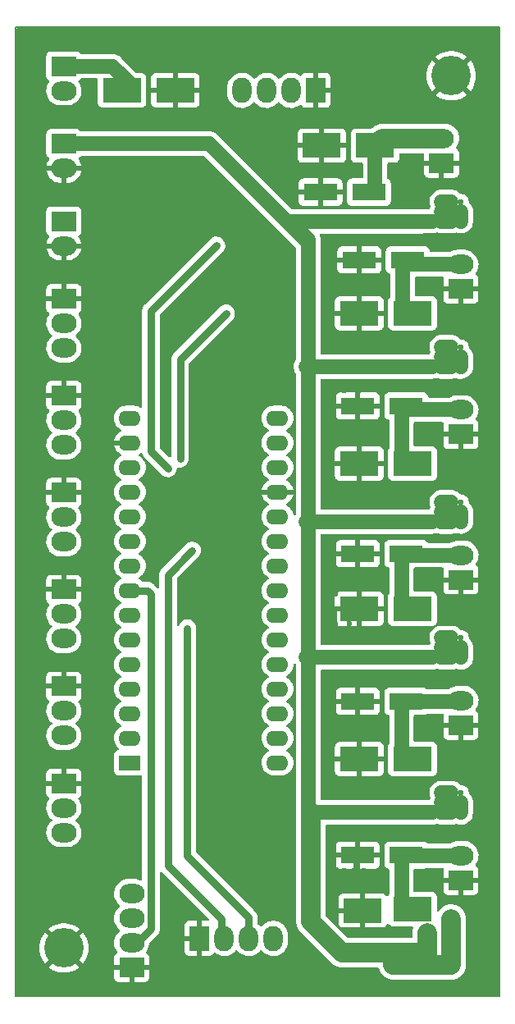
<source format=gbl>
G04 #@! TF.GenerationSoftware,KiCad,Pcbnew,7.0.7*
G04 #@! TF.CreationDate,2024-01-02T20:56:28+01:00*
G04 #@! TF.ProjectId,ventirad,76656e74-6972-4616-942e-6b696361645f,rev?*
G04 #@! TF.SameCoordinates,Original*
G04 #@! TF.FileFunction,Copper,L2,Bot*
G04 #@! TF.FilePolarity,Positive*
%FSLAX46Y46*%
G04 Gerber Fmt 4.6, Leading zero omitted, Abs format (unit mm)*
G04 Created by KiCad (PCBNEW 7.0.7) date 2024-01-02 20:56:28*
%MOMM*%
%LPD*%
G01*
G04 APERTURE LIST*
G04 #@! TA.AperFunction,ComponentPad*
%ADD10R,2.286000X1.574800*%
G04 #@! TD*
G04 #@! TA.AperFunction,ComponentPad*
%ADD11O,2.286000X1.574800*%
G04 #@! TD*
G04 #@! TA.AperFunction,ComponentPad*
%ADD12R,2.600000X2.000000*%
G04 #@! TD*
G04 #@! TA.AperFunction,ComponentPad*
%ADD13O,2.600000X2.000000*%
G04 #@! TD*
G04 #@! TA.AperFunction,SMDPad,CuDef*
%ADD14R,3.500120X1.800860*%
G04 #@! TD*
G04 #@! TA.AperFunction,SMDPad,CuDef*
%ADD15R,4.000000X2.500000*%
G04 #@! TD*
G04 #@! TA.AperFunction,ComponentPad*
%ADD16R,2.000000X2.600000*%
G04 #@! TD*
G04 #@! TA.AperFunction,ComponentPad*
%ADD17O,2.000000X2.600000*%
G04 #@! TD*
G04 #@! TA.AperFunction,ComponentPad*
%ADD18C,4.064000*%
G04 #@! TD*
G04 #@! TA.AperFunction,ViaPad*
%ADD19C,0.600000*%
G04 #@! TD*
G04 #@! TA.AperFunction,Conductor*
%ADD20C,1.500000*%
G04 #@! TD*
G04 #@! TA.AperFunction,Conductor*
%ADD21C,0.250000*%
G04 #@! TD*
G04 #@! TA.AperFunction,Conductor*
%ADD22C,0.800000*%
G04 #@! TD*
G04 #@! TA.AperFunction,Conductor*
%ADD23C,2.000000*%
G04 #@! TD*
G04 #@! TA.AperFunction,Profile*
%ADD24C,0.150000*%
G04 #@! TD*
G04 APERTURE END LIST*
D10*
X118825000Y-135890000D03*
D11*
X118825000Y-133350000D03*
X118825000Y-130810000D03*
X118825000Y-128270000D03*
X118825000Y-125730000D03*
X118825000Y-123190000D03*
X118825000Y-120650000D03*
X118825000Y-118110000D03*
X118825000Y-115570000D03*
X118825000Y-113030000D03*
X118825000Y-110490000D03*
X118825000Y-107950000D03*
X118825000Y-105410000D03*
X118825000Y-102870000D03*
X118825000Y-100330000D03*
X134065000Y-100330000D03*
X134065000Y-102870000D03*
X134065000Y-105410000D03*
X134065000Y-107950000D03*
X134065000Y-110490000D03*
X134065000Y-113030000D03*
X134065000Y-115570000D03*
X134065000Y-118110000D03*
X134065000Y-120650000D03*
X134065000Y-123190000D03*
X134065000Y-125730000D03*
X134065000Y-128270000D03*
X134065000Y-130810000D03*
X134065000Y-133350000D03*
X134065000Y-135890000D03*
D12*
X112000000Y-64000000D03*
D13*
X112000000Y-66540000D03*
D14*
X147359360Y-145415000D03*
X142360640Y-145415000D03*
X147359360Y-129540000D03*
X142360640Y-129540000D03*
X147359360Y-114300000D03*
X142360640Y-114300000D03*
X147359360Y-99060000D03*
X142360640Y-99060000D03*
X147499360Y-84000000D03*
X142500640Y-84000000D03*
X143499360Y-77000000D03*
X138500640Y-77000000D03*
D15*
X118000000Y-66500000D03*
X123500000Y-66500000D03*
X148000000Y-151000000D03*
X142860000Y-151130000D03*
X148000000Y-135500000D03*
X142500000Y-135500000D03*
X148000000Y-120000000D03*
X142500000Y-120000000D03*
X148000000Y-105000000D03*
X142500000Y-105000000D03*
X148000000Y-89500000D03*
X142500000Y-89500000D03*
X144140000Y-72205000D03*
X138640000Y-72205000D03*
D12*
X112000000Y-80000000D03*
D13*
X112000000Y-82540000D03*
D12*
X112000000Y-138000000D03*
D13*
X112000000Y-140540000D03*
X112000000Y-143080000D03*
D12*
X112000000Y-128000000D03*
D13*
X112000000Y-130540000D03*
X112000000Y-133080000D03*
D12*
X112000000Y-118000000D03*
D13*
X112000000Y-120540000D03*
X112000000Y-123080000D03*
D12*
X112000000Y-108000000D03*
D13*
X112000000Y-110540000D03*
X112000000Y-113080000D03*
D12*
X112000000Y-98000000D03*
D13*
X112000000Y-100540000D03*
X112000000Y-103080000D03*
D12*
X112000000Y-88000000D03*
D13*
X112000000Y-90540000D03*
X112000000Y-93080000D03*
D12*
X119000000Y-157000000D03*
D13*
X119000000Y-154460000D03*
X119000000Y-151920000D03*
X119000000Y-149380000D03*
D12*
X112000000Y-72000000D03*
D13*
X112000000Y-74540000D03*
D12*
X153000000Y-148000000D03*
D13*
X153000000Y-145460000D03*
D12*
X153000000Y-132000000D03*
D13*
X153000000Y-129460000D03*
D12*
X153000000Y-117000000D03*
D13*
X153000000Y-114460000D03*
D12*
X153000000Y-102000000D03*
D13*
X153000000Y-99460000D03*
D12*
X153000000Y-87000000D03*
D13*
X153000000Y-84460000D03*
D12*
X151000000Y-74000000D03*
D13*
X151000000Y-71460000D03*
D16*
X126000000Y-154000000D03*
D17*
X128540000Y-154000000D03*
X131080000Y-154000000D03*
X133620000Y-154000000D03*
D16*
X138000000Y-66500000D03*
D17*
X135460000Y-66500000D03*
X132920000Y-66500000D03*
X130380000Y-66500000D03*
D18*
X152000000Y-65000000D03*
X112000000Y-155000000D03*
D19*
X141000000Y-149000000D03*
X141000000Y-148000000D03*
X141000000Y-147000000D03*
X142000000Y-147000000D03*
X143000000Y-147000000D03*
X143000000Y-148000000D03*
X143000000Y-149000000D03*
X139500000Y-102000000D03*
X139500000Y-100500000D03*
X139500000Y-99000000D03*
X139500000Y-97500000D03*
X141000000Y-97500000D03*
X142500000Y-97500000D03*
X142500000Y-137000000D03*
X142500000Y-134000000D03*
X142500000Y-133000000D03*
X142500000Y-132000000D03*
X141500000Y-121500000D03*
X140000000Y-121500000D03*
X140000000Y-120000000D03*
X140000000Y-118500000D03*
X141000000Y-117000000D03*
X142500000Y-117000000D03*
X139500000Y-90500000D03*
X139500000Y-89000000D03*
X139500000Y-87500000D03*
X139500000Y-86000000D03*
X141000000Y-86000000D03*
X142500000Y-86000000D03*
X126000000Y-107250000D03*
X126000000Y-106000000D03*
X127250000Y-106000000D03*
X127250000Y-107250000D03*
X126000000Y-100750000D03*
X126000000Y-99500000D03*
X127250000Y-99500000D03*
X127250000Y-100750000D03*
X134750000Y-93500000D03*
X133500000Y-93500000D03*
X132250000Y-93500000D03*
X131000000Y-93500000D03*
X129750000Y-93500000D03*
X128500000Y-126500000D03*
X127250000Y-126500000D03*
X127250000Y-127500000D03*
X128000000Y-115000000D03*
X128000000Y-113750000D03*
X126750000Y-113750000D03*
X128250000Y-120500000D03*
X127250000Y-120500000D03*
X127250000Y-121500000D03*
X125250000Y-114000000D03*
X124750000Y-122000000D03*
X124000000Y-104500000D03*
X128750000Y-89500000D03*
X127750000Y-82500000D03*
X122750000Y-105500000D03*
X149500000Y-153450001D03*
X152000000Y-152000000D03*
X152000000Y-153500000D03*
X146000000Y-156750000D03*
X148000000Y-156750000D03*
X149500000Y-156750000D03*
X149500000Y-155500000D03*
X148000000Y-155500000D03*
X146000000Y-155500000D03*
X153000000Y-93000000D03*
X152000000Y-93000000D03*
X151000000Y-93000000D03*
X151000000Y-94000000D03*
X152000000Y-94000000D03*
X153000000Y-94000000D03*
X153000000Y-95000000D03*
X152000000Y-95000000D03*
X151000000Y-95000000D03*
X150000000Y-95000000D03*
X149000000Y-95000000D03*
X153000000Y-78000000D03*
X152000000Y-78000000D03*
X151000000Y-78000000D03*
X151000000Y-79000000D03*
X152000000Y-79000000D03*
X153000000Y-79000000D03*
X153000000Y-80000000D03*
X152000000Y-80000000D03*
X151000000Y-80000000D03*
X150000000Y-80000000D03*
X153000000Y-139000000D03*
X152000000Y-139000000D03*
X151000000Y-139000000D03*
X151000000Y-140000000D03*
X152000000Y-140000000D03*
X153000000Y-140000000D03*
X153000000Y-141000000D03*
X152000000Y-141000000D03*
X151000000Y-141000000D03*
X150000000Y-141000000D03*
X149000000Y-141000000D03*
X153000000Y-123000000D03*
X152000000Y-123000000D03*
X151000000Y-123000000D03*
X151000000Y-124000000D03*
X152000000Y-124000000D03*
X153000000Y-124000000D03*
X153000000Y-125000000D03*
X152000000Y-125000000D03*
X151000000Y-125000000D03*
X150000000Y-125000000D03*
X153000000Y-109000000D03*
X152000000Y-109000000D03*
X151000000Y-109000000D03*
X151000000Y-110000000D03*
X152000000Y-110000000D03*
X153000000Y-110000000D03*
X153000000Y-111000000D03*
X152000000Y-111000000D03*
X151000000Y-111000000D03*
X150000000Y-111000000D03*
X149000000Y-111000000D03*
X149000000Y-125000000D03*
D20*
X112000000Y-64000000D02*
X117000000Y-64000000D01*
X117000000Y-64000000D02*
X119000000Y-66000000D01*
D21*
X142000000Y-147000000D02*
X142000000Y-145775640D01*
X142000000Y-145775640D02*
X142360640Y-145415000D01*
X142860000Y-151130000D02*
X142860000Y-149140000D01*
X141000000Y-148000000D02*
X141000000Y-149000000D01*
X142000000Y-147000000D02*
X141000000Y-147000000D01*
X143000000Y-148000000D02*
X143000000Y-147000000D01*
X142860000Y-149140000D02*
X143000000Y-149000000D01*
X142360640Y-99060000D02*
X142360640Y-97639360D01*
X139500000Y-99000000D02*
X139500000Y-100500000D01*
X141000000Y-97500000D02*
X139500000Y-97500000D01*
X142360640Y-97639360D02*
X142500000Y-97500000D01*
X142360640Y-129540000D02*
X142360640Y-131860640D01*
X142500000Y-133000000D02*
X142500000Y-134000000D01*
X142360640Y-131860640D02*
X142500000Y-132000000D01*
X142360640Y-114300000D02*
X142360640Y-116860640D01*
X140000000Y-120000000D02*
X140000000Y-121500000D01*
X140000000Y-118000000D02*
X140000000Y-118500000D01*
X141000000Y-117000000D02*
X140000000Y-118000000D01*
X142360640Y-116860640D02*
X142500000Y-117000000D01*
X142500640Y-84000000D02*
X142500640Y-87500640D01*
X139500000Y-87500000D02*
X139500000Y-89000000D01*
X141000000Y-86000000D02*
X139500000Y-86000000D01*
X142500000Y-87500000D02*
X142500000Y-86000000D01*
X142500640Y-87500640D02*
X142500000Y-87500000D01*
D22*
X126000000Y-106000000D02*
X126000000Y-107250000D01*
X127250000Y-107250000D02*
X127250000Y-106000000D01*
X126000000Y-99500000D02*
X126000000Y-100750000D01*
X127250000Y-100750000D02*
X127250000Y-99500000D01*
X132250000Y-93500000D02*
X133500000Y-93500000D01*
X129750000Y-93500000D02*
X131000000Y-93500000D01*
X127250000Y-125250000D02*
X127250000Y-121500000D01*
X128500000Y-126500000D02*
X127250000Y-125250000D01*
X127250000Y-127500000D02*
X127250000Y-126500000D01*
X128000000Y-113750000D02*
X128000000Y-115000000D01*
X126750000Y-119000000D02*
X126750000Y-113750000D01*
X128250000Y-120500000D02*
X126750000Y-119000000D01*
X127250000Y-121500000D02*
X127250000Y-120500000D01*
D20*
X146860000Y-151130000D02*
X146860000Y-145914360D01*
X146860000Y-145914360D02*
X147359360Y-145415000D01*
X153000000Y-145460000D02*
X147404360Y-145460000D01*
X147404360Y-145460000D02*
X147359360Y-145415000D01*
X147359360Y-129540000D02*
X152920000Y-129540000D01*
X152920000Y-129540000D02*
X153000000Y-129460000D01*
X146860000Y-135255000D02*
X146860000Y-130039360D01*
X146860000Y-130039360D02*
X147359360Y-129540000D01*
X146860000Y-120015000D02*
X146860000Y-114799360D01*
X146860000Y-114799360D02*
X147199360Y-114460000D01*
X147199360Y-114460000D02*
X153000000Y-114460000D01*
X146860000Y-104775000D02*
X146860000Y-99559360D01*
X146860000Y-99559360D02*
X146959360Y-99460000D01*
X146959360Y-99460000D02*
X153000000Y-99460000D01*
X147000000Y-89000000D02*
X147000000Y-84499360D01*
X147000000Y-84499360D02*
X147039360Y-84460000D01*
X147039360Y-84460000D02*
X153000000Y-84460000D01*
X144140000Y-72205000D02*
X144140000Y-76359360D01*
X144140000Y-76359360D02*
X143499360Y-77000000D01*
D23*
X151000000Y-71460000D02*
X144885000Y-71460000D01*
X144885000Y-71460000D02*
X144140000Y-72205000D01*
D22*
X128250000Y-152000000D02*
X128250000Y-153710000D01*
X122750000Y-146500000D02*
X128250000Y-152000000D01*
X122750000Y-116500000D02*
X122750000Y-146500000D01*
X125250000Y-114000000D02*
X122750000Y-116500000D01*
X128250000Y-153710000D02*
X128540000Y-154000000D01*
X131080000Y-154000000D02*
X131080000Y-151830000D01*
X124750000Y-145500000D02*
X124750000Y-122000000D01*
X131080000Y-151830000D02*
X124750000Y-145500000D01*
X124000000Y-94250000D02*
X124000000Y-104500000D01*
X128750000Y-89500000D02*
X124000000Y-94250000D01*
X121000000Y-89250000D02*
X127750000Y-82500000D01*
X121000000Y-103750000D02*
X121000000Y-89250000D01*
X122750000Y-105500000D02*
X121000000Y-103750000D01*
D23*
X149500000Y-155500000D02*
X149500000Y-153450001D01*
X152000000Y-153500000D02*
X152000000Y-152000000D01*
X152000000Y-156750000D02*
X152000000Y-153500000D01*
X149500000Y-156750000D02*
X152000000Y-156750000D01*
X148000000Y-156750000D02*
X146000000Y-156750000D01*
X149500000Y-156750000D02*
X148000000Y-156750000D01*
X149500000Y-155500000D02*
X149500000Y-156750000D01*
X148000000Y-155500000D02*
X149500000Y-155500000D01*
X146000000Y-155500000D02*
X148000000Y-155500000D01*
X137500000Y-141000000D02*
X137500000Y-152250000D01*
X137500000Y-152250000D02*
X140750000Y-155500000D01*
X140750000Y-155500000D02*
X146000000Y-155500000D01*
D20*
X149000000Y-95000000D02*
X150000000Y-95000000D01*
X151000000Y-93000000D02*
X152000000Y-93000000D01*
X152000000Y-94000000D02*
X151000000Y-94000000D01*
X153000000Y-95000000D02*
X153000000Y-94000000D01*
X151000000Y-95000000D02*
X152000000Y-95000000D01*
X149000000Y-95000000D02*
X141000000Y-95000000D01*
X149000000Y-80000000D02*
X150000000Y-80000000D01*
X151000000Y-78000000D02*
X152000000Y-78000000D01*
X152000000Y-79000000D02*
X151000000Y-79000000D01*
X153000000Y-80000000D02*
X153000000Y-79000000D01*
X151000000Y-80000000D02*
X152000000Y-80000000D01*
X148990000Y-80010000D02*
X142010000Y-80010000D01*
X142010000Y-80010000D02*
X142510000Y-80010000D01*
X142510000Y-80010000D02*
X135970000Y-80010000D01*
X135970000Y-80010000D02*
X135335000Y-80010000D01*
X149000000Y-80000000D02*
X148990000Y-80010000D01*
X112000000Y-72000000D02*
X127000000Y-72000000D01*
X127000000Y-72000000D02*
X137240000Y-82240000D01*
X149000000Y-141000000D02*
X150000000Y-141000000D01*
X151000000Y-139000000D02*
X152000000Y-139000000D01*
X152000000Y-140000000D02*
X151000000Y-140000000D01*
X153000000Y-141000000D02*
X153000000Y-140000000D01*
X151000000Y-141000000D02*
X152000000Y-141000000D01*
X149000000Y-141000000D02*
X141500000Y-141000000D01*
X141500000Y-141000000D02*
X137500000Y-141000000D01*
X137500000Y-141000000D02*
X137240000Y-141000000D01*
X149000000Y-125000000D02*
X150000000Y-125000000D01*
X151000000Y-123000000D02*
X152000000Y-123000000D01*
X152000000Y-124000000D02*
X151000000Y-124000000D01*
X153000000Y-125000000D02*
X153000000Y-124000000D01*
X151000000Y-125000000D02*
X152000000Y-125000000D01*
X149000000Y-111000000D02*
X150000000Y-111000000D01*
X151000000Y-109000000D02*
X152000000Y-109000000D01*
X152000000Y-110000000D02*
X151000000Y-110000000D01*
X153000000Y-111000000D02*
X153000000Y-110000000D01*
X151000000Y-111000000D02*
X152000000Y-111000000D01*
X149000000Y-111000000D02*
X141000000Y-111000000D01*
X141000000Y-111000000D02*
X137240000Y-111000000D01*
X137240000Y-111000000D02*
X137000000Y-111000000D01*
X137000000Y-111000000D02*
X137240000Y-111000000D01*
X149000000Y-125000000D02*
X141500000Y-125000000D01*
X141500000Y-125000000D02*
X137240000Y-125000000D01*
X137240000Y-125000000D02*
X137000000Y-125000000D01*
X137000000Y-125000000D02*
X137240000Y-125000000D01*
X137240000Y-118110000D02*
X137240000Y-125000000D01*
X137240000Y-111000000D02*
X137240000Y-118110000D01*
X137240000Y-102870000D02*
X137240000Y-111000000D01*
X137240000Y-95000000D02*
X137240000Y-102870000D01*
X137240000Y-125000000D02*
X137240000Y-134620000D01*
X137240000Y-134620000D02*
X137240000Y-141000000D01*
X141000000Y-95000000D02*
X137240000Y-95000000D01*
X137240000Y-95000000D02*
X137000000Y-95000000D01*
X137000000Y-95000000D02*
X137240000Y-95000000D01*
X135335000Y-80010000D02*
X137240000Y-81915000D01*
X137240000Y-81915000D02*
X137240000Y-82240000D01*
X137240000Y-87630000D02*
X137240000Y-95000000D01*
X137240000Y-82240000D02*
X137240000Y-87630000D01*
D22*
X119000000Y-154460000D02*
X119540000Y-154460000D01*
X119540000Y-154460000D02*
X121000000Y-153000000D01*
X121000000Y-153000000D02*
X121000000Y-118500000D01*
X121000000Y-118500000D02*
X120610000Y-118110000D01*
X120610000Y-118110000D02*
X118825000Y-118110000D01*
G04 #@! TA.AperFunction,Conductor*
G36*
X156866621Y-60095502D02*
G01*
X156913114Y-60149158D01*
X156924500Y-60201500D01*
X156924500Y-159798500D01*
X156904498Y-159866621D01*
X156850842Y-159913114D01*
X156798500Y-159924500D01*
X107201500Y-159924500D01*
X107133379Y-159904498D01*
X107086886Y-159850842D01*
X107075500Y-159798500D01*
X107075500Y-155000006D01*
X109454978Y-155000006D01*
X109475044Y-155318963D01*
X109475046Y-155318979D01*
X109534934Y-155632916D01*
X109534937Y-155632929D01*
X109633693Y-155936873D01*
X109633698Y-155936886D01*
X109769777Y-156226069D01*
X109769785Y-156226083D01*
X109941029Y-156495919D01*
X110033313Y-156607473D01*
X110603275Y-156037511D01*
X110665588Y-156003486D01*
X110736403Y-156008550D01*
X110788182Y-156044776D01*
X110865129Y-156134870D01*
X110955222Y-156211816D01*
X110994031Y-156271266D01*
X110994539Y-156342261D01*
X110962487Y-156396722D01*
X110389613Y-156969595D01*
X110389613Y-156969597D01*
X110636307Y-157148831D01*
X110916382Y-157302804D01*
X111213539Y-157420458D01*
X111213557Y-157420463D01*
X111523095Y-157499939D01*
X111523123Y-157499944D01*
X111840182Y-157539998D01*
X111840201Y-157540000D01*
X112159799Y-157540000D01*
X112159817Y-157539998D01*
X112476876Y-157499944D01*
X112476904Y-157499939D01*
X112786442Y-157420463D01*
X112786460Y-157420458D01*
X113083617Y-157302804D01*
X113363692Y-157148831D01*
X113610385Y-156969597D01*
X113610385Y-156969596D01*
X113037511Y-156396723D01*
X113003486Y-156334410D01*
X113008550Y-156263595D01*
X113044774Y-156211818D01*
X113134870Y-156134870D01*
X113211818Y-156044775D01*
X113271265Y-156005967D01*
X113342260Y-156005459D01*
X113396723Y-156037511D01*
X113966685Y-156607473D01*
X114058963Y-156495930D01*
X114230214Y-156226082D01*
X114230222Y-156226069D01*
X114366301Y-155936886D01*
X114366306Y-155936873D01*
X114465062Y-155632929D01*
X114465065Y-155632916D01*
X114524953Y-155318979D01*
X114524955Y-155318963D01*
X114545022Y-155000006D01*
X114545022Y-154999993D01*
X114524955Y-154681036D01*
X114524953Y-154681020D01*
X114465065Y-154367083D01*
X114465062Y-154367070D01*
X114366306Y-154063126D01*
X114366301Y-154063113D01*
X114230222Y-153773930D01*
X114230214Y-153773916D01*
X114058970Y-153504080D01*
X113966684Y-153392524D01*
X113396722Y-153962487D01*
X113334410Y-153996513D01*
X113263595Y-153991448D01*
X113211816Y-153955222D01*
X113134870Y-153865129D01*
X113044776Y-153788182D01*
X113005966Y-153728732D01*
X113005459Y-153657737D01*
X113037511Y-153603275D01*
X113610385Y-153030402D01*
X113363692Y-152851168D01*
X113083617Y-152697195D01*
X112786460Y-152579541D01*
X112786442Y-152579536D01*
X112476904Y-152500060D01*
X112476876Y-152500055D01*
X112159817Y-152460001D01*
X112159799Y-152460000D01*
X111840201Y-152460000D01*
X111840182Y-152460001D01*
X111523123Y-152500055D01*
X111523095Y-152500060D01*
X111213557Y-152579536D01*
X111213539Y-152579541D01*
X110916382Y-152697195D01*
X110636306Y-152851168D01*
X110389613Y-153030401D01*
X110389613Y-153030402D01*
X110962488Y-153603276D01*
X110996513Y-153665589D01*
X110991449Y-153736404D01*
X110955223Y-153788183D01*
X110865129Y-153865129D01*
X110788183Y-153955223D01*
X110728733Y-153994033D01*
X110657738Y-153994540D01*
X110603276Y-153962488D01*
X110033314Y-153392525D01*
X109941033Y-153504075D01*
X109941030Y-153504078D01*
X109769785Y-153773917D01*
X109769777Y-153773930D01*
X109633698Y-154063113D01*
X109633693Y-154063126D01*
X109534937Y-154367070D01*
X109534934Y-154367083D01*
X109475046Y-154681020D01*
X109475044Y-154681036D01*
X109454978Y-154999993D01*
X109454978Y-155000006D01*
X107075500Y-155000006D01*
X107075500Y-143140944D01*
X110187819Y-143140944D01*
X110217177Y-143382721D01*
X110217177Y-143382722D01*
X110284936Y-143616655D01*
X110284940Y-143616666D01*
X110389348Y-143836701D01*
X110511090Y-144013075D01*
X110527707Y-144037148D01*
X110553192Y-144063681D01*
X110666833Y-144181994D01*
X110696425Y-144212802D01*
X110891135Y-144359117D01*
X111106795Y-144472304D01*
X111337818Y-144549431D01*
X111578221Y-144588500D01*
X111578225Y-144588500D01*
X112360801Y-144588500D01*
X112441673Y-144581971D01*
X112542768Y-144573810D01*
X112779248Y-144515523D01*
X112779249Y-144515522D01*
X112779251Y-144515522D01*
X112834396Y-144492026D01*
X113003316Y-144420056D01*
X113209168Y-144289883D01*
X113209175Y-144289877D01*
X113209176Y-144289877D01*
X113358395Y-144157680D01*
X113391474Y-144128375D01*
X113545510Y-143939714D01*
X113667289Y-143728787D01*
X113753656Y-143501057D01*
X113802374Y-143262421D01*
X113812181Y-143019061D01*
X113782823Y-142777280D01*
X113715061Y-142543338D01*
X113661853Y-142431205D01*
X113610651Y-142323298D01*
X113605875Y-142316379D01*
X113472293Y-142122852D01*
X113303575Y-141947198D01*
X113255356Y-141910964D01*
X113212916Y-141854052D01*
X113207981Y-141783227D01*
X113242120Y-141720977D01*
X113247463Y-141715956D01*
X113391474Y-141588375D01*
X113545510Y-141399714D01*
X113667289Y-141188787D01*
X113753656Y-140961057D01*
X113802374Y-140722421D01*
X113812181Y-140479061D01*
X113782823Y-140237280D01*
X113715061Y-140003338D01*
X113661853Y-139891205D01*
X113610651Y-139783298D01*
X113581800Y-139741500D01*
X113505545Y-139631026D01*
X113483310Y-139563604D01*
X113501057Y-139494861D01*
X113539945Y-139457446D01*
X113538748Y-139455847D01*
X113662904Y-139362904D01*
X113750444Y-139245965D01*
X113750444Y-139245964D01*
X113801494Y-139109093D01*
X113807999Y-139048597D01*
X113808000Y-139048585D01*
X113808000Y-138254000D01*
X112715413Y-138254000D01*
X112647292Y-138233998D01*
X112600799Y-138180342D01*
X112590491Y-138111554D01*
X112605177Y-138000001D01*
X112605177Y-137999998D01*
X112590491Y-137888446D01*
X112601430Y-137818297D01*
X112648559Y-137765199D01*
X112715413Y-137746000D01*
X113808000Y-137746000D01*
X113808000Y-136951414D01*
X113807999Y-136951402D01*
X113801494Y-136890906D01*
X113750444Y-136754035D01*
X113750444Y-136754034D01*
X113662904Y-136637095D01*
X113545965Y-136549555D01*
X113409093Y-136498505D01*
X113348597Y-136492000D01*
X112254000Y-136492000D01*
X112254000Y-137284587D01*
X112233998Y-137352708D01*
X112180342Y-137399201D01*
X112111555Y-137409509D01*
X112039327Y-137400000D01*
X112039323Y-137400000D01*
X111960677Y-137400000D01*
X111960672Y-137400000D01*
X111888445Y-137409509D01*
X111818296Y-137398569D01*
X111765198Y-137351441D01*
X111746000Y-137284587D01*
X111746000Y-136492000D01*
X110651402Y-136492000D01*
X110590906Y-136498505D01*
X110454035Y-136549555D01*
X110454034Y-136549555D01*
X110337095Y-136637095D01*
X110249555Y-136754034D01*
X110249555Y-136754035D01*
X110198505Y-136890906D01*
X110192000Y-136951402D01*
X110192000Y-137746000D01*
X111284587Y-137746000D01*
X111352708Y-137766002D01*
X111399201Y-137819658D01*
X111409509Y-137888446D01*
X111394823Y-137999998D01*
X111394823Y-138000001D01*
X111409509Y-138111554D01*
X111398570Y-138181703D01*
X111351441Y-138234801D01*
X111284587Y-138254000D01*
X110192000Y-138254000D01*
X110192000Y-139048597D01*
X110198505Y-139109093D01*
X110249555Y-139245964D01*
X110249555Y-139245965D01*
X110337095Y-139362904D01*
X110461252Y-139455847D01*
X110459876Y-139457684D01*
X110501154Y-139498962D01*
X110516246Y-139568336D01*
X110491436Y-139634856D01*
X110488168Y-139639036D01*
X110454492Y-139680281D01*
X110332715Y-139891205D01*
X110332712Y-139891210D01*
X110246345Y-140118939D01*
X110197626Y-140357579D01*
X110187819Y-140600937D01*
X110187819Y-140600944D01*
X110217177Y-140842721D01*
X110217177Y-140842722D01*
X110284936Y-141076655D01*
X110284940Y-141076666D01*
X110389348Y-141296701D01*
X110527706Y-141497147D01*
X110527714Y-141497155D01*
X110696421Y-141672798D01*
X110696432Y-141672808D01*
X110744639Y-141709033D01*
X110787082Y-141765946D01*
X110792017Y-141836771D01*
X110757879Y-141899021D01*
X110752500Y-141904075D01*
X110608525Y-142031625D01*
X110608522Y-142031629D01*
X110454493Y-142220281D01*
X110332715Y-142431205D01*
X110332712Y-142431210D01*
X110246345Y-142658939D01*
X110197626Y-142897579D01*
X110187819Y-143140937D01*
X110187819Y-143140944D01*
X107075500Y-143140944D01*
X107075500Y-133140944D01*
X110187819Y-133140944D01*
X110217177Y-133382721D01*
X110217177Y-133382722D01*
X110284936Y-133616655D01*
X110284940Y-133616666D01*
X110389348Y-133836701D01*
X110527706Y-134037147D01*
X110527714Y-134037155D01*
X110685486Y-134201414D01*
X110696425Y-134212802D01*
X110891135Y-134359117D01*
X111106795Y-134472304D01*
X111337818Y-134549431D01*
X111578221Y-134588500D01*
X111578225Y-134588500D01*
X112360801Y-134588500D01*
X112441672Y-134581971D01*
X112542768Y-134573810D01*
X112779248Y-134515523D01*
X112779249Y-134515522D01*
X112779251Y-134515522D01*
X112834396Y-134492026D01*
X113003316Y-134420056D01*
X113209168Y-134289883D01*
X113209175Y-134289877D01*
X113209176Y-134289877D01*
X113377329Y-134140906D01*
X113391474Y-134128375D01*
X113545510Y-133939714D01*
X113667289Y-133728787D01*
X113753656Y-133501057D01*
X113784495Y-133350000D01*
X117168550Y-133350000D01*
X117188313Y-133575890D01*
X117219763Y-133693263D01*
X117247000Y-133794915D01*
X117247002Y-133794920D01*
X117342831Y-134000425D01*
X117432422Y-134128375D01*
X117472891Y-134186170D01*
X117633230Y-134346509D01*
X117633233Y-134346511D01*
X117664720Y-134368559D01*
X117709048Y-134424017D01*
X117716357Y-134494636D01*
X117684326Y-134557996D01*
X117623124Y-134593981D01*
X117605917Y-134597050D01*
X117572803Y-134600609D01*
X117572795Y-134600611D01*
X117435797Y-134651710D01*
X117435792Y-134651712D01*
X117318738Y-134739338D01*
X117231112Y-134856392D01*
X117231110Y-134856397D01*
X117180011Y-134993395D01*
X117180009Y-134993403D01*
X117173500Y-135053950D01*
X117173500Y-136726049D01*
X117180009Y-136786596D01*
X117180011Y-136786604D01*
X117231110Y-136923602D01*
X117231112Y-136923607D01*
X117318738Y-137040661D01*
X117435792Y-137128287D01*
X117435794Y-137128288D01*
X117435796Y-137128289D01*
X117494875Y-137150324D01*
X117572795Y-137179388D01*
X117572803Y-137179390D01*
X117633350Y-137185899D01*
X117633355Y-137185899D01*
X117633362Y-137185900D01*
X117633368Y-137185900D01*
X119965500Y-137185900D01*
X120033621Y-137205902D01*
X120080114Y-137259558D01*
X120091500Y-137311900D01*
X120091500Y-147883339D01*
X120071498Y-147951460D01*
X120017842Y-147997953D01*
X119947568Y-148008057D01*
X119906950Y-147994909D01*
X119893205Y-147987696D01*
X119893204Y-147987695D01*
X119662179Y-147910568D01*
X119421788Y-147871501D01*
X119421782Y-147871500D01*
X119421779Y-147871500D01*
X118639203Y-147871500D01*
X118639199Y-147871500D01*
X118457236Y-147886189D01*
X118220748Y-147944477D01*
X117996685Y-148039943D01*
X117790824Y-148170122D01*
X117790823Y-148170122D01*
X117608531Y-148331619D01*
X117608522Y-148331629D01*
X117454493Y-148520281D01*
X117332715Y-148731205D01*
X117332712Y-148731210D01*
X117246345Y-148958939D01*
X117246344Y-148958941D01*
X117246344Y-148958943D01*
X117228041Y-149048597D01*
X117197626Y-149197579D01*
X117187819Y-149440937D01*
X117187819Y-149440944D01*
X117217177Y-149682721D01*
X117217177Y-149682722D01*
X117284936Y-149916655D01*
X117284940Y-149916666D01*
X117389348Y-150136701D01*
X117527706Y-150337147D01*
X117527714Y-150337155D01*
X117696421Y-150512798D01*
X117696432Y-150512808D01*
X117744639Y-150549033D01*
X117787082Y-150605946D01*
X117792017Y-150676771D01*
X117757879Y-150739021D01*
X117752500Y-150744075D01*
X117608525Y-150871625D01*
X117608522Y-150871629D01*
X117454493Y-151060281D01*
X117332715Y-151271205D01*
X117332712Y-151271210D01*
X117246345Y-151498939D01*
X117246344Y-151498941D01*
X117246344Y-151498943D01*
X117210885Y-151672633D01*
X117197626Y-151737579D01*
X117187819Y-151980937D01*
X117187819Y-151980944D01*
X117217177Y-152222721D01*
X117217177Y-152222722D01*
X117284936Y-152456655D01*
X117284940Y-152456666D01*
X117389348Y-152676701D01*
X117389349Y-152676703D01*
X117389350Y-152676704D01*
X117402963Y-152696426D01*
X117496652Y-152832158D01*
X117527707Y-152877148D01*
X117600867Y-152953316D01*
X117696421Y-153052798D01*
X117696432Y-153052808D01*
X117744639Y-153089033D01*
X117787082Y-153145946D01*
X117792017Y-153216771D01*
X117757879Y-153279021D01*
X117752500Y-153284075D01*
X117608525Y-153411625D01*
X117608522Y-153411629D01*
X117454493Y-153600281D01*
X117454490Y-153600285D01*
X117454490Y-153600286D01*
X117440552Y-153624428D01*
X117332715Y-153811205D01*
X117332712Y-153811210D01*
X117246345Y-154038939D01*
X117197626Y-154277579D01*
X117187819Y-154520937D01*
X117187819Y-154520944D01*
X117217177Y-154762721D01*
X117217177Y-154762722D01*
X117284936Y-154996655D01*
X117284940Y-154996666D01*
X117389348Y-155216701D01*
X117389349Y-155216703D01*
X117389350Y-155216704D01*
X117480389Y-155348597D01*
X117494453Y-155368971D01*
X117516689Y-155436396D01*
X117498942Y-155505138D01*
X117460057Y-155542556D01*
X117461252Y-155544153D01*
X117337095Y-155637095D01*
X117249555Y-155754034D01*
X117249555Y-155754035D01*
X117198505Y-155890906D01*
X117192000Y-155951402D01*
X117192000Y-156746000D01*
X118284587Y-156746000D01*
X118352708Y-156766002D01*
X118399201Y-156819658D01*
X118409509Y-156888446D01*
X118394823Y-156999998D01*
X118394823Y-157000001D01*
X118409509Y-157111554D01*
X118398570Y-157181703D01*
X118351441Y-157234801D01*
X118284587Y-157254000D01*
X117192000Y-157254000D01*
X117192000Y-158048597D01*
X117198505Y-158109093D01*
X117249555Y-158245964D01*
X117249555Y-158245965D01*
X117337095Y-158362904D01*
X117454034Y-158450444D01*
X117590906Y-158501494D01*
X117651402Y-158507999D01*
X117651415Y-158508000D01*
X118746000Y-158508000D01*
X118746000Y-157715412D01*
X118766002Y-157647291D01*
X118819658Y-157600798D01*
X118888444Y-157590490D01*
X118960677Y-157600000D01*
X118960684Y-157600000D01*
X119039316Y-157600000D01*
X119039323Y-157600000D01*
X119111555Y-157590490D01*
X119181702Y-157601429D01*
X119234801Y-157648557D01*
X119254000Y-157715412D01*
X119254000Y-158508000D01*
X120348585Y-158508000D01*
X120348597Y-158507999D01*
X120409093Y-158501494D01*
X120545964Y-158450444D01*
X120545965Y-158450444D01*
X120662904Y-158362904D01*
X120750444Y-158245965D01*
X120750444Y-158245964D01*
X120801494Y-158109093D01*
X120807999Y-158048597D01*
X120808000Y-158048585D01*
X120808000Y-157254000D01*
X119715413Y-157254000D01*
X119647292Y-157233998D01*
X119600799Y-157180342D01*
X119590491Y-157111554D01*
X119605177Y-157000001D01*
X119605177Y-156999998D01*
X119590491Y-156888446D01*
X119601430Y-156818297D01*
X119648559Y-156765199D01*
X119715413Y-156746000D01*
X120808000Y-156746000D01*
X120808000Y-155951414D01*
X120807999Y-155951402D01*
X120801494Y-155890906D01*
X120750444Y-155754035D01*
X120750444Y-155754034D01*
X120662904Y-155637095D01*
X120538748Y-155544153D01*
X120540123Y-155542316D01*
X120498841Y-155501029D01*
X120483754Y-155431654D01*
X120508568Y-155365135D01*
X120511833Y-155360961D01*
X120545506Y-155319719D01*
X120545506Y-155319718D01*
X120545510Y-155319714D01*
X120667289Y-155108787D01*
X120753656Y-154881057D01*
X120802374Y-154642421D01*
X120807108Y-154524920D01*
X120829837Y-154457662D01*
X120843905Y-154440906D01*
X121584840Y-153699971D01*
X121599867Y-153687137D01*
X121611253Y-153678866D01*
X121658127Y-153626805D01*
X121660363Y-153624448D01*
X121676072Y-153608741D01*
X121690031Y-153591502D01*
X121692174Y-153588994D01*
X121709293Y-153569981D01*
X121739040Y-153536944D01*
X121746075Y-153524757D01*
X121757269Y-153508470D01*
X121766129Y-153497530D01*
X121797945Y-153435087D01*
X121799491Y-153432238D01*
X121834527Y-153371556D01*
X121838871Y-153358182D01*
X121846443Y-153339904D01*
X121847506Y-153337818D01*
X121852830Y-153327370D01*
X121870959Y-153259705D01*
X121871892Y-153256556D01*
X121893542Y-153189928D01*
X121895012Y-153175937D01*
X121898614Y-153156496D01*
X121902257Y-153142903D01*
X121902257Y-153142897D01*
X121902258Y-153142894D01*
X121904149Y-153106795D01*
X121905924Y-153072930D01*
X121906178Y-153069697D01*
X121908500Y-153047610D01*
X121908500Y-153025424D01*
X121908585Y-153022153D01*
X121912252Y-152952190D01*
X121910051Y-152938291D01*
X121908500Y-152918582D01*
X121908500Y-150136701D01*
X121908500Y-147251388D01*
X121928501Y-147183271D01*
X121982157Y-147136778D01*
X122052431Y-147126674D01*
X122117011Y-147156168D01*
X122128134Y-147167080D01*
X122138746Y-147178866D01*
X122150128Y-147187135D01*
X122165164Y-147199977D01*
X126942092Y-151976905D01*
X126976118Y-152039217D01*
X126971053Y-152110032D01*
X126928506Y-152166868D01*
X126861986Y-152191679D01*
X126852997Y-152192000D01*
X126254000Y-152192000D01*
X126253999Y-153284587D01*
X126233997Y-153352708D01*
X126180341Y-153399201D01*
X126111554Y-153409509D01*
X126039327Y-153400000D01*
X126039323Y-153400000D01*
X125960677Y-153400000D01*
X125960672Y-153400000D01*
X125888445Y-153409509D01*
X125818296Y-153398569D01*
X125765198Y-153351441D01*
X125746000Y-153284587D01*
X125746000Y-152192000D01*
X124951402Y-152192000D01*
X124890906Y-152198505D01*
X124754035Y-152249555D01*
X124754034Y-152249555D01*
X124637095Y-152337095D01*
X124549555Y-152454034D01*
X124549555Y-152454035D01*
X124498505Y-152590906D01*
X124492000Y-152651402D01*
X124492000Y-153746000D01*
X125284587Y-153746000D01*
X125352708Y-153766002D01*
X125399201Y-153819658D01*
X125409509Y-153888446D01*
X125394823Y-153999998D01*
X125394823Y-154000001D01*
X125409509Y-154111554D01*
X125398570Y-154181703D01*
X125351441Y-154234801D01*
X125284587Y-154254000D01*
X124492000Y-154254000D01*
X124492000Y-155348597D01*
X124498505Y-155409093D01*
X124549555Y-155545964D01*
X124549555Y-155545965D01*
X124637095Y-155662904D01*
X124754034Y-155750444D01*
X124890906Y-155801494D01*
X124951402Y-155807999D01*
X124951415Y-155808000D01*
X125746000Y-155808000D01*
X125746000Y-154715412D01*
X125766002Y-154647291D01*
X125819658Y-154600798D01*
X125888444Y-154590490D01*
X125960677Y-154600000D01*
X125960684Y-154600000D01*
X126039316Y-154600000D01*
X126039323Y-154600000D01*
X126111554Y-154590490D01*
X126181701Y-154601429D01*
X126234800Y-154648557D01*
X126253999Y-154715412D01*
X126254000Y-155808000D01*
X127048585Y-155808000D01*
X127048597Y-155807999D01*
X127109093Y-155801494D01*
X127245964Y-155750444D01*
X127245965Y-155750444D01*
X127362904Y-155662904D01*
X127455847Y-155538748D01*
X127457686Y-155540124D01*
X127498952Y-155498851D01*
X127568325Y-155483752D01*
X127634848Y-155508556D01*
X127639037Y-155511832D01*
X127680281Y-155545506D01*
X127680280Y-155545506D01*
X127680283Y-155545508D01*
X127680286Y-155545510D01*
X127891213Y-155667289D01*
X128118943Y-155753656D01*
X128357579Y-155802374D01*
X128600939Y-155812181D01*
X128842720Y-155782823D01*
X129076662Y-155715061D01*
X129296704Y-155610650D01*
X129497148Y-155472293D01*
X129672802Y-155303575D01*
X129709032Y-155255360D01*
X129765945Y-155212918D01*
X129836770Y-155207981D01*
X129899020Y-155242120D01*
X129904075Y-155247500D01*
X130031619Y-155391468D01*
X130031622Y-155391471D01*
X130031625Y-155391474D01*
X130063070Y-155417148D01*
X130220281Y-155545506D01*
X130220280Y-155545506D01*
X130220283Y-155545508D01*
X130220286Y-155545510D01*
X130431213Y-155667289D01*
X130658943Y-155753656D01*
X130897579Y-155802374D01*
X131140939Y-155812181D01*
X131382720Y-155782823D01*
X131616662Y-155715061D01*
X131836704Y-155610650D01*
X132037148Y-155472293D01*
X132212802Y-155303575D01*
X132249032Y-155255360D01*
X132305945Y-155212918D01*
X132376770Y-155207981D01*
X132439020Y-155242120D01*
X132444075Y-155247500D01*
X132571619Y-155391468D01*
X132571622Y-155391471D01*
X132571625Y-155391474D01*
X132603070Y-155417148D01*
X132760281Y-155545506D01*
X132760280Y-155545506D01*
X132760283Y-155545508D01*
X132760286Y-155545510D01*
X132971213Y-155667289D01*
X133198943Y-155753656D01*
X133437579Y-155802374D01*
X133680939Y-155812181D01*
X133922720Y-155782823D01*
X134156662Y-155715061D01*
X134376704Y-155610650D01*
X134577148Y-155472293D01*
X134752802Y-155303575D01*
X134899117Y-155108865D01*
X135012304Y-154893205D01*
X135089431Y-154662182D01*
X135128500Y-154421779D01*
X135128500Y-153639203D01*
X135127307Y-153624428D01*
X135118568Y-153516173D01*
X135113810Y-153457232D01*
X135055523Y-153220752D01*
X135055522Y-153220751D01*
X135055522Y-153220748D01*
X134981758Y-153047620D01*
X134960056Y-152996684D01*
X134829883Y-152790832D01*
X134829879Y-152790828D01*
X134829877Y-152790824D01*
X134829877Y-152790823D01*
X134668380Y-152608531D01*
X134668377Y-152608528D01*
X134668375Y-152608526D01*
X134549276Y-152511285D01*
X134479718Y-152454493D01*
X134479719Y-152454493D01*
X134445147Y-152434533D01*
X134283795Y-152341376D01*
X134268794Y-152332715D01*
X134268789Y-152332712D01*
X134268788Y-152332711D01*
X134268787Y-152332711D01*
X134123777Y-152277716D01*
X134041060Y-152246345D01*
X134041059Y-152246344D01*
X134041057Y-152246344D01*
X133802421Y-152197626D01*
X133654847Y-152191679D01*
X133559062Y-152187819D01*
X133559055Y-152187819D01*
X133317278Y-152217177D01*
X133317277Y-152217177D01*
X133083344Y-152284936D01*
X133083333Y-152284940D01*
X132863298Y-152389348D01*
X132662852Y-152527706D01*
X132662844Y-152527714D01*
X132487203Y-152696419D01*
X132487197Y-152696426D01*
X132450964Y-152744642D01*
X132394050Y-152787083D01*
X132323225Y-152792017D01*
X132260976Y-152757876D01*
X132255924Y-152752499D01*
X132128380Y-152608531D01*
X132128377Y-152608528D01*
X132128375Y-152608526D01*
X132096528Y-152582524D01*
X132034811Y-152532133D01*
X131994694Y-152473557D01*
X131988499Y-152434533D01*
X131988499Y-152198505D01*
X131988499Y-151911404D01*
X131990049Y-151891712D01*
X131992252Y-151877810D01*
X131988585Y-151807846D01*
X131988500Y-151804574D01*
X131988500Y-151782392D01*
X131988499Y-151782378D01*
X131987578Y-151773615D01*
X131986178Y-151760301D01*
X131985924Y-151757068D01*
X131982257Y-151687097D01*
X131978613Y-151673499D01*
X131975013Y-151654075D01*
X131973542Y-151640072D01*
X131951893Y-151573446D01*
X131950958Y-151570288D01*
X131932831Y-151502633D01*
X131932830Y-151502632D01*
X131932830Y-151502630D01*
X131926437Y-151490084D01*
X131918873Y-151471821D01*
X131914528Y-151458448D01*
X131914527Y-151458444D01*
X131879502Y-151397778D01*
X131877944Y-151394911D01*
X131846129Y-151332470D01*
X131837267Y-151321526D01*
X131826076Y-151305242D01*
X131819040Y-151293056D01*
X131772169Y-151240998D01*
X131770028Y-151238492D01*
X131756075Y-151221262D01*
X131749298Y-151214485D01*
X131740371Y-151205558D01*
X131738136Y-151203203D01*
X131691253Y-151151134D01*
X131679864Y-151142859D01*
X131664833Y-151130020D01*
X125695404Y-145160591D01*
X125661378Y-145098279D01*
X125658499Y-145071496D01*
X125658499Y-133575888D01*
X125658500Y-121952390D01*
X125643542Y-121810072D01*
X125584527Y-121628444D01*
X125489040Y-121463056D01*
X125489038Y-121463054D01*
X125489034Y-121463048D01*
X125361255Y-121321135D01*
X125206752Y-121208882D01*
X125032288Y-121131206D01*
X124845487Y-121091500D01*
X124654513Y-121091500D01*
X124467711Y-121131206D01*
X124293247Y-121208882D01*
X124138744Y-121321135D01*
X124010965Y-121463048D01*
X124010958Y-121463058D01*
X123915476Y-121628438D01*
X123915472Y-121628446D01*
X123904331Y-121662733D01*
X123864256Y-121721337D01*
X123798858Y-121748972D01*
X123728902Y-121736864D01*
X123676597Y-121688856D01*
X123658499Y-121623796D01*
X123658499Y-116928499D01*
X123678501Y-116860382D01*
X123695399Y-116839413D01*
X125926072Y-114608741D01*
X125926078Y-114608732D01*
X125926084Y-114608727D01*
X126016124Y-114497537D01*
X126016125Y-114497534D01*
X126016129Y-114497530D01*
X126102830Y-114327370D01*
X126152257Y-114142903D01*
X126162252Y-113952190D01*
X126132377Y-113763567D01*
X126063938Y-113585278D01*
X125959926Y-113425113D01*
X125959924Y-113425111D01*
X125959923Y-113425109D01*
X125824890Y-113290076D01*
X125772248Y-113255890D01*
X125664722Y-113186062D01*
X125635320Y-113174775D01*
X125486435Y-113117623D01*
X125297805Y-113087747D01*
X125107100Y-113097742D01*
X124922629Y-113147170D01*
X124752471Y-113233870D01*
X124752462Y-113233875D01*
X124641267Y-113323920D01*
X124641252Y-113323933D01*
X122165163Y-115800022D01*
X122150136Y-115812858D01*
X122138746Y-115821134D01*
X122091889Y-115873173D01*
X122089622Y-115875563D01*
X122073931Y-115891255D01*
X122073926Y-115891260D01*
X122059966Y-115908497D01*
X122057829Y-115910999D01*
X122010963Y-115963051D01*
X122010956Y-115963060D01*
X122003918Y-115975249D01*
X121992734Y-115991522D01*
X121983873Y-116002465D01*
X121983871Y-116002469D01*
X121952066Y-116064890D01*
X121950492Y-116067788D01*
X121915471Y-116128446D01*
X121911119Y-116141840D01*
X121903559Y-116160090D01*
X121897173Y-116172623D01*
X121897172Y-116172628D01*
X121879045Y-116240269D01*
X121878109Y-116243429D01*
X121856458Y-116310070D01*
X121854985Y-116324079D01*
X121851384Y-116343509D01*
X121847742Y-116357102D01*
X121844076Y-116427043D01*
X121843818Y-116430328D01*
X121841501Y-116452374D01*
X121841500Y-116452398D01*
X121841500Y-116474574D01*
X121841414Y-116477846D01*
X121840673Y-116492000D01*
X121837747Y-116547808D01*
X121839949Y-116561706D01*
X121841500Y-116581417D01*
X121841500Y-117748607D01*
X121821498Y-117816728D01*
X121767842Y-117863221D01*
X121697568Y-117873325D01*
X121632988Y-117843831D01*
X121621865Y-117832919D01*
X121611254Y-117821135D01*
X121599864Y-117812859D01*
X121584833Y-117800020D01*
X121309977Y-117525164D01*
X121297135Y-117510128D01*
X121288865Y-117498745D01*
X121260328Y-117473051D01*
X121236796Y-117451863D01*
X121234439Y-117449626D01*
X121218741Y-117433928D01*
X121205657Y-117423332D01*
X121201507Y-117419971D01*
X121199002Y-117417832D01*
X121177607Y-117398569D01*
X121146944Y-117370960D01*
X121134751Y-117363920D01*
X121118474Y-117352732D01*
X121107530Y-117343871D01*
X121045102Y-117312062D01*
X121042217Y-117310496D01*
X120981554Y-117275472D01*
X120968169Y-117271123D01*
X120949909Y-117263559D01*
X120944075Y-117260587D01*
X120937369Y-117257170D01*
X120869712Y-117239041D01*
X120866575Y-117238112D01*
X120830516Y-117226396D01*
X120799933Y-117216459D01*
X120799929Y-117216458D01*
X120799928Y-117216458D01*
X120798150Y-117216271D01*
X120785922Y-117214985D01*
X120766495Y-117211384D01*
X120752900Y-117207742D01*
X120752903Y-117207742D01*
X120682956Y-117204076D01*
X120679674Y-117203818D01*
X120675779Y-117203409D01*
X120657624Y-117201501D01*
X120657615Y-117201500D01*
X120657610Y-117201500D01*
X120657603Y-117201500D01*
X120635424Y-117201500D01*
X120632153Y-117201414D01*
X120603331Y-117199904D01*
X120562191Y-117197747D01*
X120548294Y-117199949D01*
X120528583Y-117201500D01*
X120156969Y-117201500D01*
X120088848Y-117181498D01*
X120067874Y-117164595D01*
X120016772Y-117113493D01*
X120016766Y-117113488D01*
X119831025Y-116983431D01*
X119768328Y-116954195D01*
X119715043Y-116907278D01*
X119695582Y-116839001D01*
X119716124Y-116771041D01*
X119768328Y-116725805D01*
X119831025Y-116696569D01*
X120016770Y-116566509D01*
X120177109Y-116406170D01*
X120307169Y-116220425D01*
X120402999Y-116014917D01*
X120461687Y-115795890D01*
X120481450Y-115570000D01*
X120461687Y-115344110D01*
X120402999Y-115125083D01*
X120307169Y-114919575D01*
X120177109Y-114733830D01*
X120016770Y-114573491D01*
X119908296Y-114497537D01*
X119831025Y-114443431D01*
X119768328Y-114414195D01*
X119715043Y-114367278D01*
X119695582Y-114299001D01*
X119716124Y-114231041D01*
X119768328Y-114185805D01*
X119831025Y-114156569D01*
X120016770Y-114026509D01*
X120177109Y-113866170D01*
X120307169Y-113680425D01*
X120402999Y-113474917D01*
X120461687Y-113255890D01*
X120481450Y-113030000D01*
X120461687Y-112804110D01*
X120402999Y-112585083D01*
X120307169Y-112379575D01*
X120177109Y-112193830D01*
X120016770Y-112033491D01*
X119831025Y-111903431D01*
X119768327Y-111874194D01*
X119715043Y-111827278D01*
X119695582Y-111759001D01*
X119716124Y-111691041D01*
X119768328Y-111645805D01*
X119831025Y-111616569D01*
X120016770Y-111486509D01*
X120177109Y-111326170D01*
X120307169Y-111140425D01*
X120402999Y-110934917D01*
X120461687Y-110715890D01*
X120481450Y-110490000D01*
X120461687Y-110264110D01*
X120402999Y-110045083D01*
X120307169Y-109839575D01*
X120177109Y-109653830D01*
X120016770Y-109493491D01*
X119965292Y-109457446D01*
X119831025Y-109363431D01*
X119829895Y-109362904D01*
X119768327Y-109334194D01*
X119715043Y-109287278D01*
X119695582Y-109219001D01*
X119716124Y-109151041D01*
X119768328Y-109105805D01*
X119771176Y-109104477D01*
X119831025Y-109076569D01*
X120016770Y-108946509D01*
X120177109Y-108786170D01*
X120307169Y-108600425D01*
X120402999Y-108394917D01*
X120461687Y-108175890D01*
X120481450Y-107950000D01*
X120461687Y-107724110D01*
X120402999Y-107505083D01*
X120307169Y-107299575D01*
X120177109Y-107113830D01*
X120016770Y-106953491D01*
X119831025Y-106823431D01*
X119768327Y-106794194D01*
X119715043Y-106747278D01*
X119695582Y-106679001D01*
X119716124Y-106611041D01*
X119768328Y-106565805D01*
X119831025Y-106536569D01*
X120016770Y-106406509D01*
X120177109Y-106246170D01*
X120307169Y-106060425D01*
X120402999Y-105854917D01*
X120461687Y-105635890D01*
X120481450Y-105410000D01*
X120461687Y-105184110D01*
X120402999Y-104965083D01*
X120307169Y-104759575D01*
X120177109Y-104573830D01*
X120016770Y-104413491D01*
X119964961Y-104377214D01*
X119831023Y-104283429D01*
X119767735Y-104253917D01*
X119714450Y-104207000D01*
X119694990Y-104138722D01*
X119715533Y-104070762D01*
X119767738Y-104025528D01*
X119830770Y-103996136D01*
X119830771Y-103996136D01*
X119930754Y-103926127D01*
X119998028Y-103903439D01*
X120066888Y-103920724D01*
X120115473Y-103972493D01*
X120122857Y-103990401D01*
X120128104Y-104006548D01*
X120129041Y-104009712D01*
X120147170Y-104077369D01*
X120153558Y-104089905D01*
X120161123Y-104108169D01*
X120165472Y-104121554D01*
X120200496Y-104182217D01*
X120202062Y-104185102D01*
X120233871Y-104247530D01*
X120242732Y-104258474D01*
X120253920Y-104274751D01*
X120260960Y-104286944D01*
X120291279Y-104320617D01*
X120307832Y-104339002D01*
X120309971Y-104341507D01*
X120323928Y-104358741D01*
X120339626Y-104374439D01*
X120341863Y-104376796D01*
X120363051Y-104400328D01*
X120388745Y-104428865D01*
X120400128Y-104437135D01*
X120415164Y-104449977D01*
X122141257Y-106176070D01*
X122141272Y-106176084D01*
X122252462Y-106266124D01*
X122252467Y-106266127D01*
X122252470Y-106266129D01*
X122422630Y-106352830D01*
X122607097Y-106402257D01*
X122721524Y-106408254D01*
X122797808Y-106412252D01*
X122797808Y-106412251D01*
X122797810Y-106412252D01*
X122986433Y-106382378D01*
X123164723Y-106313938D01*
X123324887Y-106209926D01*
X123459926Y-106074887D01*
X123563938Y-105914723D01*
X123632378Y-105736433D01*
X123662252Y-105547810D01*
X123660734Y-105518837D01*
X123677143Y-105449763D01*
X123728292Y-105400526D01*
X123797941Y-105386758D01*
X123812759Y-105388997D01*
X123904509Y-105408500D01*
X123904513Y-105408500D01*
X124095487Y-105408500D01*
X124282288Y-105368794D01*
X124456752Y-105291118D01*
X124611253Y-105178866D01*
X124739040Y-105036944D01*
X124834527Y-104871556D01*
X124893542Y-104689928D01*
X124908500Y-104547610D01*
X124908499Y-94678502D01*
X124928501Y-94610382D01*
X124945404Y-94589408D01*
X127170924Y-92363889D01*
X129426072Y-90108741D01*
X129516129Y-89997531D01*
X129602829Y-89827370D01*
X129652257Y-89642904D01*
X129662252Y-89452191D01*
X129632377Y-89263568D01*
X129632376Y-89263566D01*
X129632376Y-89263564D01*
X129572315Y-89107102D01*
X129563938Y-89085278D01*
X129459926Y-88925113D01*
X129459924Y-88925111D01*
X129459923Y-88925109D01*
X129324890Y-88790076D01*
X129324887Y-88790074D01*
X129164722Y-88686062D01*
X129164719Y-88686061D01*
X129164718Y-88686060D01*
X128986435Y-88617623D01*
X128797804Y-88587747D01*
X128607101Y-88597742D01*
X128607095Y-88597743D01*
X128422629Y-88647171D01*
X128252470Y-88733870D01*
X128252466Y-88733872D01*
X128141257Y-88823928D01*
X123415163Y-93550022D01*
X123400136Y-93562858D01*
X123388746Y-93571134D01*
X123341889Y-93623173D01*
X123339622Y-93625563D01*
X123323931Y-93641255D01*
X123323926Y-93641260D01*
X123309966Y-93658497D01*
X123307829Y-93660999D01*
X123260963Y-93713051D01*
X123260956Y-93713060D01*
X123253918Y-93725249D01*
X123242734Y-93741522D01*
X123233873Y-93752465D01*
X123233871Y-93752469D01*
X123202066Y-93814890D01*
X123200492Y-93817788D01*
X123165471Y-93878446D01*
X123161119Y-93891840D01*
X123153559Y-93910090D01*
X123147173Y-93922623D01*
X123147172Y-93922628D01*
X123129045Y-93990269D01*
X123128109Y-93993429D01*
X123106458Y-94060070D01*
X123104985Y-94074079D01*
X123101384Y-94093509D01*
X123097742Y-94107102D01*
X123094076Y-94177042D01*
X123093818Y-94180327D01*
X123091499Y-94202385D01*
X123091499Y-94224577D01*
X123091413Y-94227846D01*
X123090081Y-94253269D01*
X123087747Y-94297807D01*
X123089949Y-94311706D01*
X123091500Y-94331417D01*
X123091500Y-104252496D01*
X123071498Y-104320617D01*
X123017842Y-104367110D01*
X122947568Y-104377214D01*
X122882988Y-104347720D01*
X122876405Y-104341591D01*
X121945405Y-103410591D01*
X121911379Y-103348279D01*
X121908500Y-103321496D01*
X121908500Y-96549555D01*
X121908500Y-89678498D01*
X121928501Y-89610381D01*
X121945399Y-89589412D01*
X128426072Y-83108741D01*
X128426078Y-83108732D01*
X128426084Y-83108727D01*
X128516124Y-82997537D01*
X128516125Y-82997534D01*
X128516129Y-82997530D01*
X128602830Y-82827370D01*
X128652257Y-82642903D01*
X128662252Y-82452190D01*
X128632378Y-82263567D01*
X128563938Y-82085277D01*
X128563938Y-82085276D01*
X128479623Y-81955444D01*
X128459926Y-81925113D01*
X128459924Y-81925111D01*
X128459922Y-81925108D01*
X128324891Y-81790077D01*
X128324884Y-81790072D01*
X128164723Y-81686061D01*
X127986434Y-81617622D01*
X127797806Y-81587747D01*
X127607100Y-81597742D01*
X127422629Y-81647170D01*
X127252471Y-81733870D01*
X127252462Y-81733875D01*
X127141272Y-81823915D01*
X127141257Y-81823929D01*
X120415163Y-88550022D01*
X120400136Y-88562858D01*
X120388746Y-88571134D01*
X120341889Y-88623173D01*
X120339622Y-88625563D01*
X120323931Y-88641255D01*
X120323926Y-88641260D01*
X120309966Y-88658497D01*
X120307829Y-88660999D01*
X120260963Y-88713051D01*
X120260956Y-88713060D01*
X120253918Y-88725249D01*
X120242734Y-88741522D01*
X120233873Y-88752465D01*
X120233871Y-88752469D01*
X120202066Y-88814890D01*
X120200492Y-88817788D01*
X120165471Y-88878446D01*
X120161119Y-88891840D01*
X120153559Y-88910090D01*
X120147173Y-88922623D01*
X120147172Y-88922628D01*
X120129045Y-88990269D01*
X120128109Y-88993429D01*
X120106458Y-89060070D01*
X120104985Y-89074079D01*
X120101384Y-89093509D01*
X120097742Y-89107102D01*
X120094076Y-89177043D01*
X120093818Y-89180328D01*
X120091501Y-89202374D01*
X120091500Y-89202398D01*
X120091500Y-89224574D01*
X120091414Y-89227846D01*
X120090465Y-89245964D01*
X120087747Y-89297808D01*
X120089949Y-89311706D01*
X120091500Y-89331417D01*
X120091500Y-99143773D01*
X120071498Y-99211894D01*
X120017842Y-99258387D01*
X119947568Y-99268491D01*
X119893230Y-99246987D01*
X119831024Y-99203430D01*
X119625520Y-99107602D01*
X119625515Y-99107600D01*
X119487311Y-99070569D01*
X119406490Y-99048913D01*
X119237178Y-99034100D01*
X118412822Y-99034100D01*
X118243510Y-99048913D01*
X118184823Y-99064638D01*
X118024484Y-99107600D01*
X118024479Y-99107602D01*
X117818974Y-99203431D01*
X117633233Y-99333488D01*
X117633227Y-99333493D01*
X117472893Y-99493827D01*
X117472888Y-99493833D01*
X117342831Y-99679574D01*
X117247002Y-99885079D01*
X117247000Y-99885084D01*
X117213790Y-100009027D01*
X117188313Y-100104110D01*
X117168550Y-100330000D01*
X117188313Y-100555890D01*
X117200384Y-100600939D01*
X117247000Y-100774915D01*
X117247002Y-100774920D01*
X117319052Y-100929431D01*
X117342831Y-100980425D01*
X117472891Y-101166170D01*
X117633230Y-101326509D01*
X117818975Y-101456569D01*
X117859159Y-101475307D01*
X117882263Y-101486081D01*
X117935548Y-101532999D01*
X117955009Y-101601276D01*
X117934467Y-101669236D01*
X117882263Y-101714471D01*
X117819225Y-101743866D01*
X117633555Y-101873873D01*
X117633549Y-101873878D01*
X117473278Y-102034149D01*
X117473273Y-102034155D01*
X117343266Y-102219825D01*
X117247474Y-102425251D01*
X117247469Y-102425265D01*
X117196361Y-102615999D01*
X117196362Y-102616000D01*
X118306237Y-102616000D01*
X118374358Y-102636002D01*
X118420851Y-102689658D01*
X118430955Y-102759932D01*
X118430686Y-102761711D01*
X118413534Y-102869999D01*
X118430686Y-102978289D01*
X118421587Y-103048700D01*
X118375865Y-103103014D01*
X118308037Y-103123987D01*
X118306237Y-103124000D01*
X117196361Y-103124000D01*
X117247469Y-103314734D01*
X117247474Y-103314748D01*
X117343266Y-103520174D01*
X117473273Y-103705844D01*
X117473278Y-103705850D01*
X117633549Y-103866121D01*
X117633555Y-103866126D01*
X117819227Y-103996134D01*
X117882262Y-104025528D01*
X117935548Y-104072444D01*
X117955009Y-104140722D01*
X117934468Y-104208682D01*
X117882265Y-104253917D01*
X117818975Y-104283430D01*
X117633233Y-104413488D01*
X117633227Y-104413493D01*
X117472893Y-104573827D01*
X117472888Y-104573833D01*
X117342831Y-104759574D01*
X117247002Y-104965079D01*
X117247000Y-104965084D01*
X117227746Y-105036944D01*
X117188313Y-105184110D01*
X117168550Y-105410000D01*
X117188313Y-105635890D01*
X117247001Y-105854917D01*
X117342831Y-106060425D01*
X117472891Y-106246170D01*
X117633230Y-106406509D01*
X117818975Y-106536569D01*
X117846824Y-106549555D01*
X117881671Y-106565805D01*
X117934956Y-106612723D01*
X117954417Y-106681000D01*
X117933875Y-106748960D01*
X117881671Y-106794195D01*
X117818974Y-106823431D01*
X117633233Y-106953488D01*
X117633227Y-106953493D01*
X117472893Y-107113827D01*
X117472888Y-107113833D01*
X117342831Y-107299574D01*
X117247002Y-107505079D01*
X117247000Y-107505084D01*
X117204038Y-107665422D01*
X117188313Y-107724110D01*
X117168550Y-107950000D01*
X117188313Y-108175890D01*
X117212714Y-108266957D01*
X117247000Y-108394915D01*
X117247002Y-108394920D01*
X117335431Y-108584556D01*
X117342831Y-108600425D01*
X117472891Y-108786170D01*
X117633230Y-108946509D01*
X117818975Y-109076569D01*
X117856369Y-109094006D01*
X117881671Y-109105805D01*
X117934956Y-109152723D01*
X117954417Y-109221000D01*
X117933875Y-109288960D01*
X117881671Y-109334195D01*
X117818974Y-109363431D01*
X117633233Y-109493488D01*
X117633227Y-109493493D01*
X117472893Y-109653827D01*
X117472888Y-109653833D01*
X117342831Y-109839574D01*
X117247002Y-110045079D01*
X117247000Y-110045084D01*
X117227211Y-110118939D01*
X117199954Y-110220667D01*
X117188313Y-110264111D01*
X117169508Y-110479055D01*
X117168550Y-110490000D01*
X117188313Y-110715890D01*
X117190063Y-110722420D01*
X117247000Y-110934915D01*
X117247002Y-110934920D01*
X117342831Y-111140425D01*
X117472884Y-111326161D01*
X117472891Y-111326170D01*
X117633230Y-111486509D01*
X117818975Y-111616569D01*
X117856369Y-111634006D01*
X117881671Y-111645805D01*
X117934956Y-111692723D01*
X117954417Y-111761000D01*
X117933875Y-111828960D01*
X117881671Y-111874195D01*
X117818974Y-111903431D01*
X117633233Y-112033488D01*
X117633227Y-112033493D01*
X117472893Y-112193827D01*
X117472888Y-112193833D01*
X117342831Y-112379574D01*
X117247002Y-112585079D01*
X117247000Y-112585084D01*
X117227211Y-112658939D01*
X117188313Y-112804110D01*
X117168550Y-113030000D01*
X117188313Y-113255890D01*
X117207420Y-113327198D01*
X117247000Y-113474915D01*
X117247002Y-113474920D01*
X117342831Y-113680425D01*
X117452256Y-113836701D01*
X117472891Y-113866170D01*
X117633230Y-114026509D01*
X117818975Y-114156569D01*
X117856369Y-114174006D01*
X117881671Y-114185805D01*
X117934956Y-114232723D01*
X117954417Y-114301000D01*
X117933875Y-114368960D01*
X117881671Y-114414195D01*
X117818974Y-114443431D01*
X117633233Y-114573488D01*
X117633227Y-114573493D01*
X117472893Y-114733827D01*
X117472888Y-114733833D01*
X117342831Y-114919574D01*
X117247002Y-115125079D01*
X117247000Y-115125084D01*
X117188313Y-115344111D01*
X117173942Y-115508375D01*
X117168550Y-115570000D01*
X117188313Y-115795890D01*
X117213866Y-115891255D01*
X117247000Y-116014915D01*
X117247002Y-116014920D01*
X117320543Y-116172628D01*
X117342831Y-116220425D01*
X117472891Y-116406170D01*
X117633230Y-116566509D01*
X117818975Y-116696569D01*
X117856369Y-116714006D01*
X117881671Y-116725805D01*
X117934956Y-116772723D01*
X117954417Y-116841000D01*
X117933875Y-116908960D01*
X117881671Y-116954195D01*
X117818974Y-116983431D01*
X117633233Y-117113488D01*
X117633227Y-117113493D01*
X117472893Y-117273827D01*
X117472888Y-117273833D01*
X117342831Y-117459574D01*
X117247002Y-117665079D01*
X117247000Y-117665084D01*
X117205583Y-117819658D01*
X117188313Y-117884110D01*
X117168550Y-118110000D01*
X117188313Y-118335890D01*
X117203314Y-118391875D01*
X117247000Y-118554915D01*
X117247002Y-118554920D01*
X117287048Y-118640799D01*
X117342831Y-118760425D01*
X117472891Y-118946170D01*
X117633230Y-119106509D01*
X117818975Y-119236569D01*
X117839123Y-119245964D01*
X117881671Y-119265805D01*
X117934956Y-119312723D01*
X117954417Y-119381000D01*
X117933875Y-119448960D01*
X117881671Y-119494195D01*
X117818974Y-119523431D01*
X117633233Y-119653488D01*
X117633227Y-119653493D01*
X117472893Y-119813827D01*
X117472888Y-119813833D01*
X117342831Y-119999574D01*
X117247002Y-120205079D01*
X117247000Y-120205084D01*
X117206140Y-120357579D01*
X117188313Y-120424110D01*
X117168550Y-120650000D01*
X117188313Y-120875890D01*
X117211134Y-120961060D01*
X117247000Y-121094915D01*
X117247002Y-121094920D01*
X117300144Y-121208882D01*
X117342831Y-121300425D01*
X117472891Y-121486170D01*
X117633230Y-121646509D01*
X117818975Y-121776569D01*
X117856369Y-121794006D01*
X117881671Y-121805805D01*
X117934956Y-121852723D01*
X117954417Y-121921000D01*
X117933875Y-121988960D01*
X117881671Y-122034195D01*
X117818974Y-122063431D01*
X117633233Y-122193488D01*
X117633227Y-122193493D01*
X117472893Y-122353827D01*
X117472888Y-122353833D01*
X117342831Y-122539574D01*
X117247002Y-122745079D01*
X117247000Y-122745084D01*
X117224145Y-122830382D01*
X117188313Y-122964110D01*
X117168550Y-123190000D01*
X117188313Y-123415890D01*
X117211134Y-123501060D01*
X117247000Y-123634915D01*
X117247002Y-123634920D01*
X117342831Y-123840425D01*
X117414991Y-123943481D01*
X117472891Y-124026170D01*
X117633230Y-124186509D01*
X117818975Y-124316569D01*
X117856369Y-124334006D01*
X117881671Y-124345805D01*
X117934956Y-124392723D01*
X117954417Y-124461000D01*
X117933875Y-124528960D01*
X117881671Y-124574195D01*
X117818974Y-124603431D01*
X117633233Y-124733488D01*
X117633227Y-124733493D01*
X117472893Y-124893827D01*
X117472888Y-124893833D01*
X117342831Y-125079574D01*
X117247002Y-125285079D01*
X117247000Y-125285084D01*
X117204038Y-125445422D01*
X117188313Y-125504110D01*
X117168550Y-125730000D01*
X117188313Y-125955890D01*
X117214751Y-126054559D01*
X117247000Y-126174915D01*
X117247002Y-126174920D01*
X117283015Y-126252150D01*
X117342831Y-126380425D01*
X117472891Y-126566170D01*
X117633230Y-126726509D01*
X117818975Y-126856569D01*
X117856369Y-126874006D01*
X117881671Y-126885805D01*
X117934956Y-126932723D01*
X117954417Y-127001000D01*
X117933875Y-127068960D01*
X117881671Y-127114195D01*
X117818974Y-127143431D01*
X117633233Y-127273488D01*
X117633227Y-127273493D01*
X117472893Y-127433827D01*
X117472888Y-127433833D01*
X117342831Y-127619574D01*
X117247002Y-127825079D01*
X117247000Y-127825084D01*
X117204038Y-127985422D01*
X117188313Y-128044110D01*
X117168550Y-128270000D01*
X117188313Y-128495890D01*
X117212071Y-128584556D01*
X117247000Y-128714915D01*
X117247002Y-128714920D01*
X117342831Y-128920425D01*
X117471705Y-129104477D01*
X117472891Y-129106170D01*
X117633230Y-129266509D01*
X117818975Y-129396569D01*
X117841769Y-129407198D01*
X117881671Y-129425805D01*
X117934956Y-129472723D01*
X117954417Y-129541000D01*
X117933875Y-129608960D01*
X117881671Y-129654195D01*
X117818974Y-129683431D01*
X117633233Y-129813488D01*
X117633227Y-129813493D01*
X117472893Y-129973827D01*
X117472888Y-129973833D01*
X117342831Y-130159574D01*
X117247002Y-130365079D01*
X117247000Y-130365084D01*
X117213790Y-130489027D01*
X117188313Y-130584110D01*
X117168550Y-130810000D01*
X117188313Y-131035890D01*
X117198774Y-131074930D01*
X117247000Y-131254915D01*
X117247002Y-131254920D01*
X117342831Y-131460425D01*
X117432422Y-131588375D01*
X117472891Y-131646170D01*
X117633230Y-131806509D01*
X117818975Y-131936569D01*
X117841780Y-131947203D01*
X117881671Y-131965805D01*
X117934956Y-132012723D01*
X117954417Y-132081000D01*
X117933875Y-132148960D01*
X117881671Y-132194195D01*
X117818974Y-132223431D01*
X117633233Y-132353488D01*
X117633227Y-132353493D01*
X117472893Y-132513827D01*
X117472888Y-132513833D01*
X117342831Y-132699574D01*
X117247002Y-132905079D01*
X117247000Y-132905084D01*
X117216462Y-133019055D01*
X117188313Y-133124110D01*
X117168550Y-133350000D01*
X113784495Y-133350000D01*
X113802374Y-133262421D01*
X113812181Y-133019061D01*
X113782823Y-132777280D01*
X113731887Y-132601429D01*
X113715063Y-132543344D01*
X113715059Y-132543333D01*
X113610651Y-132323298D01*
X113586625Y-132288491D01*
X113472293Y-132122852D01*
X113303575Y-131947198D01*
X113255356Y-131910964D01*
X113212916Y-131854052D01*
X113207981Y-131783227D01*
X113242120Y-131720977D01*
X113247463Y-131715956D01*
X113391474Y-131588375D01*
X113545510Y-131399714D01*
X113667289Y-131188787D01*
X113753656Y-130961057D01*
X113802374Y-130722421D01*
X113812181Y-130479061D01*
X113782823Y-130237280D01*
X113715061Y-130003338D01*
X113701059Y-129973830D01*
X113610651Y-129783298D01*
X113610650Y-129783296D01*
X113505545Y-129631026D01*
X113483310Y-129563604D01*
X113501057Y-129494861D01*
X113539945Y-129457446D01*
X113538748Y-129455847D01*
X113662904Y-129362904D01*
X113750444Y-129245965D01*
X113750444Y-129245964D01*
X113801494Y-129109093D01*
X113807999Y-129048597D01*
X113808000Y-129048585D01*
X113808000Y-128254000D01*
X112715413Y-128254000D01*
X112647292Y-128233998D01*
X112600799Y-128180342D01*
X112590491Y-128111554D01*
X112605177Y-128000001D01*
X112605177Y-127999998D01*
X112590491Y-127888446D01*
X112601430Y-127818297D01*
X112648559Y-127765199D01*
X112715413Y-127746000D01*
X113808000Y-127746000D01*
X113808000Y-126951414D01*
X113807999Y-126951402D01*
X113801494Y-126890906D01*
X113750444Y-126754035D01*
X113750444Y-126754034D01*
X113662904Y-126637095D01*
X113545965Y-126549555D01*
X113409093Y-126498505D01*
X113348597Y-126492000D01*
X112254000Y-126492000D01*
X112254000Y-127284587D01*
X112233998Y-127352708D01*
X112180342Y-127399201D01*
X112111555Y-127409509D01*
X112039327Y-127400000D01*
X112039323Y-127400000D01*
X111960677Y-127400000D01*
X111960672Y-127400000D01*
X111888445Y-127409509D01*
X111818296Y-127398569D01*
X111765198Y-127351441D01*
X111746000Y-127284587D01*
X111746000Y-126492000D01*
X110651402Y-126492000D01*
X110590906Y-126498505D01*
X110454035Y-126549555D01*
X110454034Y-126549555D01*
X110337095Y-126637095D01*
X110249555Y-126754034D01*
X110249555Y-126754035D01*
X110198505Y-126890906D01*
X110192000Y-126951402D01*
X110192000Y-127746000D01*
X111284587Y-127746000D01*
X111352708Y-127766002D01*
X111399201Y-127819658D01*
X111409509Y-127888446D01*
X111394823Y-127999998D01*
X111394823Y-128000001D01*
X111409509Y-128111554D01*
X111398570Y-128181703D01*
X111351441Y-128234801D01*
X111284587Y-128254000D01*
X110192000Y-128254000D01*
X110192000Y-129048597D01*
X110198505Y-129109093D01*
X110249555Y-129245964D01*
X110249555Y-129245965D01*
X110337095Y-129362904D01*
X110461252Y-129455847D01*
X110459876Y-129457684D01*
X110501154Y-129498962D01*
X110516246Y-129568336D01*
X110491436Y-129634856D01*
X110488168Y-129639036D01*
X110454497Y-129680276D01*
X110454493Y-129680280D01*
X110332715Y-129891205D01*
X110332712Y-129891210D01*
X110246345Y-130118939D01*
X110197626Y-130357579D01*
X110187819Y-130600937D01*
X110187819Y-130600944D01*
X110217177Y-130842721D01*
X110217177Y-130842722D01*
X110284936Y-131076655D01*
X110284940Y-131076666D01*
X110389348Y-131296701D01*
X110527706Y-131497147D01*
X110527714Y-131497155D01*
X110696421Y-131672798D01*
X110696432Y-131672808D01*
X110744639Y-131709033D01*
X110787082Y-131765946D01*
X110792017Y-131836771D01*
X110757879Y-131899021D01*
X110752500Y-131904075D01*
X110608525Y-132031625D01*
X110608522Y-132031629D01*
X110454497Y-132220276D01*
X110454493Y-132220280D01*
X110332715Y-132431205D01*
X110332712Y-132431210D01*
X110246345Y-132658939D01*
X110197626Y-132897579D01*
X110187819Y-133140937D01*
X110187819Y-133140944D01*
X107075500Y-133140944D01*
X107075500Y-123140944D01*
X110187819Y-123140944D01*
X110217177Y-123382721D01*
X110217177Y-123382722D01*
X110284936Y-123616655D01*
X110284940Y-123616666D01*
X110389348Y-123836701D01*
X110520130Y-124026172D01*
X110527707Y-124037148D01*
X110696425Y-124212802D01*
X110891135Y-124359117D01*
X111106795Y-124472304D01*
X111337818Y-124549431D01*
X111578221Y-124588500D01*
X111578225Y-124588500D01*
X112360801Y-124588500D01*
X112441672Y-124581971D01*
X112542768Y-124573810D01*
X112779248Y-124515523D01*
X112779249Y-124515522D01*
X112779251Y-124515522D01*
X112834396Y-124492026D01*
X113003316Y-124420056D01*
X113209168Y-124289883D01*
X113209175Y-124289877D01*
X113209176Y-124289877D01*
X113391468Y-124128380D01*
X113391474Y-124128375D01*
X113545510Y-123939714D01*
X113667289Y-123728787D01*
X113753656Y-123501057D01*
X113802374Y-123262421D01*
X113812181Y-123019061D01*
X113782823Y-122777280D01*
X113734234Y-122609530D01*
X113715063Y-122543344D01*
X113715059Y-122543333D01*
X113610651Y-122323298D01*
X113571762Y-122266958D01*
X113472293Y-122122852D01*
X113303575Y-121947198D01*
X113255356Y-121910964D01*
X113212916Y-121854052D01*
X113207981Y-121783227D01*
X113242120Y-121720977D01*
X113247463Y-121715956D01*
X113391474Y-121588375D01*
X113545510Y-121399714D01*
X113667289Y-121188787D01*
X113753656Y-120961057D01*
X113802374Y-120722421D01*
X113812181Y-120479061D01*
X113782823Y-120237280D01*
X113715061Y-120003338D01*
X113713275Y-119999575D01*
X113610651Y-119783298D01*
X113539547Y-119680286D01*
X113505545Y-119631026D01*
X113483310Y-119563604D01*
X113501057Y-119494861D01*
X113539945Y-119457446D01*
X113538748Y-119455847D01*
X113662904Y-119362904D01*
X113750444Y-119245965D01*
X113750444Y-119245964D01*
X113801494Y-119109093D01*
X113807999Y-119048597D01*
X113808000Y-119048585D01*
X113808000Y-118254000D01*
X112715413Y-118254000D01*
X112647292Y-118233998D01*
X112600799Y-118180342D01*
X112590491Y-118111554D01*
X112605177Y-118000001D01*
X112605177Y-117999998D01*
X112590491Y-117888446D01*
X112601430Y-117818297D01*
X112648559Y-117765199D01*
X112715413Y-117746000D01*
X113808000Y-117746000D01*
X113808000Y-116951414D01*
X113807999Y-116951402D01*
X113801494Y-116890906D01*
X113750444Y-116754035D01*
X113750444Y-116754034D01*
X113662904Y-116637095D01*
X113545965Y-116549555D01*
X113409093Y-116498505D01*
X113348597Y-116492000D01*
X112254000Y-116492000D01*
X112254000Y-117284587D01*
X112233998Y-117352708D01*
X112180342Y-117399201D01*
X112111555Y-117409509D01*
X112039327Y-117400000D01*
X112039323Y-117400000D01*
X111960677Y-117400000D01*
X111960672Y-117400000D01*
X111888445Y-117409509D01*
X111818296Y-117398569D01*
X111765198Y-117351441D01*
X111746000Y-117284587D01*
X111746000Y-116492000D01*
X110651402Y-116492000D01*
X110590906Y-116498505D01*
X110454035Y-116549555D01*
X110454034Y-116549555D01*
X110337095Y-116637095D01*
X110249555Y-116754034D01*
X110249555Y-116754035D01*
X110198505Y-116890906D01*
X110192000Y-116951402D01*
X110192000Y-117746000D01*
X111284587Y-117746000D01*
X111352708Y-117766002D01*
X111399201Y-117819658D01*
X111409509Y-117888446D01*
X111394823Y-117999998D01*
X111394823Y-118000001D01*
X111409509Y-118111554D01*
X111398570Y-118181703D01*
X111351441Y-118234801D01*
X111284587Y-118254000D01*
X110192000Y-118254000D01*
X110192000Y-119048597D01*
X110198505Y-119109093D01*
X110249555Y-119245964D01*
X110249555Y-119245965D01*
X110337095Y-119362904D01*
X110461252Y-119455847D01*
X110459876Y-119457684D01*
X110501154Y-119498962D01*
X110516246Y-119568336D01*
X110491436Y-119634856D01*
X110488168Y-119639036D01*
X110454492Y-119680281D01*
X110332715Y-119891205D01*
X110332712Y-119891210D01*
X110246345Y-120118939D01*
X110197626Y-120357579D01*
X110187819Y-120600937D01*
X110187819Y-120600944D01*
X110217177Y-120842721D01*
X110217177Y-120842722D01*
X110284936Y-121076655D01*
X110284940Y-121076666D01*
X110389348Y-121296701D01*
X110527706Y-121497147D01*
X110527714Y-121497155D01*
X110696421Y-121672798D01*
X110696432Y-121672808D01*
X110744639Y-121709033D01*
X110787082Y-121765946D01*
X110792017Y-121836771D01*
X110757879Y-121899021D01*
X110752500Y-121904075D01*
X110608525Y-122031625D01*
X110608522Y-122031629D01*
X110454493Y-122220281D01*
X110332715Y-122431205D01*
X110332712Y-122431210D01*
X110246345Y-122658939D01*
X110197626Y-122897579D01*
X110187819Y-123140937D01*
X110187819Y-123140944D01*
X107075500Y-123140944D01*
X107075500Y-113140944D01*
X110187819Y-113140944D01*
X110217177Y-113382721D01*
X110217177Y-113382722D01*
X110284936Y-113616655D01*
X110284940Y-113616666D01*
X110389348Y-113836701D01*
X110520364Y-114026511D01*
X110527707Y-114037148D01*
X110615327Y-114128370D01*
X110643092Y-114157277D01*
X110696425Y-114212802D01*
X110891135Y-114359117D01*
X111106795Y-114472304D01*
X111337818Y-114549431D01*
X111578221Y-114588500D01*
X111578225Y-114588500D01*
X112360801Y-114588500D01*
X112441673Y-114581971D01*
X112542768Y-114573810D01*
X112779248Y-114515523D01*
X112779249Y-114515522D01*
X112779251Y-114515522D01*
X112834396Y-114492026D01*
X113003316Y-114420056D01*
X113209168Y-114289883D01*
X113209175Y-114289877D01*
X113209176Y-114289877D01*
X113375075Y-114142903D01*
X113391474Y-114128375D01*
X113545510Y-113939714D01*
X113667289Y-113728787D01*
X113753656Y-113501057D01*
X113802374Y-113262421D01*
X113812181Y-113019061D01*
X113782823Y-112777280D01*
X113727153Y-112585083D01*
X113715063Y-112543344D01*
X113715059Y-112543333D01*
X113610651Y-112323298D01*
X113605875Y-112316379D01*
X113472293Y-112122852D01*
X113303575Y-111947198D01*
X113255356Y-111910964D01*
X113212916Y-111854052D01*
X113207981Y-111783227D01*
X113242120Y-111720977D01*
X113247463Y-111715956D01*
X113391474Y-111588375D01*
X113545510Y-111399714D01*
X113667289Y-111188787D01*
X113753656Y-110961057D01*
X113802374Y-110722421D01*
X113812181Y-110479061D01*
X113782823Y-110237280D01*
X113727153Y-110045083D01*
X113715063Y-110003344D01*
X113715059Y-110003333D01*
X113610651Y-109783298D01*
X113581800Y-109741500D01*
X113505545Y-109631026D01*
X113483310Y-109563604D01*
X113501057Y-109494861D01*
X113539945Y-109457446D01*
X113538748Y-109455847D01*
X113662904Y-109362904D01*
X113750444Y-109245965D01*
X113750444Y-109245964D01*
X113801494Y-109109093D01*
X113807999Y-109048597D01*
X113808000Y-109048585D01*
X113808000Y-108254000D01*
X112715413Y-108254000D01*
X112647292Y-108233998D01*
X112600799Y-108180342D01*
X112590491Y-108111554D01*
X112605177Y-108000001D01*
X112605177Y-107999998D01*
X112590491Y-107888446D01*
X112601430Y-107818297D01*
X112648559Y-107765199D01*
X112715413Y-107746000D01*
X113808000Y-107746000D01*
X113808000Y-106951414D01*
X113807999Y-106951402D01*
X113801494Y-106890906D01*
X113750444Y-106754035D01*
X113750444Y-106754034D01*
X113662904Y-106637095D01*
X113545965Y-106549555D01*
X113409093Y-106498505D01*
X113348597Y-106492000D01*
X112254000Y-106492000D01*
X112254000Y-107284587D01*
X112233998Y-107352708D01*
X112180342Y-107399201D01*
X112111555Y-107409509D01*
X112039327Y-107400000D01*
X112039323Y-107400000D01*
X111960677Y-107400000D01*
X111960672Y-107400000D01*
X111888445Y-107409509D01*
X111818296Y-107398569D01*
X111765198Y-107351441D01*
X111746000Y-107284587D01*
X111746000Y-106492000D01*
X110651402Y-106492000D01*
X110590906Y-106498505D01*
X110454035Y-106549555D01*
X110454034Y-106549555D01*
X110337095Y-106637095D01*
X110249555Y-106754034D01*
X110249555Y-106754035D01*
X110198505Y-106890906D01*
X110192000Y-106951402D01*
X110192000Y-107746000D01*
X111284587Y-107746000D01*
X111352708Y-107766002D01*
X111399201Y-107819658D01*
X111409509Y-107888446D01*
X111394823Y-107999998D01*
X111394823Y-108000001D01*
X111409509Y-108111554D01*
X111398570Y-108181703D01*
X111351441Y-108234801D01*
X111284587Y-108254000D01*
X110192000Y-108254000D01*
X110192000Y-109048597D01*
X110198505Y-109109093D01*
X110249555Y-109245964D01*
X110249555Y-109245965D01*
X110337095Y-109362904D01*
X110461252Y-109455847D01*
X110459876Y-109457684D01*
X110501154Y-109498962D01*
X110516246Y-109568336D01*
X110491436Y-109634856D01*
X110488168Y-109639036D01*
X110454492Y-109680281D01*
X110332715Y-109891205D01*
X110332712Y-109891210D01*
X110246345Y-110118939D01*
X110197626Y-110357579D01*
X110187819Y-110600937D01*
X110187819Y-110600944D01*
X110217177Y-110842721D01*
X110217177Y-110842722D01*
X110284936Y-111076655D01*
X110284940Y-111076666D01*
X110389348Y-111296701D01*
X110527706Y-111497147D01*
X110527714Y-111497155D01*
X110696421Y-111672798D01*
X110696432Y-111672808D01*
X110744639Y-111709033D01*
X110787082Y-111765946D01*
X110792017Y-111836771D01*
X110757879Y-111899021D01*
X110752500Y-111904075D01*
X110608525Y-112031625D01*
X110608522Y-112031629D01*
X110454493Y-112220281D01*
X110332715Y-112431205D01*
X110332712Y-112431210D01*
X110246345Y-112658939D01*
X110197626Y-112897579D01*
X110187819Y-113140937D01*
X110187819Y-113140944D01*
X107075500Y-113140944D01*
X107075500Y-103140944D01*
X110187819Y-103140944D01*
X110217177Y-103382721D01*
X110217177Y-103382722D01*
X110284936Y-103616655D01*
X110284940Y-103616666D01*
X110389348Y-103836701D01*
X110527706Y-104037147D01*
X110527714Y-104037155D01*
X110692734Y-104208960D01*
X110696425Y-104212802D01*
X110891135Y-104359117D01*
X111106795Y-104472304D01*
X111337818Y-104549431D01*
X111578221Y-104588500D01*
X111578225Y-104588500D01*
X112360801Y-104588500D01*
X112441672Y-104581971D01*
X112542768Y-104573810D01*
X112779248Y-104515523D01*
X112779249Y-104515522D01*
X112779251Y-104515522D01*
X112834396Y-104492026D01*
X113003316Y-104420056D01*
X113209168Y-104289883D01*
X113209175Y-104289877D01*
X113209176Y-104289877D01*
X113378352Y-104140000D01*
X113391474Y-104128375D01*
X113545510Y-103939714D01*
X113667289Y-103728787D01*
X113753656Y-103501057D01*
X113802374Y-103262421D01*
X113812181Y-103019061D01*
X113782823Y-102777280D01*
X113744250Y-102644110D01*
X113715063Y-102543344D01*
X113715059Y-102543333D01*
X113610651Y-102323298D01*
X113539543Y-102220281D01*
X113472293Y-102122852D01*
X113303575Y-101947198D01*
X113255356Y-101910964D01*
X113212916Y-101854052D01*
X113207981Y-101783227D01*
X113242120Y-101720977D01*
X113247463Y-101715956D01*
X113391474Y-101588375D01*
X113545510Y-101399714D01*
X113667289Y-101188787D01*
X113753656Y-100961057D01*
X113802374Y-100722421D01*
X113812181Y-100479061D01*
X113782823Y-100237280D01*
X113716709Y-100009027D01*
X113715063Y-100003344D01*
X113715059Y-100003333D01*
X113610651Y-99783298D01*
X113539547Y-99680286D01*
X113505545Y-99631026D01*
X113483310Y-99563604D01*
X113501057Y-99494861D01*
X113539945Y-99457446D01*
X113538748Y-99455847D01*
X113662904Y-99362904D01*
X113750444Y-99245965D01*
X113750444Y-99245964D01*
X113801494Y-99109093D01*
X113807999Y-99048597D01*
X113808000Y-99048585D01*
X113808000Y-98254000D01*
X112715413Y-98254000D01*
X112647292Y-98233998D01*
X112600799Y-98180342D01*
X112590491Y-98111554D01*
X112605177Y-98000001D01*
X112605177Y-97999998D01*
X112590491Y-97888446D01*
X112601430Y-97818297D01*
X112648559Y-97765199D01*
X112715413Y-97746000D01*
X113808000Y-97746000D01*
X113808000Y-96951414D01*
X113807999Y-96951402D01*
X113801494Y-96890906D01*
X113750444Y-96754035D01*
X113750444Y-96754034D01*
X113662904Y-96637095D01*
X113545965Y-96549555D01*
X113409093Y-96498505D01*
X113348597Y-96492000D01*
X112254000Y-96492000D01*
X112254000Y-97284587D01*
X112233998Y-97352708D01*
X112180342Y-97399201D01*
X112111555Y-97409509D01*
X112039327Y-97400000D01*
X112039323Y-97400000D01*
X111960677Y-97400000D01*
X111960672Y-97400000D01*
X111888445Y-97409509D01*
X111818296Y-97398569D01*
X111765198Y-97351441D01*
X111746000Y-97284587D01*
X111746000Y-96492000D01*
X110651402Y-96492000D01*
X110590906Y-96498505D01*
X110454035Y-96549555D01*
X110454034Y-96549555D01*
X110337095Y-96637095D01*
X110249555Y-96754034D01*
X110249555Y-96754035D01*
X110198505Y-96890906D01*
X110192000Y-96951402D01*
X110192000Y-97746000D01*
X111284587Y-97746000D01*
X111352708Y-97766002D01*
X111399201Y-97819658D01*
X111409509Y-97888446D01*
X111394823Y-97999998D01*
X111394823Y-98000001D01*
X111409509Y-98111554D01*
X111398570Y-98181703D01*
X111351441Y-98234801D01*
X111284587Y-98254000D01*
X110192000Y-98254000D01*
X110192000Y-99048597D01*
X110198505Y-99109093D01*
X110249555Y-99245964D01*
X110249555Y-99245965D01*
X110337095Y-99362904D01*
X110461252Y-99455847D01*
X110459876Y-99457684D01*
X110501154Y-99498962D01*
X110516246Y-99568336D01*
X110491436Y-99634856D01*
X110488168Y-99639036D01*
X110454492Y-99680281D01*
X110332715Y-99891205D01*
X110332712Y-99891210D01*
X110246345Y-100118939D01*
X110197626Y-100357579D01*
X110187819Y-100600937D01*
X110187819Y-100600944D01*
X110217177Y-100842721D01*
X110217177Y-100842722D01*
X110284936Y-101076655D01*
X110284940Y-101076666D01*
X110389348Y-101296701D01*
X110499696Y-101456568D01*
X110527707Y-101497148D01*
X110580776Y-101552399D01*
X110696421Y-101672798D01*
X110696432Y-101672808D01*
X110744639Y-101709033D01*
X110787082Y-101765946D01*
X110792017Y-101836771D01*
X110757879Y-101899021D01*
X110752500Y-101904075D01*
X110608525Y-102031625D01*
X110608522Y-102031629D01*
X110454493Y-102220281D01*
X110332715Y-102431205D01*
X110332712Y-102431210D01*
X110246345Y-102658939D01*
X110246344Y-102658941D01*
X110246344Y-102658943D01*
X110234816Y-102715412D01*
X110197626Y-102897579D01*
X110187819Y-103140937D01*
X110187819Y-103140944D01*
X107075500Y-103140944D01*
X107075500Y-93140944D01*
X110187819Y-93140944D01*
X110217177Y-93382721D01*
X110217177Y-93382722D01*
X110284936Y-93616655D01*
X110284940Y-93616666D01*
X110389348Y-93836701D01*
X110496456Y-93991874D01*
X110527707Y-94037148D01*
X110696425Y-94212802D01*
X110891135Y-94359117D01*
X111106795Y-94472304D01*
X111337818Y-94549431D01*
X111578221Y-94588500D01*
X111578225Y-94588500D01*
X112360801Y-94588500D01*
X112441673Y-94581971D01*
X112542768Y-94573810D01*
X112779248Y-94515523D01*
X112779249Y-94515522D01*
X112779251Y-94515522D01*
X112834396Y-94492026D01*
X113003316Y-94420056D01*
X113209168Y-94289883D01*
X113209175Y-94289877D01*
X113209176Y-94289877D01*
X113391468Y-94128380D01*
X113391474Y-94128375D01*
X113545510Y-93939714D01*
X113667289Y-93728787D01*
X113753656Y-93501057D01*
X113802374Y-93262421D01*
X113812181Y-93019061D01*
X113782823Y-92777280D01*
X113734234Y-92609530D01*
X113715063Y-92543344D01*
X113715059Y-92543333D01*
X113610651Y-92323298D01*
X113571762Y-92266958D01*
X113472293Y-92122852D01*
X113303575Y-91947198D01*
X113255356Y-91910964D01*
X113212916Y-91854052D01*
X113207981Y-91783227D01*
X113242120Y-91720977D01*
X113247463Y-91715956D01*
X113391474Y-91588375D01*
X113545510Y-91399714D01*
X113667289Y-91188787D01*
X113753656Y-90961057D01*
X113802374Y-90722421D01*
X113812181Y-90479061D01*
X113782823Y-90237280D01*
X113715061Y-90003338D01*
X113712306Y-89997533D01*
X113610651Y-89783298D01*
X113539547Y-89680286D01*
X113505545Y-89631026D01*
X113483310Y-89563604D01*
X113501057Y-89494861D01*
X113539945Y-89457446D01*
X113538748Y-89455847D01*
X113662904Y-89362904D01*
X113750444Y-89245965D01*
X113750444Y-89245964D01*
X113801494Y-89109093D01*
X113807999Y-89048597D01*
X113808000Y-89048585D01*
X113808000Y-88254000D01*
X112715413Y-88254000D01*
X112647292Y-88233998D01*
X112600799Y-88180342D01*
X112590491Y-88111554D01*
X112605177Y-88000001D01*
X112605177Y-87999998D01*
X112590491Y-87888446D01*
X112601430Y-87818297D01*
X112648559Y-87765199D01*
X112715413Y-87746000D01*
X113808000Y-87746000D01*
X113808000Y-86951414D01*
X113807999Y-86951402D01*
X113801494Y-86890906D01*
X113750444Y-86754035D01*
X113750444Y-86754034D01*
X113662904Y-86637095D01*
X113545965Y-86549555D01*
X113409093Y-86498505D01*
X113348597Y-86492000D01*
X112254000Y-86492000D01*
X112254000Y-87284587D01*
X112233998Y-87352708D01*
X112180342Y-87399201D01*
X112111555Y-87409509D01*
X112039327Y-87400000D01*
X112039323Y-87400000D01*
X111960677Y-87400000D01*
X111960672Y-87400000D01*
X111888445Y-87409509D01*
X111818296Y-87398569D01*
X111765198Y-87351441D01*
X111746000Y-87284587D01*
X111746000Y-86492000D01*
X110651402Y-86492000D01*
X110590906Y-86498505D01*
X110454035Y-86549555D01*
X110454034Y-86549555D01*
X110337095Y-86637095D01*
X110249555Y-86754034D01*
X110249555Y-86754035D01*
X110198505Y-86890906D01*
X110192000Y-86951402D01*
X110192000Y-87746000D01*
X111284587Y-87746000D01*
X111352708Y-87766002D01*
X111399201Y-87819658D01*
X111409509Y-87888446D01*
X111394823Y-87999998D01*
X111394823Y-88000001D01*
X111409509Y-88111554D01*
X111398570Y-88181703D01*
X111351441Y-88234801D01*
X111284587Y-88254000D01*
X110192000Y-88254000D01*
X110192000Y-89048597D01*
X110198505Y-89109093D01*
X110249555Y-89245964D01*
X110249555Y-89245965D01*
X110337095Y-89362904D01*
X110461252Y-89455847D01*
X110459876Y-89457684D01*
X110501154Y-89498962D01*
X110516246Y-89568336D01*
X110491436Y-89634856D01*
X110488168Y-89639036D01*
X110454492Y-89680281D01*
X110332715Y-89891205D01*
X110332712Y-89891210D01*
X110246345Y-90118939D01*
X110197626Y-90357579D01*
X110187819Y-90600937D01*
X110187819Y-90600944D01*
X110217177Y-90842721D01*
X110217177Y-90842722D01*
X110284936Y-91076655D01*
X110284940Y-91076666D01*
X110389348Y-91296701D01*
X110527706Y-91497147D01*
X110527714Y-91497155D01*
X110696421Y-91672798D01*
X110696432Y-91672808D01*
X110744639Y-91709033D01*
X110787082Y-91765946D01*
X110792017Y-91836771D01*
X110757879Y-91899021D01*
X110752500Y-91904075D01*
X110608525Y-92031625D01*
X110608522Y-92031629D01*
X110454493Y-92220281D01*
X110332715Y-92431205D01*
X110332712Y-92431210D01*
X110246345Y-92658939D01*
X110197626Y-92897579D01*
X110187819Y-93140937D01*
X110187819Y-93140944D01*
X107075500Y-93140944D01*
X107075500Y-81048649D01*
X110191500Y-81048649D01*
X110198009Y-81109196D01*
X110198011Y-81109204D01*
X110249110Y-81246202D01*
X110249112Y-81246207D01*
X110336738Y-81363261D01*
X110461010Y-81456290D01*
X110459703Y-81458035D01*
X110501269Y-81499590D01*
X110516369Y-81568963D01*
X110491567Y-81635486D01*
X110488291Y-81639676D01*
X110454907Y-81680564D01*
X110333165Y-81891426D01*
X110333163Y-81891429D01*
X110246827Y-82119079D01*
X110212749Y-82286000D01*
X111284587Y-82286000D01*
X111352708Y-82306002D01*
X111399201Y-82359658D01*
X111409509Y-82428446D01*
X111394823Y-82539998D01*
X111394823Y-82540001D01*
X111409509Y-82651554D01*
X111398570Y-82721703D01*
X111351441Y-82774801D01*
X111284587Y-82794000D01*
X110211765Y-82794000D01*
X110217668Y-82842617D01*
X110217670Y-82842626D01*
X110285405Y-83076477D01*
X110389783Y-83296450D01*
X110528098Y-83496832D01*
X110696757Y-83672424D01*
X110891405Y-83818694D01*
X111106995Y-83931843D01*
X111337941Y-84008944D01*
X111337949Y-84008946D01*
X111578251Y-84047998D01*
X111578266Y-84048000D01*
X111746000Y-84048000D01*
X111746000Y-83255412D01*
X111766002Y-83187291D01*
X111819658Y-83140798D01*
X111888444Y-83130490D01*
X111960677Y-83140000D01*
X111960684Y-83140000D01*
X112039316Y-83140000D01*
X112039323Y-83140000D01*
X112111555Y-83130490D01*
X112181702Y-83141429D01*
X112234801Y-83188557D01*
X112254000Y-83255412D01*
X112254000Y-84048000D01*
X112360775Y-84048000D01*
X112542682Y-84033314D01*
X112779090Y-83975045D01*
X113003080Y-83879612D01*
X113208870Y-83749479D01*
X113208871Y-83749478D01*
X113391106Y-83588032D01*
X113391115Y-83588022D01*
X113545091Y-83399436D01*
X113666834Y-83188573D01*
X113666836Y-83188570D01*
X113753172Y-82960920D01*
X113787250Y-82794000D01*
X112715413Y-82794000D01*
X112647292Y-82773998D01*
X112600799Y-82720342D01*
X112590491Y-82651554D01*
X112605177Y-82540001D01*
X112605177Y-82539998D01*
X112590491Y-82428446D01*
X112601430Y-82358297D01*
X112648559Y-82305199D01*
X112715413Y-82286000D01*
X113788234Y-82286000D01*
X113788234Y-82285999D01*
X113782331Y-82237382D01*
X113782329Y-82237373D01*
X113714594Y-82003522D01*
X113610214Y-81783546D01*
X113505393Y-81631687D01*
X113483157Y-81564263D01*
X113500904Y-81495520D01*
X113540115Y-81457793D01*
X113538990Y-81456290D01*
X113663261Y-81363261D01*
X113750887Y-81246207D01*
X113750887Y-81246206D01*
X113750889Y-81246204D01*
X113801989Y-81109201D01*
X113807864Y-81054559D01*
X113808499Y-81048649D01*
X113808500Y-81048632D01*
X113808500Y-78951367D01*
X113808499Y-78951350D01*
X113801990Y-78890803D01*
X113801988Y-78890795D01*
X113750889Y-78753797D01*
X113750887Y-78753792D01*
X113663261Y-78636738D01*
X113546207Y-78549112D01*
X113546202Y-78549110D01*
X113409204Y-78498011D01*
X113409196Y-78498009D01*
X113348649Y-78491500D01*
X113348638Y-78491500D01*
X110651362Y-78491500D01*
X110651350Y-78491500D01*
X110590803Y-78498009D01*
X110590795Y-78498011D01*
X110453797Y-78549110D01*
X110453792Y-78549112D01*
X110336738Y-78636738D01*
X110249112Y-78753792D01*
X110249110Y-78753797D01*
X110198011Y-78890795D01*
X110198009Y-78890803D01*
X110191500Y-78951350D01*
X110191500Y-81048649D01*
X107075500Y-81048649D01*
X107075500Y-73048649D01*
X110191500Y-73048649D01*
X110198009Y-73109196D01*
X110198011Y-73109204D01*
X110249110Y-73246202D01*
X110249112Y-73246207D01*
X110336738Y-73363261D01*
X110461010Y-73456290D01*
X110459703Y-73458035D01*
X110501269Y-73499590D01*
X110516369Y-73568963D01*
X110491567Y-73635486D01*
X110488291Y-73639676D01*
X110454907Y-73680564D01*
X110333165Y-73891426D01*
X110333163Y-73891429D01*
X110246827Y-74119079D01*
X110212749Y-74286000D01*
X111284587Y-74286000D01*
X111352708Y-74306002D01*
X111399201Y-74359658D01*
X111409509Y-74428446D01*
X111394823Y-74539998D01*
X111394823Y-74540001D01*
X111409509Y-74651554D01*
X111398570Y-74721703D01*
X111351441Y-74774801D01*
X111284587Y-74794000D01*
X110211765Y-74794000D01*
X110217668Y-74842617D01*
X110217670Y-74842626D01*
X110285405Y-75076477D01*
X110389783Y-75296450D01*
X110528098Y-75496832D01*
X110696757Y-75672424D01*
X110891405Y-75818694D01*
X111106995Y-75931843D01*
X111337941Y-76008944D01*
X111337949Y-76008946D01*
X111578251Y-76047998D01*
X111578266Y-76048000D01*
X111746000Y-76048000D01*
X111746000Y-75255412D01*
X111766002Y-75187291D01*
X111819658Y-75140798D01*
X111888444Y-75130490D01*
X111960677Y-75140000D01*
X111960684Y-75140000D01*
X112039316Y-75140000D01*
X112039323Y-75140000D01*
X112111555Y-75130490D01*
X112181702Y-75141429D01*
X112234801Y-75188557D01*
X112254000Y-75255412D01*
X112254000Y-76048000D01*
X112360775Y-76048000D01*
X112542682Y-76033314D01*
X112779090Y-75975045D01*
X113003080Y-75879612D01*
X113208870Y-75749479D01*
X113208871Y-75749478D01*
X113391106Y-75588032D01*
X113391115Y-75588022D01*
X113545091Y-75399436D01*
X113666834Y-75188573D01*
X113666836Y-75188570D01*
X113753172Y-74960920D01*
X113787250Y-74794000D01*
X112715413Y-74794000D01*
X112647292Y-74773998D01*
X112600799Y-74720342D01*
X112590491Y-74651554D01*
X112605177Y-74540001D01*
X112605177Y-74539998D01*
X112590491Y-74428446D01*
X112601430Y-74358297D01*
X112648559Y-74305199D01*
X112715413Y-74286000D01*
X113788234Y-74286000D01*
X113788234Y-74285999D01*
X113782331Y-74237382D01*
X113782329Y-74237373D01*
X113714594Y-74003522D01*
X113610214Y-73783546D01*
X113505393Y-73631687D01*
X113483157Y-73564263D01*
X113500904Y-73495520D01*
X113540115Y-73457793D01*
X113538990Y-73456290D01*
X113663261Y-73363261D01*
X113703887Y-73308991D01*
X113760722Y-73266444D01*
X113804755Y-73258500D01*
X126426522Y-73258500D01*
X126494643Y-73278502D01*
X126515617Y-73295405D01*
X135944595Y-82724383D01*
X135978621Y-82786695D01*
X135981500Y-82813478D01*
X135981500Y-94220667D01*
X135961498Y-94288788D01*
X135960657Y-94290079D01*
X135887292Y-94401224D01*
X135887289Y-94401229D01*
X135798257Y-94609529D01*
X135798256Y-94609531D01*
X135747849Y-94830382D01*
X135747849Y-94830385D01*
X135737685Y-95056691D01*
X135756690Y-95196993D01*
X135768094Y-95281178D01*
X135838099Y-95496626D01*
X135945439Y-95696098D01*
X135945441Y-95696100D01*
X135945444Y-95696106D01*
X135954011Y-95706848D01*
X135980845Y-95772576D01*
X135981500Y-95785407D01*
X135981500Y-110220667D01*
X135961498Y-110288788D01*
X135960656Y-110290081D01*
X135933166Y-110331726D01*
X135878945Y-110377558D01*
X135808552Y-110386801D01*
X135744338Y-110356519D01*
X135706688Y-110296327D01*
X135702490Y-110273294D01*
X135701687Y-110264110D01*
X135642999Y-110045083D01*
X135547169Y-109839575D01*
X135417109Y-109653830D01*
X135256770Y-109493491D01*
X135212992Y-109462837D01*
X135071023Y-109363429D01*
X135007735Y-109333917D01*
X134954450Y-109287000D01*
X134934990Y-109218722D01*
X134955533Y-109150762D01*
X135007738Y-109105528D01*
X135070770Y-109076136D01*
X135070771Y-109076136D01*
X135256444Y-108946126D01*
X135256450Y-108946121D01*
X135416721Y-108785850D01*
X135416726Y-108785844D01*
X135546733Y-108600174D01*
X135642525Y-108394748D01*
X135642530Y-108394734D01*
X135693638Y-108204000D01*
X134583763Y-108204000D01*
X134515642Y-108183998D01*
X134469149Y-108130342D01*
X134459045Y-108060068D01*
X134459314Y-108058289D01*
X134476466Y-107950000D01*
X134459314Y-107841709D01*
X134468413Y-107771300D01*
X134514135Y-107716986D01*
X134581963Y-107696013D01*
X134583763Y-107696000D01*
X135693638Y-107696000D01*
X135693638Y-107695999D01*
X135642530Y-107505265D01*
X135642525Y-107505251D01*
X135546733Y-107299825D01*
X135416726Y-107114155D01*
X135416721Y-107114149D01*
X135256450Y-106953878D01*
X135256444Y-106953873D01*
X135070774Y-106823866D01*
X135007736Y-106794471D01*
X134954451Y-106747554D01*
X134934990Y-106679277D01*
X134955532Y-106611317D01*
X135007736Y-106566081D01*
X135008328Y-106565805D01*
X135071025Y-106536569D01*
X135256770Y-106406509D01*
X135417109Y-106246170D01*
X135547169Y-106060425D01*
X135642999Y-105854917D01*
X135701687Y-105635890D01*
X135721450Y-105410000D01*
X135701687Y-105184110D01*
X135642999Y-104965083D01*
X135547169Y-104759575D01*
X135417109Y-104573830D01*
X135256770Y-104413491D01*
X135179114Y-104359116D01*
X135071025Y-104283431D01*
X135034015Y-104266173D01*
X135008327Y-104254194D01*
X134955043Y-104207278D01*
X134935582Y-104139001D01*
X134956124Y-104071041D01*
X135008328Y-104025805D01*
X135008922Y-104025528D01*
X135071025Y-103996569D01*
X135256770Y-103866509D01*
X135417109Y-103706170D01*
X135547169Y-103520425D01*
X135642999Y-103314917D01*
X135701687Y-103095890D01*
X135721450Y-102870000D01*
X135701687Y-102644110D01*
X135642999Y-102425083D01*
X135547169Y-102219575D01*
X135417109Y-102033830D01*
X135256770Y-101873491D01*
X135251951Y-101870117D01*
X135071025Y-101743431D01*
X135008328Y-101714195D01*
X134955043Y-101667278D01*
X134935582Y-101599001D01*
X134956124Y-101531041D01*
X135008328Y-101485805D01*
X135029567Y-101475901D01*
X135071025Y-101456569D01*
X135256770Y-101326509D01*
X135417109Y-101166170D01*
X135547169Y-100980425D01*
X135642999Y-100774917D01*
X135701687Y-100555890D01*
X135721450Y-100330000D01*
X135701687Y-100104110D01*
X135642999Y-99885083D01*
X135547169Y-99679575D01*
X135417109Y-99493830D01*
X135256770Y-99333491D01*
X135251951Y-99330117D01*
X135071025Y-99203431D01*
X134865520Y-99107602D01*
X134865515Y-99107600D01*
X134727311Y-99070569D01*
X134646490Y-99048913D01*
X134477178Y-99034100D01*
X133652822Y-99034100D01*
X133483510Y-99048913D01*
X133424822Y-99064638D01*
X133264484Y-99107600D01*
X133264479Y-99107602D01*
X133058974Y-99203431D01*
X132873233Y-99333488D01*
X132873227Y-99333493D01*
X132712893Y-99493827D01*
X132712888Y-99493833D01*
X132582831Y-99679574D01*
X132487002Y-99885079D01*
X132487000Y-99885084D01*
X132453790Y-100009027D01*
X132428313Y-100104110D01*
X132408550Y-100330000D01*
X132428313Y-100555890D01*
X132440384Y-100600939D01*
X132487000Y-100774915D01*
X132487002Y-100774920D01*
X132559052Y-100929431D01*
X132582831Y-100980425D01*
X132712891Y-101166170D01*
X132873230Y-101326509D01*
X133058975Y-101456569D01*
X133096369Y-101474006D01*
X133121671Y-101485805D01*
X133174956Y-101532723D01*
X133194417Y-101601000D01*
X133173875Y-101668960D01*
X133121671Y-101714195D01*
X133058974Y-101743431D01*
X132873233Y-101873488D01*
X132873227Y-101873493D01*
X132712893Y-102033827D01*
X132712888Y-102033833D01*
X132582831Y-102219574D01*
X132487002Y-102425079D01*
X132487000Y-102425084D01*
X132455316Y-102543333D01*
X132428313Y-102644110D01*
X132408550Y-102870000D01*
X132428313Y-103095890D01*
X132456982Y-103202883D01*
X132487000Y-103314915D01*
X132487002Y-103314920D01*
X132582831Y-103520425D01*
X132667120Y-103640803D01*
X132712891Y-103706170D01*
X132873230Y-103866509D01*
X133058975Y-103996569D01*
X133096369Y-104014006D01*
X133121671Y-104025805D01*
X133174956Y-104072723D01*
X133194417Y-104141000D01*
X133173875Y-104208960D01*
X133121671Y-104254195D01*
X133058974Y-104283431D01*
X132873233Y-104413488D01*
X132873227Y-104413493D01*
X132712893Y-104573827D01*
X132712888Y-104573833D01*
X132582831Y-104759574D01*
X132487002Y-104965079D01*
X132487000Y-104965084D01*
X132467746Y-105036944D01*
X132428313Y-105184110D01*
X132408550Y-105410000D01*
X132428313Y-105635890D01*
X132487001Y-105854917D01*
X132582831Y-106060425D01*
X132712891Y-106246170D01*
X132873230Y-106406509D01*
X133058975Y-106536569D01*
X133086824Y-106549555D01*
X133122263Y-106566081D01*
X133175548Y-106612999D01*
X133195009Y-106681276D01*
X133174467Y-106749236D01*
X133122263Y-106794471D01*
X133059225Y-106823866D01*
X132873555Y-106953873D01*
X132873549Y-106953878D01*
X132713278Y-107114149D01*
X132713273Y-107114155D01*
X132583266Y-107299825D01*
X132487474Y-107505251D01*
X132487469Y-107505265D01*
X132436361Y-107695999D01*
X132436362Y-107696000D01*
X133546237Y-107696000D01*
X133614358Y-107716002D01*
X133660851Y-107769658D01*
X133670955Y-107839932D01*
X133670693Y-107841662D01*
X133653534Y-107950000D01*
X133661453Y-108000000D01*
X133670686Y-108058289D01*
X133661587Y-108128700D01*
X133615865Y-108183014D01*
X133548037Y-108203987D01*
X133546237Y-108204000D01*
X132436361Y-108204000D01*
X132487469Y-108394734D01*
X132487474Y-108394748D01*
X132583266Y-108600174D01*
X132713273Y-108785844D01*
X132713278Y-108785850D01*
X132873549Y-108946121D01*
X132873555Y-108946126D01*
X133059227Y-109076134D01*
X133122262Y-109105528D01*
X133175548Y-109152444D01*
X133195009Y-109220722D01*
X133174468Y-109288682D01*
X133122265Y-109333917D01*
X133058975Y-109363430D01*
X132873233Y-109493488D01*
X132873227Y-109493493D01*
X132712893Y-109653827D01*
X132712888Y-109653833D01*
X132582831Y-109839574D01*
X132487002Y-110045079D01*
X132487000Y-110045084D01*
X132467211Y-110118939D01*
X132428313Y-110264110D01*
X132408550Y-110490000D01*
X132428313Y-110715890D01*
X132430063Y-110722420D01*
X132487000Y-110934915D01*
X132487002Y-110934920D01*
X132582831Y-111140425D01*
X132712884Y-111326161D01*
X132712891Y-111326170D01*
X132873230Y-111486509D01*
X133058975Y-111616569D01*
X133096369Y-111634006D01*
X133121671Y-111645805D01*
X133174956Y-111692723D01*
X133194417Y-111761000D01*
X133173875Y-111828960D01*
X133121671Y-111874195D01*
X133058974Y-111903431D01*
X132873233Y-112033488D01*
X132873227Y-112033493D01*
X132712893Y-112193827D01*
X132712888Y-112193833D01*
X132582831Y-112379574D01*
X132487002Y-112585079D01*
X132487000Y-112585084D01*
X132467211Y-112658939D01*
X132428313Y-112804110D01*
X132408550Y-113030000D01*
X132428313Y-113255890D01*
X132447420Y-113327198D01*
X132487000Y-113474915D01*
X132487002Y-113474920D01*
X132582831Y-113680425D01*
X132692256Y-113836701D01*
X132712891Y-113866170D01*
X132873230Y-114026509D01*
X133058975Y-114156569D01*
X133096369Y-114174006D01*
X133121671Y-114185805D01*
X133174956Y-114232723D01*
X133194417Y-114301000D01*
X133173875Y-114368960D01*
X133121671Y-114414195D01*
X133058974Y-114443431D01*
X132873233Y-114573488D01*
X132873227Y-114573493D01*
X132712893Y-114733827D01*
X132712888Y-114733833D01*
X132582831Y-114919574D01*
X132487002Y-115125079D01*
X132487000Y-115125084D01*
X132428313Y-115344111D01*
X132413942Y-115508375D01*
X132408550Y-115570000D01*
X132428313Y-115795890D01*
X132453866Y-115891255D01*
X132487000Y-116014915D01*
X132487002Y-116014920D01*
X132560543Y-116172628D01*
X132582831Y-116220425D01*
X132712891Y-116406170D01*
X132873230Y-116566509D01*
X133058975Y-116696569D01*
X133096369Y-116714006D01*
X133121671Y-116725805D01*
X133174956Y-116772723D01*
X133194417Y-116841000D01*
X133173875Y-116908960D01*
X133121671Y-116954195D01*
X133058974Y-116983431D01*
X132873233Y-117113488D01*
X132873227Y-117113493D01*
X132712893Y-117273827D01*
X132712888Y-117273833D01*
X132582831Y-117459574D01*
X132487002Y-117665079D01*
X132487000Y-117665084D01*
X132445583Y-117819658D01*
X132428313Y-117884110D01*
X132408550Y-118110000D01*
X132428313Y-118335890D01*
X132443314Y-118391875D01*
X132487000Y-118554915D01*
X132487002Y-118554920D01*
X132527048Y-118640799D01*
X132582831Y-118760425D01*
X132712891Y-118946170D01*
X132873230Y-119106509D01*
X133058975Y-119236569D01*
X133079123Y-119245964D01*
X133121671Y-119265805D01*
X133174956Y-119312723D01*
X133194417Y-119381000D01*
X133173875Y-119448960D01*
X133121671Y-119494195D01*
X133058974Y-119523431D01*
X132873233Y-119653488D01*
X132873227Y-119653493D01*
X132712893Y-119813827D01*
X132712888Y-119813833D01*
X132582831Y-119999574D01*
X132487002Y-120205079D01*
X132487000Y-120205084D01*
X132446140Y-120357579D01*
X132428313Y-120424110D01*
X132408550Y-120650000D01*
X132428313Y-120875890D01*
X132451134Y-120961060D01*
X132487000Y-121094915D01*
X132487002Y-121094920D01*
X132540144Y-121208882D01*
X132582831Y-121300425D01*
X132712891Y-121486170D01*
X132873230Y-121646509D01*
X133058975Y-121776569D01*
X133096369Y-121794006D01*
X133121671Y-121805805D01*
X133174956Y-121852723D01*
X133194417Y-121921000D01*
X133173875Y-121988960D01*
X133121671Y-122034195D01*
X133058974Y-122063431D01*
X132873233Y-122193488D01*
X132873227Y-122193493D01*
X132712893Y-122353827D01*
X132712888Y-122353833D01*
X132582831Y-122539574D01*
X132487002Y-122745079D01*
X132487000Y-122745084D01*
X132464145Y-122830382D01*
X132428313Y-122964110D01*
X132408550Y-123190000D01*
X132428313Y-123415890D01*
X132451134Y-123501060D01*
X132487000Y-123634915D01*
X132487002Y-123634920D01*
X132582831Y-123840425D01*
X132654991Y-123943481D01*
X132712891Y-124026170D01*
X132873230Y-124186509D01*
X133058975Y-124316569D01*
X133096369Y-124334006D01*
X133121671Y-124345805D01*
X133174956Y-124392723D01*
X133194417Y-124461000D01*
X133173875Y-124528960D01*
X133121671Y-124574195D01*
X133058974Y-124603431D01*
X132873233Y-124733488D01*
X132873227Y-124733493D01*
X132712893Y-124893827D01*
X132712888Y-124893833D01*
X132582831Y-125079574D01*
X132487002Y-125285079D01*
X132487000Y-125285084D01*
X132444038Y-125445423D01*
X132428313Y-125504110D01*
X132408550Y-125730000D01*
X132428313Y-125955890D01*
X132454751Y-126054559D01*
X132487000Y-126174915D01*
X132487002Y-126174920D01*
X132523015Y-126252150D01*
X132582831Y-126380425D01*
X132712891Y-126566170D01*
X132873230Y-126726509D01*
X133058975Y-126856569D01*
X133096369Y-126874006D01*
X133121671Y-126885805D01*
X133174956Y-126932723D01*
X133194417Y-127001000D01*
X133173875Y-127068960D01*
X133121671Y-127114195D01*
X133058974Y-127143431D01*
X132873233Y-127273488D01*
X132873227Y-127273493D01*
X132712893Y-127433827D01*
X132712888Y-127433833D01*
X132582831Y-127619574D01*
X132487002Y-127825079D01*
X132487000Y-127825084D01*
X132444038Y-127985423D01*
X132428313Y-128044110D01*
X132408550Y-128270000D01*
X132428313Y-128495890D01*
X132452071Y-128584556D01*
X132487000Y-128714915D01*
X132487002Y-128714920D01*
X132582831Y-128920425D01*
X132711705Y-129104477D01*
X132712891Y-129106170D01*
X132873230Y-129266509D01*
X133058975Y-129396569D01*
X133081769Y-129407198D01*
X133121671Y-129425805D01*
X133174956Y-129472723D01*
X133194417Y-129541000D01*
X133173875Y-129608960D01*
X133121671Y-129654195D01*
X133058974Y-129683431D01*
X132873233Y-129813488D01*
X132873227Y-129813493D01*
X132712893Y-129973827D01*
X132712888Y-129973833D01*
X132582831Y-130159574D01*
X132487002Y-130365079D01*
X132487000Y-130365084D01*
X132453790Y-130489027D01*
X132428313Y-130584110D01*
X132408550Y-130810000D01*
X132428313Y-131035890D01*
X132438774Y-131074930D01*
X132487000Y-131254915D01*
X132487002Y-131254920D01*
X132582831Y-131460425D01*
X132672422Y-131588375D01*
X132712891Y-131646170D01*
X132873230Y-131806509D01*
X133058975Y-131936569D01*
X133081780Y-131947203D01*
X133121671Y-131965805D01*
X133174956Y-132012723D01*
X133194417Y-132081000D01*
X133173875Y-132148960D01*
X133121671Y-132194195D01*
X133058974Y-132223431D01*
X132873233Y-132353488D01*
X132873227Y-132353493D01*
X132712893Y-132513827D01*
X132712888Y-132513833D01*
X132582831Y-132699574D01*
X132487002Y-132905079D01*
X132487000Y-132905084D01*
X132456462Y-133019055D01*
X132428313Y-133124110D01*
X132408550Y-133350000D01*
X132428313Y-133575890D01*
X132459763Y-133693263D01*
X132487000Y-133794915D01*
X132487002Y-133794920D01*
X132582831Y-134000425D01*
X132672422Y-134128375D01*
X132712891Y-134186170D01*
X132873230Y-134346509D01*
X133058975Y-134476569D01*
X133096369Y-134494006D01*
X133121671Y-134505805D01*
X133174956Y-134552723D01*
X133194417Y-134621000D01*
X133173875Y-134688960D01*
X133121671Y-134734195D01*
X133058974Y-134763431D01*
X132873233Y-134893488D01*
X132873227Y-134893493D01*
X132712893Y-135053827D01*
X132712888Y-135053833D01*
X132582831Y-135239574D01*
X132487002Y-135445079D01*
X132487000Y-135445084D01*
X132444038Y-135605423D01*
X132428313Y-135664110D01*
X132408550Y-135890000D01*
X132428313Y-136115890D01*
X132459763Y-136233264D01*
X132487000Y-136334915D01*
X132487002Y-136334920D01*
X132582831Y-136540425D01*
X132712798Y-136726038D01*
X132712891Y-136726170D01*
X132873230Y-136886509D01*
X133058975Y-137016569D01*
X133264483Y-137112399D01*
X133483510Y-137171087D01*
X133652822Y-137185900D01*
X133652823Y-137185900D01*
X134477177Y-137185900D01*
X134477178Y-137185900D01*
X134646490Y-137171087D01*
X134865517Y-137112399D01*
X135071025Y-137016569D01*
X135256770Y-136886509D01*
X135417109Y-136726170D01*
X135547169Y-136540425D01*
X135642999Y-136334917D01*
X135701687Y-136115890D01*
X135721450Y-135890000D01*
X135701687Y-135664110D01*
X135642999Y-135445083D01*
X135547169Y-135239575D01*
X135417109Y-135053830D01*
X135256770Y-134893491D01*
X135071025Y-134763431D01*
X135008327Y-134734194D01*
X134955043Y-134687278D01*
X134935582Y-134619001D01*
X134956124Y-134551041D01*
X135008328Y-134505805D01*
X135071025Y-134476569D01*
X135256770Y-134346509D01*
X135417109Y-134186170D01*
X135547169Y-134000425D01*
X135642999Y-133794917D01*
X135701687Y-133575890D01*
X135721450Y-133350000D01*
X135701687Y-133124110D01*
X135642999Y-132905083D01*
X135547169Y-132699575D01*
X135417109Y-132513830D01*
X135256770Y-132353491D01*
X135184074Y-132302589D01*
X135071025Y-132223431D01*
X135008328Y-132194195D01*
X134955043Y-132147278D01*
X134935582Y-132079001D01*
X134956124Y-132011041D01*
X135008328Y-131965805D01*
X135071025Y-131936569D01*
X135256770Y-131806509D01*
X135417109Y-131646170D01*
X135547169Y-131460425D01*
X135642999Y-131254917D01*
X135701687Y-131035890D01*
X135721450Y-130810000D01*
X135701687Y-130584110D01*
X135642999Y-130365083D01*
X135547169Y-130159575D01*
X135417109Y-129973830D01*
X135256770Y-129813491D01*
X135133229Y-129726987D01*
X135071025Y-129683431D01*
X135008328Y-129654195D01*
X134955043Y-129607278D01*
X134935582Y-129539001D01*
X134956124Y-129471041D01*
X135008328Y-129425805D01*
X135071025Y-129396569D01*
X135256770Y-129266509D01*
X135417109Y-129106170D01*
X135547169Y-128920425D01*
X135642999Y-128714917D01*
X135701687Y-128495890D01*
X135721450Y-128270000D01*
X135701687Y-128044110D01*
X135642999Y-127825083D01*
X135547169Y-127619575D01*
X135417109Y-127433830D01*
X135256770Y-127273491D01*
X135133229Y-127186987D01*
X135071025Y-127143431D01*
X135008328Y-127114195D01*
X134955043Y-127067278D01*
X134935582Y-126999001D01*
X134956124Y-126931041D01*
X135008328Y-126885805D01*
X135071025Y-126856569D01*
X135256770Y-126726509D01*
X135417109Y-126566170D01*
X135547169Y-126380425D01*
X135642999Y-126174917D01*
X135701687Y-125955890D01*
X135718790Y-125760392D01*
X135744654Y-125694277D01*
X135802157Y-125652638D01*
X135873044Y-125648697D01*
X135934809Y-125683706D01*
X135942820Y-125692815D01*
X135945442Y-125696103D01*
X135945444Y-125696106D01*
X135954009Y-125706847D01*
X135980845Y-125772575D01*
X135981500Y-125785407D01*
X135981500Y-140970336D01*
X135981437Y-140973138D01*
X135978422Y-141040280D01*
X135977685Y-141056688D01*
X135977685Y-141056690D01*
X135988908Y-141139557D01*
X135989224Y-141142361D01*
X135990213Y-141153342D01*
X135991246Y-141164820D01*
X135991500Y-141170458D01*
X135991500Y-152234789D01*
X135989352Y-152341375D01*
X135989352Y-152341376D01*
X135999791Y-152414931D01*
X136000211Y-152418714D01*
X136006189Y-152492764D01*
X136006189Y-152492766D01*
X136016384Y-152534129D01*
X136017590Y-152540356D01*
X136023574Y-152582518D01*
X136023575Y-152582521D01*
X136023575Y-152582524D01*
X136045669Y-152653427D01*
X136046691Y-152657092D01*
X136064478Y-152729251D01*
X136081172Y-152768433D01*
X136083362Y-152774388D01*
X136096032Y-152815048D01*
X136129221Y-152881502D01*
X136130817Y-152884956D01*
X136159943Y-152953314D01*
X136182710Y-152989319D01*
X136185826Y-152994844D01*
X136197758Y-153018734D01*
X136204854Y-153032943D01*
X136204857Y-153032947D01*
X136204858Y-153032949D01*
X136219158Y-153052798D01*
X136244388Y-153087820D01*
X136248276Y-153093216D01*
X136250407Y-153096371D01*
X136290117Y-153159168D01*
X136318363Y-153191052D01*
X136322324Y-153196005D01*
X136337285Y-153216771D01*
X136347219Y-153230560D01*
X136399746Y-153283087D01*
X136402339Y-153285841D01*
X136451625Y-153341474D01*
X136451627Y-153341476D01*
X136484627Y-153368419D01*
X136489323Y-153372664D01*
X137298362Y-154181703D01*
X139672573Y-156555915D01*
X139700691Y-156585188D01*
X139746425Y-156632802D01*
X139805825Y-156677438D01*
X139808779Y-156679800D01*
X139865380Y-156727946D01*
X139865383Y-156727948D01*
X139865386Y-156727950D01*
X139901829Y-156749980D01*
X139907086Y-156753531D01*
X139941135Y-156779117D01*
X139995694Y-156807751D01*
X140006909Y-156813638D01*
X140010209Y-156815499D01*
X140073811Y-156853948D01*
X140113343Y-156869857D01*
X140119089Y-156872514D01*
X140156792Y-156892303D01*
X140156795Y-156892304D01*
X140227257Y-156915828D01*
X140230830Y-156917142D01*
X140251630Y-156925512D01*
X140299757Y-156944882D01*
X140341319Y-156954242D01*
X140347413Y-156955941D01*
X140387818Y-156969431D01*
X140459625Y-156981099D01*
X140461152Y-156981348D01*
X140464879Y-156982069D01*
X140537362Y-156998395D01*
X140579890Y-157000967D01*
X140586174Y-157001666D01*
X140628221Y-157008500D01*
X140702501Y-157008500D01*
X140706302Y-157008614D01*
X140731040Y-157010111D01*
X140780472Y-157013102D01*
X140780473Y-157013101D01*
X140780476Y-157013102D01*
X140822866Y-157008818D01*
X140829202Y-157008500D01*
X144409686Y-157008500D01*
X144477807Y-157028502D01*
X144524300Y-157082158D01*
X144530711Y-157099445D01*
X144584936Y-157286655D01*
X144584940Y-157286666D01*
X144689348Y-157506701D01*
X144786390Y-157647291D01*
X144827707Y-157707148D01*
X144996425Y-157882802D01*
X145191135Y-158029117D01*
X145406795Y-158142304D01*
X145637818Y-158219431D01*
X145878221Y-158258500D01*
X145878225Y-158258500D01*
X149469595Y-158258500D01*
X149560939Y-158262181D01*
X149587466Y-158258959D01*
X149595066Y-158258500D01*
X151969595Y-158258500D01*
X152060939Y-158262181D01*
X152151670Y-158251164D01*
X152242757Y-158243811D01*
X152242757Y-158243810D01*
X152242768Y-158243810D01*
X152268722Y-158237411D01*
X152276196Y-158236042D01*
X152302720Y-158232823D01*
X152390497Y-158207398D01*
X152479248Y-158185523D01*
X152503846Y-158175041D01*
X152510986Y-158172497D01*
X152536662Y-158165061D01*
X152536675Y-158165055D01*
X152619233Y-158125881D01*
X152673255Y-158102863D01*
X152703316Y-158090056D01*
X152725895Y-158075776D01*
X152732562Y-158072105D01*
X152735038Y-158070930D01*
X152756704Y-158060650D01*
X152774493Y-158048370D01*
X152831924Y-158008729D01*
X152872640Y-157982980D01*
X152909168Y-157959883D01*
X152929169Y-157942162D01*
X152935158Y-157937471D01*
X152942744Y-157932234D01*
X152957148Y-157922293D01*
X153023053Y-157858989D01*
X153091474Y-157798375D01*
X153108386Y-157777660D01*
X153113532Y-157772083D01*
X153132802Y-157753575D01*
X153187701Y-157680516D01*
X153245510Y-157609714D01*
X153258871Y-157586570D01*
X153263060Y-157580232D01*
X153279117Y-157558865D01*
X153321587Y-157477944D01*
X153367289Y-157398787D01*
X153376766Y-157373795D01*
X153379885Y-157366864D01*
X153392304Y-157343205D01*
X153421242Y-157256525D01*
X153453656Y-157171057D01*
X153459002Y-157144865D01*
X153460965Y-157137536D01*
X153469431Y-157112182D01*
X153484089Y-157021985D01*
X153502374Y-156932421D01*
X153503449Y-156905714D01*
X153504215Y-156898140D01*
X153508500Y-156871779D01*
X153508500Y-156780404D01*
X153512181Y-156689061D01*
X153508960Y-156662532D01*
X153508500Y-156654932D01*
X153508500Y-151939199D01*
X153499205Y-151824062D01*
X153493810Y-151757232D01*
X153435523Y-151520752D01*
X153435522Y-151520751D01*
X153435522Y-151520748D01*
X153350473Y-151321134D01*
X153340056Y-151296684D01*
X153209883Y-151090832D01*
X153209879Y-151090828D01*
X153209877Y-151090824D01*
X153209877Y-151090823D01*
X153048380Y-150908531D01*
X153048377Y-150908528D01*
X153048375Y-150908526D01*
X152859718Y-150754493D01*
X152859719Y-150754493D01*
X152648794Y-150632715D01*
X152648789Y-150632712D01*
X152648788Y-150632711D01*
X152648787Y-150632711D01*
X152503777Y-150577715D01*
X152421060Y-150546345D01*
X152421059Y-150546344D01*
X152421057Y-150546344D01*
X152182421Y-150497626D01*
X152060740Y-150492722D01*
X151939062Y-150487819D01*
X151939055Y-150487819D01*
X151697278Y-150517177D01*
X151697277Y-150517177D01*
X151463344Y-150584936D01*
X151463333Y-150584940D01*
X151243298Y-150689348D01*
X151042852Y-150827706D01*
X151042844Y-150827714D01*
X150867203Y-150996419D01*
X150867201Y-150996421D01*
X150867197Y-150996425D01*
X150867198Y-150996425D01*
X150750941Y-151151136D01*
X150735230Y-151172043D01*
X150678316Y-151214485D01*
X150607491Y-151219420D01*
X150545241Y-151185281D01*
X150511331Y-151122907D01*
X150508500Y-151096349D01*
X150508500Y-149701367D01*
X150508499Y-149701350D01*
X150501990Y-149640803D01*
X150501988Y-149640795D01*
X150452457Y-149508000D01*
X150450889Y-149503796D01*
X150450888Y-149503794D01*
X150450887Y-149503792D01*
X150363261Y-149386738D01*
X150246207Y-149299112D01*
X150246202Y-149299110D01*
X150109204Y-149248011D01*
X150109196Y-149248009D01*
X150048649Y-149241500D01*
X150048638Y-149241500D01*
X148244500Y-149241500D01*
X148176379Y-149221498D01*
X148129886Y-149167842D01*
X148118500Y-149115500D01*
X148118500Y-146949930D01*
X148138502Y-146881809D01*
X148192158Y-146835316D01*
X148244500Y-146823930D01*
X149158052Y-146823930D01*
X149158058Y-146823930D01*
X149158065Y-146823929D01*
X149158069Y-146823929D01*
X149218616Y-146817420D01*
X149218619Y-146817419D01*
X149218621Y-146817419D01*
X149355624Y-146766319D01*
X149355627Y-146766317D01*
X149385931Y-146743632D01*
X149452451Y-146718821D01*
X149461440Y-146718500D01*
X151081335Y-146718500D01*
X151149456Y-146738502D01*
X151195949Y-146792158D01*
X151206053Y-146862432D01*
X151199390Y-146888533D01*
X151198505Y-146890903D01*
X151192000Y-146951402D01*
X151192000Y-147746000D01*
X152284587Y-147746000D01*
X152352708Y-147766002D01*
X152399201Y-147819658D01*
X152409509Y-147888446D01*
X152394823Y-147999998D01*
X152394823Y-148000001D01*
X152409509Y-148111554D01*
X152398570Y-148181703D01*
X152351441Y-148234801D01*
X152284587Y-148254000D01*
X151192000Y-148254000D01*
X151192000Y-149048597D01*
X151198505Y-149109093D01*
X151249555Y-149245964D01*
X151249555Y-149245965D01*
X151337095Y-149362904D01*
X151454034Y-149450444D01*
X151590906Y-149501494D01*
X151651402Y-149507999D01*
X151651415Y-149508000D01*
X152746000Y-149508000D01*
X152745999Y-148715412D01*
X152766001Y-148647291D01*
X152819657Y-148600798D01*
X152888444Y-148590490D01*
X152960677Y-148600000D01*
X152960684Y-148600000D01*
X153039316Y-148600000D01*
X153039323Y-148600000D01*
X153111555Y-148590490D01*
X153181702Y-148601429D01*
X153234801Y-148648557D01*
X153254000Y-148715412D01*
X153254000Y-149508000D01*
X154348585Y-149508000D01*
X154348597Y-149507999D01*
X154409093Y-149501494D01*
X154545964Y-149450444D01*
X154545965Y-149450444D01*
X154662904Y-149362904D01*
X154750444Y-149245965D01*
X154750444Y-149245964D01*
X154801494Y-149109093D01*
X154807999Y-149048597D01*
X154808000Y-149048585D01*
X154808000Y-148254000D01*
X153715413Y-148254000D01*
X153647292Y-148233998D01*
X153600799Y-148180342D01*
X153590491Y-148111554D01*
X153605177Y-148000001D01*
X153605177Y-147999998D01*
X153590491Y-147888446D01*
X153601430Y-147818297D01*
X153648559Y-147765199D01*
X153715413Y-147746000D01*
X154808000Y-147746000D01*
X154808000Y-146951414D01*
X154807999Y-146951402D01*
X154801494Y-146890906D01*
X154750444Y-146754035D01*
X154750444Y-146754034D01*
X154662904Y-146637095D01*
X154538748Y-146544153D01*
X154540123Y-146542316D01*
X154498841Y-146501029D01*
X154483754Y-146431654D01*
X154508568Y-146365135D01*
X154511833Y-146360961D01*
X154545506Y-146319719D01*
X154545506Y-146319718D01*
X154545510Y-146319714D01*
X154667289Y-146108787D01*
X154753656Y-145881057D01*
X154802374Y-145642421D01*
X154812181Y-145399061D01*
X154782823Y-145157280D01*
X154715061Y-144923338D01*
X154610650Y-144703296D01*
X154472293Y-144502852D01*
X154303575Y-144327198D01*
X154108865Y-144180883D01*
X153893205Y-144067696D01*
X153893201Y-144067694D01*
X153893200Y-144067694D01*
X153662179Y-143990568D01*
X153421788Y-143951501D01*
X153421782Y-143951500D01*
X153421779Y-143951500D01*
X152639203Y-143951500D01*
X152639199Y-143951500D01*
X152457236Y-143966189D01*
X152220748Y-144024477D01*
X151996685Y-144119943D01*
X151898560Y-144181994D01*
X151831217Y-144201500D01*
X149573325Y-144201500D01*
X149505204Y-144181498D01*
X149479326Y-144157406D01*
X149479053Y-144157680D01*
X149472683Y-144151310D01*
X149355627Y-144063682D01*
X149355622Y-144063680D01*
X149218624Y-144012581D01*
X149218616Y-144012579D01*
X149158069Y-144006070D01*
X149158058Y-144006070D01*
X145560662Y-144006070D01*
X145560650Y-144006070D01*
X145500103Y-144012579D01*
X145500095Y-144012581D01*
X145363097Y-144063680D01*
X145363092Y-144063682D01*
X145246038Y-144151308D01*
X145158412Y-144268362D01*
X145158410Y-144268367D01*
X145107311Y-144405365D01*
X145107309Y-144405373D01*
X145100800Y-144465920D01*
X145100800Y-146364079D01*
X145107309Y-146424626D01*
X145107311Y-146424634D01*
X145158410Y-146561632D01*
X145158412Y-146561637D01*
X145246038Y-146678691D01*
X145363092Y-146766317D01*
X145363094Y-146766318D01*
X145363096Y-146766319D01*
X145500099Y-146817419D01*
X145500103Y-146817419D01*
X145504474Y-146818453D01*
X145566170Y-146853583D01*
X145599078Y-146916492D01*
X145601500Y-146941076D01*
X145601500Y-149391875D01*
X145581498Y-149459996D01*
X145576368Y-149467384D01*
X145549112Y-149503792D01*
X145549110Y-149503797D01*
X145517958Y-149587318D01*
X145475411Y-149644154D01*
X145408891Y-149668964D01*
X145339517Y-149653872D01*
X145299035Y-149618794D01*
X145222904Y-149517095D01*
X145105965Y-149429555D01*
X144969093Y-149378505D01*
X144908597Y-149372000D01*
X143114000Y-149372000D01*
X143114000Y-152888000D01*
X144908585Y-152888000D01*
X144908597Y-152887999D01*
X144969093Y-152881494D01*
X145105964Y-152830444D01*
X145105965Y-152830444D01*
X145222904Y-152742904D01*
X145310444Y-152625965D01*
X145310445Y-152625963D01*
X145341476Y-152542764D01*
X145384022Y-152485928D01*
X145450542Y-152461116D01*
X145519916Y-152476207D01*
X145560400Y-152511285D01*
X145571267Y-152525801D01*
X145633194Y-152608526D01*
X145636740Y-152613262D01*
X145753792Y-152700887D01*
X145753794Y-152700888D01*
X145753796Y-152700889D01*
X145812875Y-152722924D01*
X145890795Y-152751988D01*
X145890803Y-152751990D01*
X145951350Y-152758499D01*
X145951355Y-152758499D01*
X145951362Y-152758500D01*
X147965610Y-152758500D01*
X148033731Y-152778502D01*
X148080224Y-152832158D01*
X148090328Y-152902432D01*
X148085126Y-152924400D01*
X148030568Y-153087820D01*
X147991501Y-153328212D01*
X147991500Y-153328226D01*
X147991500Y-153865500D01*
X147971498Y-153933621D01*
X147917842Y-153980114D01*
X147865500Y-153991500D01*
X141427031Y-153991500D01*
X141358910Y-153971498D01*
X141337936Y-153954595D01*
X139045405Y-151662063D01*
X139011379Y-151599751D01*
X139008500Y-151572968D01*
X139008500Y-151384000D01*
X140352000Y-151384000D01*
X140352000Y-152428597D01*
X140358505Y-152489093D01*
X140409555Y-152625964D01*
X140409555Y-152625965D01*
X140497095Y-152742904D01*
X140614034Y-152830444D01*
X140750906Y-152881494D01*
X140811402Y-152887999D01*
X140811415Y-152888000D01*
X142606000Y-152888000D01*
X142606000Y-151384000D01*
X140352000Y-151384000D01*
X139008500Y-151384000D01*
X139008500Y-150876000D01*
X140352000Y-150876000D01*
X142606000Y-150876000D01*
X142606000Y-149372000D01*
X140811402Y-149372000D01*
X140750906Y-149378505D01*
X140614035Y-149429555D01*
X140614034Y-149429555D01*
X140497095Y-149517095D01*
X140409555Y-149634034D01*
X140409555Y-149634035D01*
X140358505Y-149770906D01*
X140352000Y-149831402D01*
X140352000Y-150876000D01*
X139008500Y-150876000D01*
X139008500Y-145669000D01*
X140102580Y-145669000D01*
X140102580Y-146364027D01*
X140109085Y-146424523D01*
X140160135Y-146561394D01*
X140160135Y-146561395D01*
X140247675Y-146678334D01*
X140364614Y-146765874D01*
X140501486Y-146816924D01*
X140561982Y-146823429D01*
X140561995Y-146823430D01*
X142106640Y-146823430D01*
X142106640Y-145669000D01*
X142614640Y-145669000D01*
X142614640Y-146823430D01*
X144159285Y-146823430D01*
X144159297Y-146823429D01*
X144219793Y-146816924D01*
X144356664Y-146765874D01*
X144356665Y-146765874D01*
X144473604Y-146678334D01*
X144561144Y-146561395D01*
X144561144Y-146561394D01*
X144612194Y-146424523D01*
X144618699Y-146364027D01*
X144618700Y-146364015D01*
X144618700Y-145669000D01*
X142614640Y-145669000D01*
X142106640Y-145669000D01*
X140102580Y-145669000D01*
X139008500Y-145669000D01*
X139008500Y-145161000D01*
X140102580Y-145161000D01*
X142106640Y-145161000D01*
X142106640Y-144006570D01*
X142614640Y-144006570D01*
X142614640Y-145161000D01*
X144618700Y-145161000D01*
X144618700Y-144465984D01*
X144618699Y-144465972D01*
X144612194Y-144405476D01*
X144561144Y-144268605D01*
X144561144Y-144268604D01*
X144473604Y-144151665D01*
X144356665Y-144064125D01*
X144219793Y-144013075D01*
X144159297Y-144006570D01*
X142614640Y-144006570D01*
X142106640Y-144006570D01*
X140561982Y-144006570D01*
X140501486Y-144013075D01*
X140364615Y-144064125D01*
X140364614Y-144064125D01*
X140247675Y-144151665D01*
X140160135Y-144268604D01*
X140160135Y-144268605D01*
X140109085Y-144405476D01*
X140102580Y-144465972D01*
X140102580Y-145161000D01*
X139008500Y-145161000D01*
X139008500Y-142384500D01*
X139028502Y-142316379D01*
X139082158Y-142269886D01*
X139134500Y-142258500D01*
X150056516Y-142258500D01*
X150056522Y-142258500D01*
X150215126Y-142244225D01*
X150225623Y-142243281D01*
X150225623Y-142243280D01*
X150443993Y-142183014D01*
X150450867Y-142179703D01*
X150520915Y-142168163D01*
X150549813Y-142175256D01*
X150663839Y-142218051D01*
X150719562Y-142228163D01*
X150886730Y-142258500D01*
X150886733Y-142258500D01*
X152056516Y-142258500D01*
X152056522Y-142258500D01*
X152215126Y-142244225D01*
X152225623Y-142243281D01*
X152225623Y-142243280D01*
X152443993Y-142183014D01*
X152449655Y-142180286D01*
X152519708Y-142168747D01*
X152553850Y-142177943D01*
X152609530Y-142201743D01*
X152830385Y-142252151D01*
X153056691Y-142262315D01*
X153281175Y-142231906D01*
X153496621Y-142161903D01*
X153696106Y-142054556D01*
X153873218Y-141913314D01*
X154022263Y-141742718D01*
X154138453Y-141548250D01*
X154218051Y-141336161D01*
X154218052Y-141336156D01*
X154258500Y-141113270D01*
X154258500Y-139943483D01*
X154258500Y-139943478D01*
X154243281Y-139774378D01*
X154243281Y-139774376D01*
X154183015Y-139556009D01*
X154084728Y-139351913D01*
X154084724Y-139351906D01*
X154068894Y-139330117D01*
X153951571Y-139168637D01*
X153929669Y-139147696D01*
X153851274Y-139072742D01*
X153815859Y-139011209D01*
X153813140Y-138995778D01*
X153793217Y-138818953D01*
X153733043Y-138646985D01*
X153733041Y-138646982D01*
X153733041Y-138646981D01*
X153636112Y-138492720D01*
X153636111Y-138492718D01*
X153507281Y-138363888D01*
X153507279Y-138363887D01*
X153353018Y-138266958D01*
X153353015Y-138266957D01*
X153258823Y-138233998D01*
X153181047Y-138206783D01*
X153034669Y-138190290D01*
X153008841Y-138187380D01*
X152943388Y-138159876D01*
X152924439Y-138140732D01*
X152913316Y-138126785D01*
X152913314Y-138126782D01*
X152823632Y-138048429D01*
X152742719Y-137977737D01*
X152548256Y-137861550D01*
X152548252Y-137861548D01*
X152548251Y-137861547D01*
X152548250Y-137861547D01*
X152336161Y-137781949D01*
X152336156Y-137781947D01*
X152113270Y-137741500D01*
X152113267Y-137741500D01*
X150943478Y-137741500D01*
X150911992Y-137744333D01*
X150774376Y-137756718D01*
X150774376Y-137756719D01*
X150556009Y-137816984D01*
X150351913Y-137915271D01*
X150351906Y-137915275D01*
X150168636Y-138048429D01*
X150168635Y-138048430D01*
X150012087Y-138212166D01*
X149887293Y-138401221D01*
X149887289Y-138401229D01*
X149798257Y-138609529D01*
X149798256Y-138609531D01*
X149747849Y-138830382D01*
X149747849Y-138830385D01*
X149738049Y-139048597D01*
X149737685Y-139056691D01*
X149768094Y-139281175D01*
X149768095Y-139281180D01*
X149827119Y-139462837D01*
X149829147Y-139533804D01*
X149823148Y-139551292D01*
X149798256Y-139609532D01*
X149790495Y-139643537D01*
X149755836Y-139705499D01*
X149693180Y-139738887D01*
X149667654Y-139741500D01*
X138624500Y-139741500D01*
X138556379Y-139721498D01*
X138509886Y-139667842D01*
X138498500Y-139615500D01*
X138498500Y-135754000D01*
X139992000Y-135754000D01*
X139992000Y-136798597D01*
X139998505Y-136859093D01*
X140049555Y-136995964D01*
X140049555Y-136995965D01*
X140137095Y-137112904D01*
X140254034Y-137200444D01*
X140390906Y-137251494D01*
X140451402Y-137257999D01*
X140451415Y-137258000D01*
X142246000Y-137258000D01*
X142246000Y-135754000D01*
X142754000Y-135754000D01*
X142754000Y-137258000D01*
X144548585Y-137258000D01*
X144548597Y-137257999D01*
X144609093Y-137251494D01*
X144745964Y-137200444D01*
X144745965Y-137200444D01*
X144862904Y-137112904D01*
X144950444Y-136995965D01*
X144950444Y-136995964D01*
X145001494Y-136859093D01*
X145007999Y-136798597D01*
X145008000Y-136798585D01*
X145008000Y-135754000D01*
X142754000Y-135754000D01*
X142246000Y-135754000D01*
X139992000Y-135754000D01*
X138498500Y-135754000D01*
X138498500Y-135246000D01*
X139992000Y-135246000D01*
X142246000Y-135246000D01*
X142246000Y-133742000D01*
X142754000Y-133742000D01*
X142754000Y-135246000D01*
X145008000Y-135246000D01*
X145008000Y-134201414D01*
X145007999Y-134201402D01*
X145001494Y-134140906D01*
X144950444Y-134004035D01*
X144950444Y-134004034D01*
X144862904Y-133887095D01*
X144745965Y-133799555D01*
X144609093Y-133748505D01*
X144548597Y-133742000D01*
X142754000Y-133742000D01*
X142246000Y-133742000D01*
X140451402Y-133742000D01*
X140390906Y-133748505D01*
X140254035Y-133799555D01*
X140254034Y-133799555D01*
X140137095Y-133887095D01*
X140049555Y-134004034D01*
X140049555Y-134004035D01*
X139998505Y-134140906D01*
X139992000Y-134201402D01*
X139992000Y-135246000D01*
X138498500Y-135246000D01*
X138498500Y-129794000D01*
X140102580Y-129794000D01*
X140102580Y-130489027D01*
X140109085Y-130549523D01*
X140160135Y-130686394D01*
X140160135Y-130686395D01*
X140247675Y-130803334D01*
X140364614Y-130890874D01*
X140501486Y-130941924D01*
X140561982Y-130948429D01*
X140561995Y-130948430D01*
X142106640Y-130948430D01*
X142106640Y-129794000D01*
X142614640Y-129794000D01*
X142614640Y-130948430D01*
X144159285Y-130948430D01*
X144159297Y-130948429D01*
X144219793Y-130941924D01*
X144356664Y-130890874D01*
X144356665Y-130890874D01*
X144473604Y-130803334D01*
X144561144Y-130686395D01*
X144561144Y-130686394D01*
X144612194Y-130549523D01*
X144618693Y-130489079D01*
X145100800Y-130489079D01*
X145107309Y-130549626D01*
X145107311Y-130549634D01*
X145158410Y-130686632D01*
X145158412Y-130686637D01*
X145246038Y-130803691D01*
X145363092Y-130891317D01*
X145363094Y-130891318D01*
X145363096Y-130891319D01*
X145500099Y-130942419D01*
X145500103Y-130942419D01*
X145504474Y-130943453D01*
X145566170Y-130978583D01*
X145599078Y-131041492D01*
X145601500Y-131066076D01*
X145601500Y-133891875D01*
X145581498Y-133959996D01*
X145576368Y-133967384D01*
X145549112Y-134003792D01*
X145549110Y-134003797D01*
X145498011Y-134140795D01*
X145498009Y-134140803D01*
X145491500Y-134201350D01*
X145491500Y-136798649D01*
X145498009Y-136859196D01*
X145498011Y-136859204D01*
X145549110Y-136996202D01*
X145549112Y-136996207D01*
X145636738Y-137113261D01*
X145753792Y-137200887D01*
X145753794Y-137200888D01*
X145753796Y-137200889D01*
X145812875Y-137222924D01*
X145890795Y-137251988D01*
X145890803Y-137251990D01*
X145951350Y-137258499D01*
X145951355Y-137258499D01*
X145951362Y-137258500D01*
X145951368Y-137258500D01*
X150048632Y-137258500D01*
X150048638Y-137258500D01*
X150048645Y-137258499D01*
X150048649Y-137258499D01*
X150109196Y-137251990D01*
X150109199Y-137251989D01*
X150109201Y-137251989D01*
X150246204Y-137200889D01*
X150246799Y-137200444D01*
X150363261Y-137113261D01*
X150450887Y-136996207D01*
X150450887Y-136996206D01*
X150450889Y-136996204D01*
X150501989Y-136859201D01*
X150508500Y-136798638D01*
X150508500Y-134201362D01*
X150506867Y-134186170D01*
X150501990Y-134140803D01*
X150501988Y-134140795D01*
X150450978Y-134004035D01*
X150450889Y-134003796D01*
X150450888Y-134003794D01*
X150450887Y-134003792D01*
X150363261Y-133886738D01*
X150246207Y-133799112D01*
X150246202Y-133799110D01*
X150109204Y-133748011D01*
X150109196Y-133748009D01*
X150048649Y-133741500D01*
X150048638Y-133741500D01*
X148244500Y-133741500D01*
X148176379Y-133721498D01*
X148129886Y-133667842D01*
X148118500Y-133615500D01*
X148118500Y-131074930D01*
X148138502Y-131006809D01*
X148192158Y-130960316D01*
X148244500Y-130948930D01*
X149158052Y-130948930D01*
X149158058Y-130948930D01*
X149158065Y-130948929D01*
X149158069Y-130948929D01*
X149218616Y-130942420D01*
X149218619Y-130942419D01*
X149218621Y-130942419D01*
X149230547Y-130937971D01*
X149253443Y-130929431D01*
X149355624Y-130891319D01*
X149356176Y-130890906D01*
X149446044Y-130823632D01*
X149512564Y-130798821D01*
X149521553Y-130798500D01*
X151068167Y-130798500D01*
X151136288Y-130818502D01*
X151182781Y-130872158D01*
X151193445Y-130937971D01*
X151192000Y-130951404D01*
X151192000Y-131746000D01*
X152284587Y-131746000D01*
X152352708Y-131766002D01*
X152399201Y-131819658D01*
X152409509Y-131888446D01*
X152394823Y-131999998D01*
X152394823Y-132000001D01*
X152409509Y-132111554D01*
X152398570Y-132181703D01*
X152351441Y-132234801D01*
X152284587Y-132254000D01*
X151192000Y-132254000D01*
X151192000Y-133048597D01*
X151198505Y-133109093D01*
X151249555Y-133245964D01*
X151249555Y-133245965D01*
X151337095Y-133362904D01*
X151454034Y-133450444D01*
X151590906Y-133501494D01*
X151651402Y-133507999D01*
X151651415Y-133508000D01*
X152746000Y-133508000D01*
X152745999Y-132715412D01*
X152766001Y-132647291D01*
X152819657Y-132600798D01*
X152888444Y-132590490D01*
X152960677Y-132600000D01*
X152960684Y-132600000D01*
X153039316Y-132600000D01*
X153039323Y-132600000D01*
X153111555Y-132590490D01*
X153181702Y-132601429D01*
X153234801Y-132648557D01*
X153254000Y-132715412D01*
X153254000Y-133508000D01*
X154348585Y-133508000D01*
X154348597Y-133507999D01*
X154409093Y-133501494D01*
X154545964Y-133450444D01*
X154545965Y-133450444D01*
X154662904Y-133362904D01*
X154750444Y-133245965D01*
X154750444Y-133245964D01*
X154801494Y-133109093D01*
X154807999Y-133048597D01*
X154808000Y-133048585D01*
X154808000Y-132254000D01*
X153715413Y-132254000D01*
X153647292Y-132233998D01*
X153600799Y-132180342D01*
X153590491Y-132111554D01*
X153605177Y-132000001D01*
X153605177Y-131999998D01*
X153590491Y-131888446D01*
X153601430Y-131818297D01*
X153648559Y-131765199D01*
X153715413Y-131746000D01*
X154808000Y-131746000D01*
X154808000Y-130951414D01*
X154807999Y-130951402D01*
X154801494Y-130890906D01*
X154750444Y-130754035D01*
X154750444Y-130754034D01*
X154662904Y-130637095D01*
X154538748Y-130544153D01*
X154540123Y-130542316D01*
X154498841Y-130501029D01*
X154483754Y-130431654D01*
X154508568Y-130365135D01*
X154511833Y-130360961D01*
X154545506Y-130319719D01*
X154545506Y-130319718D01*
X154545510Y-130319714D01*
X154667289Y-130108787D01*
X154753656Y-129881057D01*
X154802374Y-129642421D01*
X154812181Y-129399061D01*
X154782823Y-129157280D01*
X154751339Y-129048585D01*
X154715063Y-128923344D01*
X154715059Y-128923333D01*
X154610651Y-128703298D01*
X154539349Y-128600000D01*
X154472293Y-128502852D01*
X154303575Y-128327198D01*
X154108865Y-128180883D01*
X153893205Y-128067696D01*
X153893201Y-128067694D01*
X153893200Y-128067694D01*
X153662179Y-127990568D01*
X153421788Y-127951501D01*
X153421782Y-127951500D01*
X153421779Y-127951500D01*
X152639203Y-127951500D01*
X152639199Y-127951500D01*
X152457236Y-127966189D01*
X152220748Y-128024477D01*
X151996685Y-128119943D01*
X151790828Y-128250119D01*
X151786772Y-128253168D01*
X151786057Y-128252217D01*
X151726929Y-128280012D01*
X151707623Y-128281500D01*
X149521553Y-128281500D01*
X149453432Y-128261498D01*
X149446044Y-128256368D01*
X149355627Y-128188682D01*
X149355622Y-128188680D01*
X149218624Y-128137581D01*
X149218616Y-128137579D01*
X149158069Y-128131070D01*
X149158058Y-128131070D01*
X145560662Y-128131070D01*
X145560650Y-128131070D01*
X145500103Y-128137579D01*
X145500095Y-128137581D01*
X145363097Y-128188680D01*
X145363092Y-128188682D01*
X145246038Y-128276308D01*
X145158412Y-128393362D01*
X145158410Y-128393367D01*
X145107311Y-128530365D01*
X145107309Y-128530373D01*
X145100800Y-128590920D01*
X145100800Y-130489079D01*
X144618693Y-130489079D01*
X144618699Y-130489027D01*
X144618700Y-130489015D01*
X144618700Y-129794000D01*
X142614640Y-129794000D01*
X142106640Y-129794000D01*
X140102580Y-129794000D01*
X138498500Y-129794000D01*
X138498500Y-129286000D01*
X140102580Y-129286000D01*
X142106640Y-129286000D01*
X142106640Y-128131570D01*
X142614640Y-128131570D01*
X142614640Y-129286000D01*
X144618700Y-129286000D01*
X144618700Y-128590984D01*
X144618699Y-128590972D01*
X144612194Y-128530476D01*
X144561144Y-128393605D01*
X144561144Y-128393604D01*
X144473604Y-128276665D01*
X144356665Y-128189125D01*
X144219793Y-128138075D01*
X144159297Y-128131570D01*
X142614640Y-128131570D01*
X142106640Y-128131570D01*
X140561982Y-128131570D01*
X140501486Y-128138075D01*
X140364615Y-128189125D01*
X140364614Y-128189125D01*
X140247675Y-128276665D01*
X140160135Y-128393604D01*
X140160135Y-128393605D01*
X140109085Y-128530476D01*
X140102580Y-128590972D01*
X140102580Y-129286000D01*
X138498500Y-129286000D01*
X138498500Y-126384500D01*
X138518502Y-126316379D01*
X138572158Y-126269886D01*
X138624500Y-126258500D01*
X150056516Y-126258500D01*
X150056522Y-126258500D01*
X150215126Y-126244225D01*
X150225623Y-126243281D01*
X150225623Y-126243280D01*
X150443993Y-126183014D01*
X150450867Y-126179703D01*
X150520915Y-126168163D01*
X150549813Y-126175256D01*
X150663839Y-126218051D01*
X150719562Y-126228163D01*
X150886730Y-126258500D01*
X150886733Y-126258500D01*
X152056516Y-126258500D01*
X152056522Y-126258500D01*
X152215126Y-126244225D01*
X152225623Y-126243281D01*
X152225623Y-126243280D01*
X152443993Y-126183014D01*
X152449655Y-126180286D01*
X152519708Y-126168747D01*
X152553850Y-126177943D01*
X152609530Y-126201743D01*
X152830385Y-126252151D01*
X153056691Y-126262315D01*
X153281175Y-126231906D01*
X153496621Y-126161903D01*
X153696106Y-126054556D01*
X153873218Y-125913314D01*
X154022263Y-125742718D01*
X154138453Y-125548250D01*
X154218051Y-125336161D01*
X154227321Y-125285079D01*
X154258500Y-125113270D01*
X154258500Y-123943483D01*
X154258500Y-123943478D01*
X154243281Y-123774378D01*
X154243281Y-123774376D01*
X154183015Y-123556009D01*
X154084728Y-123351913D01*
X154084724Y-123351906D01*
X154033339Y-123281180D01*
X153951571Y-123168637D01*
X153922607Y-123140944D01*
X153851274Y-123072742D01*
X153815859Y-123011209D01*
X153813140Y-122995778D01*
X153809572Y-122964110D01*
X153793217Y-122818953D01*
X153733043Y-122646985D01*
X153733041Y-122646982D01*
X153733041Y-122646981D01*
X153636112Y-122492720D01*
X153636111Y-122492718D01*
X153507281Y-122363888D01*
X153507279Y-122363887D01*
X153353018Y-122266958D01*
X153353015Y-122266957D01*
X153219622Y-122220281D01*
X153181047Y-122206783D01*
X153034669Y-122190290D01*
X153008841Y-122187380D01*
X152943388Y-122159876D01*
X152924439Y-122140732D01*
X152913314Y-122126782D01*
X152823632Y-122048429D01*
X152742719Y-121977737D01*
X152548256Y-121861550D01*
X152548252Y-121861548D01*
X152548251Y-121861547D01*
X152548250Y-121861547D01*
X152399725Y-121805805D01*
X152336156Y-121781947D01*
X152113270Y-121741500D01*
X152113267Y-121741500D01*
X150943478Y-121741500D01*
X150911992Y-121744333D01*
X150774376Y-121756718D01*
X150774376Y-121756719D01*
X150556009Y-121816984D01*
X150420541Y-121882222D01*
X150356169Y-121892821D01*
X150324430Y-121935221D01*
X150322982Y-121936290D01*
X150168633Y-122048431D01*
X150012087Y-122212166D01*
X149887293Y-122401221D01*
X149887289Y-122401229D01*
X149798257Y-122609529D01*
X149798256Y-122609531D01*
X149747849Y-122830382D01*
X149747849Y-122830385D01*
X149738742Y-123033165D01*
X149737685Y-123056691D01*
X149765554Y-123262421D01*
X149768095Y-123281180D01*
X149827119Y-123462837D01*
X149829147Y-123533804D01*
X149823148Y-123551292D01*
X149798256Y-123609532D01*
X149790495Y-123643537D01*
X149755836Y-123705499D01*
X149693180Y-123738887D01*
X149667654Y-123741500D01*
X138624500Y-123741500D01*
X138556379Y-123721498D01*
X138509886Y-123667842D01*
X138498500Y-123615500D01*
X138498500Y-120254000D01*
X139992000Y-120254000D01*
X139992000Y-121298597D01*
X139998505Y-121359093D01*
X140049555Y-121495964D01*
X140049555Y-121495965D01*
X140137095Y-121612904D01*
X140254034Y-121700444D01*
X140390906Y-121751494D01*
X140451402Y-121757999D01*
X140451415Y-121758000D01*
X142246000Y-121758000D01*
X142246000Y-120254000D01*
X142754000Y-120254000D01*
X142754000Y-121758000D01*
X144548585Y-121758000D01*
X144548597Y-121757999D01*
X144609093Y-121751494D01*
X144745964Y-121700444D01*
X144745965Y-121700444D01*
X144862904Y-121612904D01*
X144950444Y-121495965D01*
X144950444Y-121495964D01*
X145001494Y-121359093D01*
X145007999Y-121298597D01*
X145008000Y-121298585D01*
X145008000Y-120254000D01*
X142754000Y-120254000D01*
X142246000Y-120254000D01*
X139992000Y-120254000D01*
X138498500Y-120254000D01*
X138498500Y-119746000D01*
X139992000Y-119746000D01*
X142246000Y-119746000D01*
X142246000Y-118242000D01*
X142754000Y-118242000D01*
X142754000Y-119746000D01*
X145008000Y-119746000D01*
X145008000Y-118701414D01*
X145007999Y-118701402D01*
X145001494Y-118640906D01*
X144950444Y-118504035D01*
X144950444Y-118504034D01*
X144862904Y-118387095D01*
X144745965Y-118299555D01*
X144609093Y-118248505D01*
X144548597Y-118242000D01*
X142754000Y-118242000D01*
X142246000Y-118242000D01*
X140451402Y-118242000D01*
X140390906Y-118248505D01*
X140254035Y-118299555D01*
X140254034Y-118299555D01*
X140137095Y-118387095D01*
X140049555Y-118504034D01*
X140049555Y-118504035D01*
X139998505Y-118640906D01*
X139992000Y-118701402D01*
X139992000Y-119746000D01*
X138498500Y-119746000D01*
X138498500Y-114554000D01*
X140102580Y-114554000D01*
X140102580Y-115249027D01*
X140109085Y-115309523D01*
X140160135Y-115446394D01*
X140160135Y-115446395D01*
X140247675Y-115563334D01*
X140364614Y-115650874D01*
X140501486Y-115701924D01*
X140561982Y-115708429D01*
X140561995Y-115708430D01*
X142106640Y-115708430D01*
X142106640Y-114554000D01*
X142614640Y-114554000D01*
X142614640Y-115708430D01*
X144159285Y-115708430D01*
X144159297Y-115708429D01*
X144219793Y-115701924D01*
X144356664Y-115650874D01*
X144356665Y-115650874D01*
X144473604Y-115563334D01*
X144561144Y-115446395D01*
X144561144Y-115446394D01*
X144612194Y-115309523D01*
X144618693Y-115249079D01*
X145100800Y-115249079D01*
X145107309Y-115309626D01*
X145107311Y-115309634D01*
X145158410Y-115446632D01*
X145158412Y-115446637D01*
X145246038Y-115563691D01*
X145363092Y-115651317D01*
X145363094Y-115651318D01*
X145363096Y-115651319D01*
X145500099Y-115702419D01*
X145500103Y-115702419D01*
X145504474Y-115703453D01*
X145566170Y-115738583D01*
X145599078Y-115801492D01*
X145601500Y-115826076D01*
X145601500Y-118391875D01*
X145581498Y-118459996D01*
X145576368Y-118467384D01*
X145549112Y-118503792D01*
X145549110Y-118503797D01*
X145498011Y-118640795D01*
X145498009Y-118640803D01*
X145491500Y-118701350D01*
X145491500Y-121298649D01*
X145498009Y-121359196D01*
X145498011Y-121359204D01*
X145549110Y-121496202D01*
X145549112Y-121496207D01*
X145636738Y-121613261D01*
X145753792Y-121700887D01*
X145753794Y-121700888D01*
X145753796Y-121700889D01*
X145808619Y-121721337D01*
X145890795Y-121751988D01*
X145890803Y-121751990D01*
X145951350Y-121758499D01*
X145951355Y-121758499D01*
X145951362Y-121758500D01*
X145951368Y-121758500D01*
X150048632Y-121758500D01*
X150048638Y-121758500D01*
X150048645Y-121758499D01*
X150048649Y-121758499D01*
X150109196Y-121751990D01*
X150109201Y-121751989D01*
X150117290Y-121748972D01*
X150204889Y-121716298D01*
X150258534Y-121712461D01*
X150281435Y-121675178D01*
X150290363Y-121667832D01*
X150363261Y-121613261D01*
X150450887Y-121496207D01*
X150450887Y-121496206D01*
X150450889Y-121496204D01*
X150501989Y-121359201D01*
X150506082Y-121321135D01*
X150508499Y-121298649D01*
X150508500Y-121298632D01*
X150508500Y-118701367D01*
X150508499Y-118701350D01*
X150501990Y-118640803D01*
X150501988Y-118640795D01*
X150469956Y-118554915D01*
X150450889Y-118503796D01*
X150450888Y-118503794D01*
X150450887Y-118503792D01*
X150363261Y-118386738D01*
X150246207Y-118299112D01*
X150246202Y-118299110D01*
X150109204Y-118248011D01*
X150109196Y-118248009D01*
X150048649Y-118241500D01*
X150048638Y-118241500D01*
X148244500Y-118241500D01*
X148176379Y-118221498D01*
X148129886Y-118167842D01*
X148118500Y-118115500D01*
X148118500Y-115844500D01*
X148138502Y-115776379D01*
X148192158Y-115729886D01*
X148244500Y-115718500D01*
X151081335Y-115718500D01*
X151149456Y-115738502D01*
X151195949Y-115792158D01*
X151206053Y-115862432D01*
X151199390Y-115888533D01*
X151198505Y-115890903D01*
X151192000Y-115951402D01*
X151192000Y-116746000D01*
X152284587Y-116746000D01*
X152352708Y-116766002D01*
X152399201Y-116819658D01*
X152409509Y-116888446D01*
X152394823Y-116999998D01*
X152394823Y-117000001D01*
X152409509Y-117111554D01*
X152398570Y-117181703D01*
X152351441Y-117234801D01*
X152284587Y-117254000D01*
X151192000Y-117254000D01*
X151192000Y-118048597D01*
X151198505Y-118109093D01*
X151249555Y-118245964D01*
X151249555Y-118245965D01*
X151337095Y-118362904D01*
X151454034Y-118450444D01*
X151590906Y-118501494D01*
X151651402Y-118507999D01*
X151651415Y-118508000D01*
X152746000Y-118508000D01*
X152745999Y-117715412D01*
X152766001Y-117647291D01*
X152819657Y-117600798D01*
X152888444Y-117590490D01*
X152960677Y-117600000D01*
X152960684Y-117600000D01*
X153039316Y-117600000D01*
X153039323Y-117600000D01*
X153111555Y-117590490D01*
X153181702Y-117601429D01*
X153234801Y-117648557D01*
X153254000Y-117715412D01*
X153254000Y-118508000D01*
X154348585Y-118508000D01*
X154348597Y-118507999D01*
X154409093Y-118501494D01*
X154545964Y-118450444D01*
X154545965Y-118450444D01*
X154662904Y-118362904D01*
X154750444Y-118245965D01*
X154750444Y-118245964D01*
X154801494Y-118109093D01*
X154807999Y-118048597D01*
X154808000Y-118048585D01*
X154808000Y-117254000D01*
X153715413Y-117254000D01*
X153647292Y-117233998D01*
X153600799Y-117180342D01*
X153590491Y-117111554D01*
X153605177Y-117000001D01*
X153605177Y-116999998D01*
X153590491Y-116888446D01*
X153601430Y-116818297D01*
X153648559Y-116765199D01*
X153715413Y-116746000D01*
X154808000Y-116746000D01*
X154808000Y-115951414D01*
X154807999Y-115951402D01*
X154801494Y-115890906D01*
X154750444Y-115754035D01*
X154750444Y-115754034D01*
X154662904Y-115637095D01*
X154538748Y-115544153D01*
X154540123Y-115542316D01*
X154498841Y-115501029D01*
X154483754Y-115431654D01*
X154508568Y-115365135D01*
X154511833Y-115360961D01*
X154545506Y-115319719D01*
X154545506Y-115319718D01*
X154545510Y-115319714D01*
X154667289Y-115108787D01*
X154753656Y-114881057D01*
X154802374Y-114642421D01*
X154812181Y-114399061D01*
X154782823Y-114157280D01*
X154750590Y-114046000D01*
X154715063Y-113923344D01*
X154715059Y-113923333D01*
X154610651Y-113703298D01*
X154550850Y-113616662D01*
X154472293Y-113502852D01*
X154303575Y-113327198D01*
X154108865Y-113180883D01*
X153893205Y-113067696D01*
X153893201Y-113067694D01*
X153893200Y-113067694D01*
X153662179Y-112990568D01*
X153421788Y-112951501D01*
X153421782Y-112951500D01*
X153421779Y-112951500D01*
X152639203Y-112951500D01*
X152639199Y-112951500D01*
X152457236Y-112966189D01*
X152220748Y-113024477D01*
X151996685Y-113119943D01*
X151898560Y-113181994D01*
X151831217Y-113201500D01*
X149659413Y-113201500D01*
X149591292Y-113181498D01*
X149558545Y-113151009D01*
X149472681Y-113036308D01*
X149355627Y-112948682D01*
X149355622Y-112948680D01*
X149218624Y-112897581D01*
X149218616Y-112897579D01*
X149158069Y-112891070D01*
X149158058Y-112891070D01*
X145560662Y-112891070D01*
X145560650Y-112891070D01*
X145500103Y-112897579D01*
X145500095Y-112897581D01*
X145363097Y-112948680D01*
X145363092Y-112948682D01*
X145246038Y-113036308D01*
X145158412Y-113153362D01*
X145158410Y-113153367D01*
X145107311Y-113290365D01*
X145107309Y-113290373D01*
X145100800Y-113350920D01*
X145100800Y-115249079D01*
X144618693Y-115249079D01*
X144618699Y-115249027D01*
X144618700Y-115249015D01*
X144618700Y-114554000D01*
X142614640Y-114554000D01*
X142106640Y-114554000D01*
X140102580Y-114554000D01*
X138498500Y-114554000D01*
X138498500Y-114046000D01*
X140102580Y-114046000D01*
X142106640Y-114046000D01*
X142106640Y-112891570D01*
X142614640Y-112891570D01*
X142614640Y-114046000D01*
X144618700Y-114046000D01*
X144618700Y-113350984D01*
X144618699Y-113350972D01*
X144612194Y-113290476D01*
X144561144Y-113153605D01*
X144561144Y-113153604D01*
X144473604Y-113036665D01*
X144356665Y-112949125D01*
X144219793Y-112898075D01*
X144159297Y-112891570D01*
X142614640Y-112891570D01*
X142106640Y-112891570D01*
X140561982Y-112891570D01*
X140501486Y-112898075D01*
X140364615Y-112949125D01*
X140364614Y-112949125D01*
X140247675Y-113036665D01*
X140160135Y-113153604D01*
X140160135Y-113153605D01*
X140109085Y-113290476D01*
X140102580Y-113350972D01*
X140102580Y-114046000D01*
X138498500Y-114046000D01*
X138498500Y-112384500D01*
X138518502Y-112316379D01*
X138572158Y-112269886D01*
X138624500Y-112258500D01*
X150056516Y-112258500D01*
X150056522Y-112258500D01*
X150215126Y-112244225D01*
X150225623Y-112243281D01*
X150225623Y-112243280D01*
X150443993Y-112183014D01*
X150450867Y-112179703D01*
X150520915Y-112168163D01*
X150549813Y-112175256D01*
X150663839Y-112218051D01*
X150719562Y-112228163D01*
X150886730Y-112258500D01*
X150886733Y-112258500D01*
X152056516Y-112258500D01*
X152056522Y-112258500D01*
X152215126Y-112244225D01*
X152225623Y-112243281D01*
X152225623Y-112243280D01*
X152443993Y-112183014D01*
X152449655Y-112180286D01*
X152519708Y-112168747D01*
X152553850Y-112177943D01*
X152609530Y-112201743D01*
X152830385Y-112252151D01*
X153056691Y-112262315D01*
X153281175Y-112231906D01*
X153496621Y-112161903D01*
X153696106Y-112054556D01*
X153873218Y-111913314D01*
X154022263Y-111742718D01*
X154138453Y-111548250D01*
X154218051Y-111336161D01*
X154219866Y-111326161D01*
X154258500Y-111113270D01*
X154258500Y-109943483D01*
X154258500Y-109943478D01*
X154243281Y-109774378D01*
X154243281Y-109774376D01*
X154183015Y-109556009D01*
X154084728Y-109351913D01*
X154084724Y-109351906D01*
X154068894Y-109330117D01*
X153951571Y-109168637D01*
X153951569Y-109168635D01*
X153851274Y-109072742D01*
X153815859Y-109011209D01*
X153813140Y-108995778D01*
X153807589Y-108946511D01*
X153793217Y-108818953D01*
X153733043Y-108646985D01*
X153733041Y-108646982D01*
X153733041Y-108646981D01*
X153636112Y-108492720D01*
X153636111Y-108492718D01*
X153507281Y-108363888D01*
X153507279Y-108363887D01*
X153353018Y-108266958D01*
X153353015Y-108266957D01*
X153258823Y-108233998D01*
X153181047Y-108206783D01*
X153034669Y-108190290D01*
X153008841Y-108187380D01*
X152943388Y-108159876D01*
X152924439Y-108140732D01*
X152916153Y-108130342D01*
X152913314Y-108126782D01*
X152823632Y-108048429D01*
X152742719Y-107977737D01*
X152548256Y-107861550D01*
X152548252Y-107861548D01*
X152548251Y-107861547D01*
X152548250Y-107861547D01*
X152336161Y-107781949D01*
X152336156Y-107781947D01*
X152113270Y-107741500D01*
X152113267Y-107741500D01*
X150943478Y-107741500D01*
X150911992Y-107744333D01*
X150774376Y-107756718D01*
X150774376Y-107756719D01*
X150556009Y-107816984D01*
X150351913Y-107915271D01*
X150351906Y-107915275D01*
X150168636Y-108048429D01*
X150168635Y-108048430D01*
X150012087Y-108212166D01*
X149887293Y-108401221D01*
X149887289Y-108401229D01*
X149798257Y-108609529D01*
X149798256Y-108609531D01*
X149747849Y-108830382D01*
X149747849Y-108830385D01*
X149738049Y-109048597D01*
X149737685Y-109056691D01*
X149768094Y-109281175D01*
X149768095Y-109281180D01*
X149827119Y-109462837D01*
X149829147Y-109533804D01*
X149823148Y-109551292D01*
X149798256Y-109609532D01*
X149790495Y-109643537D01*
X149755836Y-109705499D01*
X149693180Y-109738887D01*
X149667654Y-109741500D01*
X138624500Y-109741500D01*
X138556379Y-109721498D01*
X138509886Y-109667842D01*
X138498500Y-109615500D01*
X138498500Y-105254000D01*
X139992000Y-105254000D01*
X139992000Y-106298597D01*
X139998505Y-106359093D01*
X140049555Y-106495964D01*
X140049555Y-106495965D01*
X140137095Y-106612904D01*
X140254034Y-106700444D01*
X140390906Y-106751494D01*
X140451402Y-106757999D01*
X140451415Y-106758000D01*
X142246000Y-106758000D01*
X142246000Y-105254000D01*
X142754000Y-105254000D01*
X142754000Y-106758000D01*
X144548585Y-106758000D01*
X144548597Y-106757999D01*
X144609093Y-106751494D01*
X144745964Y-106700444D01*
X144745965Y-106700444D01*
X144862904Y-106612904D01*
X144950444Y-106495965D01*
X144950444Y-106495964D01*
X145001494Y-106359093D01*
X145007999Y-106298597D01*
X145008000Y-106298585D01*
X145008000Y-105254000D01*
X142754000Y-105254000D01*
X142246000Y-105254000D01*
X139992000Y-105254000D01*
X138498500Y-105254000D01*
X138498500Y-104746000D01*
X139992000Y-104746000D01*
X142246000Y-104746000D01*
X142246000Y-103242000D01*
X142754000Y-103242000D01*
X142754000Y-104746000D01*
X145008000Y-104746000D01*
X145008000Y-103701414D01*
X145007999Y-103701402D01*
X145001494Y-103640906D01*
X144950444Y-103504035D01*
X144950444Y-103504034D01*
X144862904Y-103387095D01*
X144745965Y-103299555D01*
X144609093Y-103248505D01*
X144548597Y-103242000D01*
X142754000Y-103242000D01*
X142246000Y-103242000D01*
X140451402Y-103242000D01*
X140390906Y-103248505D01*
X140254035Y-103299555D01*
X140254034Y-103299555D01*
X140137095Y-103387095D01*
X140049555Y-103504034D01*
X140049555Y-103504035D01*
X139998505Y-103640906D01*
X139992000Y-103701402D01*
X139992000Y-104746000D01*
X138498500Y-104746000D01*
X138498500Y-99314000D01*
X140102580Y-99314000D01*
X140102580Y-100009027D01*
X140109085Y-100069523D01*
X140160135Y-100206394D01*
X140160135Y-100206395D01*
X140247675Y-100323334D01*
X140364614Y-100410874D01*
X140501486Y-100461924D01*
X140561982Y-100468429D01*
X140561995Y-100468430D01*
X142106640Y-100468430D01*
X142106640Y-99314000D01*
X142614640Y-99314000D01*
X142614640Y-100468430D01*
X144159285Y-100468430D01*
X144159297Y-100468429D01*
X144219793Y-100461924D01*
X144356664Y-100410874D01*
X144356665Y-100410874D01*
X144473604Y-100323334D01*
X144561144Y-100206395D01*
X144561144Y-100206394D01*
X144612194Y-100069523D01*
X144618693Y-100009079D01*
X145100800Y-100009079D01*
X145107309Y-100069626D01*
X145107311Y-100069634D01*
X145158410Y-100206632D01*
X145158412Y-100206637D01*
X145246038Y-100323691D01*
X145363092Y-100411317D01*
X145363094Y-100411318D01*
X145363096Y-100411319D01*
X145500099Y-100462419D01*
X145500103Y-100462419D01*
X145504474Y-100463453D01*
X145566170Y-100498583D01*
X145599078Y-100561492D01*
X145601500Y-100586076D01*
X145601500Y-103391875D01*
X145581498Y-103459996D01*
X145576368Y-103467384D01*
X145549112Y-103503792D01*
X145549110Y-103503797D01*
X145498011Y-103640795D01*
X145498009Y-103640803D01*
X145491500Y-103701350D01*
X145491500Y-106298649D01*
X145498009Y-106359196D01*
X145498011Y-106359204D01*
X145549110Y-106496202D01*
X145549112Y-106496207D01*
X145636738Y-106613261D01*
X145753792Y-106700887D01*
X145753794Y-106700888D01*
X145753796Y-106700889D01*
X145812875Y-106722924D01*
X145890795Y-106751988D01*
X145890803Y-106751990D01*
X145951350Y-106758499D01*
X145951355Y-106758499D01*
X145951362Y-106758500D01*
X145951368Y-106758500D01*
X150048632Y-106758500D01*
X150048638Y-106758500D01*
X150048645Y-106758499D01*
X150048649Y-106758499D01*
X150109196Y-106751990D01*
X150109199Y-106751989D01*
X150109201Y-106751989D01*
X150246204Y-106700889D01*
X150246799Y-106700444D01*
X150363261Y-106613261D01*
X150450887Y-106496207D01*
X150450887Y-106496206D01*
X150450889Y-106496204D01*
X150501989Y-106359201D01*
X150508500Y-106298638D01*
X150508500Y-103701362D01*
X150508499Y-103701350D01*
X150501990Y-103640803D01*
X150501988Y-103640795D01*
X150457091Y-103520425D01*
X150450889Y-103503796D01*
X150450888Y-103503794D01*
X150450887Y-103503792D01*
X150363261Y-103386738D01*
X150246207Y-103299112D01*
X150246202Y-103299110D01*
X150109204Y-103248011D01*
X150109196Y-103248009D01*
X150048649Y-103241500D01*
X150048638Y-103241500D01*
X148244500Y-103241500D01*
X148176379Y-103221498D01*
X148129886Y-103167842D01*
X148118500Y-103115500D01*
X148118500Y-100844500D01*
X148138502Y-100776379D01*
X148192158Y-100729886D01*
X148244500Y-100718500D01*
X151081335Y-100718500D01*
X151149456Y-100738502D01*
X151195949Y-100792158D01*
X151206053Y-100862432D01*
X151199390Y-100888533D01*
X151198505Y-100890903D01*
X151192000Y-100951402D01*
X151192000Y-101746000D01*
X152284587Y-101746000D01*
X152352708Y-101766002D01*
X152399201Y-101819658D01*
X152409509Y-101888446D01*
X152394823Y-101999998D01*
X152394823Y-102000001D01*
X152409509Y-102111554D01*
X152398570Y-102181703D01*
X152351441Y-102234801D01*
X152284587Y-102254000D01*
X151192000Y-102254000D01*
X151192000Y-103048597D01*
X151198505Y-103109093D01*
X151249555Y-103245964D01*
X151249555Y-103245965D01*
X151337095Y-103362904D01*
X151454034Y-103450444D01*
X151590906Y-103501494D01*
X151651402Y-103507999D01*
X151651415Y-103508000D01*
X152746000Y-103508000D01*
X152745999Y-102715412D01*
X152766001Y-102647291D01*
X152819657Y-102600798D01*
X152888444Y-102590490D01*
X152960677Y-102600000D01*
X152960684Y-102600000D01*
X153039316Y-102600000D01*
X153039323Y-102600000D01*
X153111555Y-102590490D01*
X153181702Y-102601429D01*
X153234801Y-102648557D01*
X153254000Y-102715412D01*
X153254000Y-103508000D01*
X154348585Y-103508000D01*
X154348597Y-103507999D01*
X154409093Y-103501494D01*
X154545964Y-103450444D01*
X154545965Y-103450444D01*
X154662904Y-103362904D01*
X154750444Y-103245965D01*
X154750444Y-103245964D01*
X154801494Y-103109093D01*
X154807999Y-103048597D01*
X154808000Y-103048585D01*
X154808000Y-102254000D01*
X153715413Y-102254000D01*
X153647292Y-102233998D01*
X153600799Y-102180342D01*
X153590491Y-102111554D01*
X153605177Y-102000001D01*
X153605177Y-101999998D01*
X153590491Y-101888446D01*
X153601430Y-101818297D01*
X153648559Y-101765199D01*
X153715413Y-101746000D01*
X154808000Y-101746000D01*
X154808000Y-100951414D01*
X154807999Y-100951402D01*
X154801494Y-100890906D01*
X154750444Y-100754035D01*
X154750444Y-100754034D01*
X154662904Y-100637095D01*
X154538748Y-100544153D01*
X154540123Y-100542316D01*
X154498841Y-100501029D01*
X154483754Y-100431654D01*
X154508568Y-100365135D01*
X154511833Y-100360961D01*
X154545506Y-100319719D01*
X154545506Y-100319718D01*
X154545510Y-100319714D01*
X154667289Y-100108787D01*
X154753656Y-99881057D01*
X154802374Y-99642421D01*
X154812181Y-99399061D01*
X154782823Y-99157280D01*
X154751339Y-99048585D01*
X154715063Y-98923344D01*
X154715059Y-98923333D01*
X154610651Y-98703298D01*
X154539349Y-98600000D01*
X154472293Y-98502852D01*
X154303575Y-98327198D01*
X154108865Y-98180883D01*
X153893205Y-98067696D01*
X153893201Y-98067694D01*
X153893200Y-98067694D01*
X153662179Y-97990568D01*
X153421788Y-97951501D01*
X153421782Y-97951500D01*
X153421779Y-97951500D01*
X152639203Y-97951500D01*
X152639199Y-97951500D01*
X152457236Y-97966189D01*
X152220748Y-98024477D01*
X151996685Y-98119943D01*
X151898560Y-98181994D01*
X151831217Y-98201500D01*
X149740837Y-98201500D01*
X149672716Y-98181498D01*
X149626223Y-98127842D01*
X149615559Y-98088967D01*
X149611410Y-98050373D01*
X149611408Y-98050365D01*
X149582344Y-97972445D01*
X149560309Y-97913366D01*
X149560308Y-97913364D01*
X149560307Y-97913362D01*
X149472681Y-97796308D01*
X149355627Y-97708682D01*
X149355622Y-97708680D01*
X149218624Y-97657581D01*
X149218616Y-97657579D01*
X149158069Y-97651070D01*
X149158058Y-97651070D01*
X145560662Y-97651070D01*
X145560650Y-97651070D01*
X145500103Y-97657579D01*
X145500095Y-97657581D01*
X145363097Y-97708680D01*
X145363092Y-97708682D01*
X145246038Y-97796308D01*
X145158412Y-97913362D01*
X145158410Y-97913367D01*
X145107311Y-98050365D01*
X145107309Y-98050373D01*
X145100800Y-98110920D01*
X145100800Y-100009079D01*
X144618693Y-100009079D01*
X144618699Y-100009027D01*
X144618700Y-100009015D01*
X144618700Y-99314000D01*
X142614640Y-99314000D01*
X142106640Y-99314000D01*
X140102580Y-99314000D01*
X138498500Y-99314000D01*
X138498500Y-98806000D01*
X140102580Y-98806000D01*
X142106640Y-98806000D01*
X142106640Y-97651570D01*
X142614640Y-97651570D01*
X142614640Y-98806000D01*
X144618700Y-98806000D01*
X144618700Y-98110984D01*
X144618699Y-98110972D01*
X144612194Y-98050476D01*
X144561144Y-97913605D01*
X144561144Y-97913604D01*
X144473604Y-97796665D01*
X144356665Y-97709125D01*
X144219793Y-97658075D01*
X144159297Y-97651570D01*
X142614640Y-97651570D01*
X142106640Y-97651570D01*
X140561982Y-97651570D01*
X140501486Y-97658075D01*
X140364615Y-97709125D01*
X140364614Y-97709125D01*
X140247675Y-97796665D01*
X140160135Y-97913604D01*
X140160135Y-97913605D01*
X140109085Y-98050476D01*
X140102580Y-98110972D01*
X140102580Y-98806000D01*
X138498500Y-98806000D01*
X138498500Y-96384500D01*
X138518502Y-96316379D01*
X138572158Y-96269886D01*
X138624500Y-96258500D01*
X150056516Y-96258500D01*
X150056522Y-96258500D01*
X150215126Y-96244225D01*
X150225623Y-96243281D01*
X150225623Y-96243280D01*
X150443993Y-96183014D01*
X150450867Y-96179703D01*
X150520915Y-96168163D01*
X150549813Y-96175256D01*
X150663839Y-96218051D01*
X150719562Y-96228163D01*
X150886730Y-96258500D01*
X150886733Y-96258500D01*
X152056516Y-96258500D01*
X152056522Y-96258500D01*
X152215126Y-96244225D01*
X152225623Y-96243281D01*
X152225623Y-96243280D01*
X152443993Y-96183014D01*
X152449655Y-96180286D01*
X152519708Y-96168747D01*
X152553850Y-96177943D01*
X152609530Y-96201743D01*
X152830385Y-96252151D01*
X153056691Y-96262315D01*
X153281175Y-96231906D01*
X153496621Y-96161903D01*
X153696106Y-96054556D01*
X153873218Y-95913314D01*
X154022263Y-95742718D01*
X154138453Y-95548250D01*
X154218051Y-95336161D01*
X154228029Y-95281178D01*
X154258500Y-95113270D01*
X154258500Y-93943483D01*
X154258500Y-93943478D01*
X154243281Y-93774378D01*
X154243281Y-93774376D01*
X154183015Y-93556009D01*
X154084728Y-93351913D01*
X154084724Y-93351906D01*
X154033339Y-93281180D01*
X153951571Y-93168637D01*
X153922607Y-93140944D01*
X153851274Y-93072742D01*
X153815859Y-93011209D01*
X153813140Y-92995778D01*
X153793217Y-92818953D01*
X153733043Y-92646985D01*
X153733041Y-92646982D01*
X153733041Y-92646981D01*
X153636112Y-92492720D01*
X153636111Y-92492718D01*
X153507281Y-92363888D01*
X153507279Y-92363887D01*
X153353018Y-92266958D01*
X153353015Y-92266957D01*
X153219622Y-92220281D01*
X153181047Y-92206783D01*
X153034669Y-92190290D01*
X153008841Y-92187380D01*
X152943388Y-92159876D01*
X152924439Y-92140732D01*
X152913314Y-92126782D01*
X152823632Y-92048429D01*
X152742719Y-91977737D01*
X152548256Y-91861550D01*
X152548252Y-91861548D01*
X152548251Y-91861547D01*
X152548250Y-91861547D01*
X152404591Y-91807631D01*
X152336156Y-91781947D01*
X152113270Y-91741500D01*
X152113267Y-91741500D01*
X150943478Y-91741500D01*
X150911992Y-91744333D01*
X150774376Y-91756718D01*
X150774376Y-91756719D01*
X150556009Y-91816984D01*
X150351913Y-91915271D01*
X150351906Y-91915275D01*
X150168636Y-92048429D01*
X150168635Y-92048430D01*
X150012087Y-92212166D01*
X149887293Y-92401221D01*
X149887289Y-92401229D01*
X149798257Y-92609529D01*
X149798256Y-92609531D01*
X149747849Y-92830382D01*
X149747849Y-92830385D01*
X149738742Y-93033165D01*
X149737685Y-93056691D01*
X149765554Y-93262421D01*
X149768095Y-93281180D01*
X149827119Y-93462837D01*
X149829147Y-93533804D01*
X149823148Y-93551292D01*
X149798256Y-93609532D01*
X149790495Y-93643537D01*
X149755836Y-93705499D01*
X149693180Y-93738887D01*
X149667654Y-93741500D01*
X138624500Y-93741500D01*
X138556379Y-93721498D01*
X138509886Y-93667842D01*
X138498500Y-93615500D01*
X138498500Y-89754000D01*
X139992000Y-89754000D01*
X139992000Y-90798597D01*
X139998505Y-90859093D01*
X140049555Y-90995964D01*
X140049555Y-90995965D01*
X140137095Y-91112904D01*
X140254034Y-91200444D01*
X140390906Y-91251494D01*
X140451402Y-91257999D01*
X140451415Y-91258000D01*
X142246000Y-91258000D01*
X142246000Y-89754000D01*
X142754000Y-89754000D01*
X142754000Y-91258000D01*
X144548585Y-91258000D01*
X144548597Y-91257999D01*
X144609093Y-91251494D01*
X144745964Y-91200444D01*
X144745965Y-91200444D01*
X144862904Y-91112904D01*
X144950444Y-90995965D01*
X144950444Y-90995964D01*
X145001494Y-90859093D01*
X145007999Y-90798597D01*
X145008000Y-90798585D01*
X145008000Y-89754000D01*
X142754000Y-89754000D01*
X142246000Y-89754000D01*
X139992000Y-89754000D01*
X138498500Y-89754000D01*
X138498500Y-89246000D01*
X139992000Y-89246000D01*
X142246000Y-89246000D01*
X142246000Y-87742000D01*
X142754000Y-87742000D01*
X142754000Y-89246000D01*
X145008000Y-89246000D01*
X145008000Y-88201414D01*
X145007999Y-88201402D01*
X145001494Y-88140906D01*
X144950444Y-88004035D01*
X144950444Y-88004034D01*
X144862904Y-87887095D01*
X144745965Y-87799555D01*
X144609093Y-87748505D01*
X144548597Y-87742000D01*
X142754000Y-87742000D01*
X142246000Y-87742000D01*
X140451402Y-87742000D01*
X140390906Y-87748505D01*
X140254035Y-87799555D01*
X140254034Y-87799555D01*
X140137095Y-87887095D01*
X140049555Y-88004034D01*
X140049555Y-88004035D01*
X139998505Y-88140906D01*
X139992000Y-88201402D01*
X139992000Y-89246000D01*
X138498500Y-89246000D01*
X138498500Y-84254000D01*
X140242580Y-84254000D01*
X140242580Y-84949027D01*
X140249085Y-85009523D01*
X140300135Y-85146394D01*
X140300135Y-85146395D01*
X140387675Y-85263334D01*
X140504614Y-85350874D01*
X140641486Y-85401924D01*
X140701982Y-85408429D01*
X140701995Y-85408430D01*
X142246640Y-85408430D01*
X142246640Y-84254000D01*
X142754640Y-84254000D01*
X142754640Y-85408430D01*
X144299285Y-85408430D01*
X144299297Y-85408429D01*
X144359793Y-85401924D01*
X144496664Y-85350874D01*
X144496665Y-85350874D01*
X144613604Y-85263334D01*
X144701144Y-85146395D01*
X144701144Y-85146394D01*
X144752194Y-85009523D01*
X144758693Y-84949079D01*
X145240800Y-84949079D01*
X145247309Y-85009626D01*
X145247311Y-85009634D01*
X145298410Y-85146632D01*
X145298412Y-85146637D01*
X145386038Y-85263691D01*
X145503092Y-85351317D01*
X145503094Y-85351318D01*
X145503096Y-85351319D01*
X145640099Y-85402419D01*
X145640103Y-85402419D01*
X145644474Y-85403453D01*
X145706170Y-85438583D01*
X145739078Y-85501492D01*
X145741500Y-85526076D01*
X145741500Y-87745244D01*
X145721498Y-87813365D01*
X145691010Y-87846111D01*
X145636738Y-87886738D01*
X145549112Y-88003792D01*
X145549110Y-88003797D01*
X145498011Y-88140795D01*
X145498009Y-88140803D01*
X145491500Y-88201350D01*
X145491500Y-90798649D01*
X145498009Y-90859196D01*
X145498011Y-90859204D01*
X145549110Y-90996202D01*
X145549112Y-90996207D01*
X145636738Y-91113261D01*
X145753792Y-91200887D01*
X145753794Y-91200888D01*
X145753796Y-91200889D01*
X145812875Y-91222924D01*
X145890795Y-91251988D01*
X145890803Y-91251990D01*
X145951350Y-91258499D01*
X145951355Y-91258499D01*
X145951362Y-91258500D01*
X145951368Y-91258500D01*
X150048632Y-91258500D01*
X150048638Y-91258500D01*
X150048645Y-91258499D01*
X150048649Y-91258499D01*
X150109196Y-91251990D01*
X150109199Y-91251989D01*
X150109201Y-91251989D01*
X150246204Y-91200889D01*
X150246799Y-91200444D01*
X150363261Y-91113261D01*
X150450887Y-90996207D01*
X150450887Y-90996206D01*
X150450889Y-90996204D01*
X150501989Y-90859201D01*
X150508500Y-90798638D01*
X150508500Y-88201362D01*
X150506387Y-88181703D01*
X150501990Y-88140803D01*
X150501988Y-88140795D01*
X150450978Y-88004035D01*
X150450889Y-88003796D01*
X150450888Y-88003794D01*
X150450887Y-88003792D01*
X150363261Y-87886738D01*
X150246207Y-87799112D01*
X150246202Y-87799110D01*
X150109204Y-87748011D01*
X150109196Y-87748009D01*
X150048649Y-87741500D01*
X150048638Y-87741500D01*
X148384500Y-87741500D01*
X148316379Y-87721498D01*
X148269886Y-87667842D01*
X148258500Y-87615500D01*
X148258500Y-85844500D01*
X148278502Y-85776379D01*
X148332158Y-85729886D01*
X148384500Y-85718500D01*
X151081335Y-85718500D01*
X151149456Y-85738502D01*
X151195949Y-85792158D01*
X151206053Y-85862432D01*
X151199390Y-85888533D01*
X151198505Y-85890903D01*
X151192000Y-85951402D01*
X151192000Y-86746000D01*
X152284587Y-86746000D01*
X152352708Y-86766002D01*
X152399201Y-86819658D01*
X152409509Y-86888446D01*
X152394823Y-86999998D01*
X152394823Y-87000001D01*
X152409509Y-87111554D01*
X152398570Y-87181703D01*
X152351441Y-87234801D01*
X152284587Y-87254000D01*
X151192000Y-87254000D01*
X151192000Y-88048597D01*
X151198505Y-88109093D01*
X151249555Y-88245964D01*
X151249555Y-88245965D01*
X151337095Y-88362904D01*
X151454034Y-88450444D01*
X151590906Y-88501494D01*
X151651402Y-88507999D01*
X151651415Y-88508000D01*
X152746000Y-88508000D01*
X152745999Y-87715412D01*
X152766001Y-87647291D01*
X152819657Y-87600798D01*
X152888444Y-87590490D01*
X152960677Y-87600000D01*
X152960684Y-87600000D01*
X153039316Y-87600000D01*
X153039323Y-87600000D01*
X153111555Y-87590490D01*
X153181702Y-87601429D01*
X153234801Y-87648557D01*
X153254000Y-87715412D01*
X153254000Y-88508000D01*
X154348585Y-88508000D01*
X154348597Y-88507999D01*
X154409093Y-88501494D01*
X154545964Y-88450444D01*
X154545965Y-88450444D01*
X154662904Y-88362904D01*
X154750444Y-88245965D01*
X154750444Y-88245964D01*
X154801494Y-88109093D01*
X154807999Y-88048597D01*
X154808000Y-88048585D01*
X154808000Y-87254000D01*
X153715413Y-87254000D01*
X153647292Y-87233998D01*
X153600799Y-87180342D01*
X153590491Y-87111554D01*
X153605177Y-87000001D01*
X153605177Y-86999998D01*
X153590491Y-86888446D01*
X153601430Y-86818297D01*
X153648559Y-86765199D01*
X153715413Y-86746000D01*
X154808000Y-86746000D01*
X154808000Y-85951414D01*
X154807999Y-85951402D01*
X154801494Y-85890906D01*
X154750444Y-85754035D01*
X154750444Y-85754034D01*
X154662904Y-85637095D01*
X154538748Y-85544153D01*
X154540123Y-85542316D01*
X154498841Y-85501029D01*
X154483754Y-85431654D01*
X154508568Y-85365135D01*
X154511833Y-85360961D01*
X154545506Y-85319719D01*
X154545506Y-85319718D01*
X154545510Y-85319714D01*
X154667289Y-85108787D01*
X154753656Y-84881057D01*
X154802374Y-84642421D01*
X154812181Y-84399061D01*
X154782823Y-84157280D01*
X154730038Y-83975045D01*
X154715063Y-83923344D01*
X154715059Y-83923333D01*
X154610651Y-83703298D01*
X154589340Y-83672424D01*
X154472293Y-83502852D01*
X154303575Y-83327198D01*
X154108865Y-83180883D01*
X153893205Y-83067696D01*
X153893201Y-83067694D01*
X153893200Y-83067694D01*
X153662179Y-82990568D01*
X153421788Y-82951501D01*
X153421782Y-82951500D01*
X153421779Y-82951500D01*
X152639203Y-82951500D01*
X152639199Y-82951500D01*
X152457236Y-82966189D01*
X152220748Y-83024477D01*
X151996685Y-83119943D01*
X151898560Y-83181994D01*
X151831217Y-83201500D01*
X149883920Y-83201500D01*
X149815799Y-83181498D01*
X149769306Y-83127842D01*
X149757920Y-83075500D01*
X149757920Y-83050937D01*
X149757919Y-83050920D01*
X149751410Y-82990373D01*
X149751408Y-82990365D01*
X149700398Y-82853605D01*
X149700309Y-82853366D01*
X149700308Y-82853364D01*
X149700307Y-82853362D01*
X149612681Y-82736308D01*
X149495627Y-82648682D01*
X149495622Y-82648680D01*
X149358624Y-82597581D01*
X149358616Y-82597579D01*
X149298069Y-82591070D01*
X149298058Y-82591070D01*
X145700662Y-82591070D01*
X145700650Y-82591070D01*
X145640103Y-82597579D01*
X145640095Y-82597581D01*
X145503097Y-82648680D01*
X145503092Y-82648682D01*
X145386038Y-82736308D01*
X145298412Y-82853362D01*
X145298410Y-82853367D01*
X145247311Y-82990365D01*
X145247309Y-82990373D01*
X145240800Y-83050920D01*
X145240800Y-84949079D01*
X144758693Y-84949079D01*
X144758699Y-84949027D01*
X144758700Y-84949015D01*
X144758700Y-84254000D01*
X142754640Y-84254000D01*
X142246640Y-84254000D01*
X140242580Y-84254000D01*
X138498500Y-84254000D01*
X138498500Y-83746000D01*
X140242580Y-83746000D01*
X142246640Y-83746000D01*
X142246640Y-82591570D01*
X142754640Y-82591570D01*
X142754640Y-83746000D01*
X144758700Y-83746000D01*
X144758700Y-83050984D01*
X144758699Y-83050972D01*
X144752194Y-82990476D01*
X144701144Y-82853605D01*
X144701144Y-82853604D01*
X144613604Y-82736665D01*
X144496665Y-82649125D01*
X144359793Y-82598075D01*
X144299297Y-82591570D01*
X142754640Y-82591570D01*
X142246640Y-82591570D01*
X140701982Y-82591570D01*
X140641486Y-82598075D01*
X140504615Y-82649125D01*
X140504614Y-82649125D01*
X140387675Y-82736665D01*
X140300135Y-82853604D01*
X140300135Y-82853605D01*
X140249085Y-82990476D01*
X140242580Y-83050972D01*
X140242580Y-83746000D01*
X138498500Y-83746000D01*
X138498500Y-82314220D01*
X138498896Y-82307161D01*
X138501280Y-82286000D01*
X138503269Y-82268352D01*
X138500607Y-82228877D01*
X138498643Y-82199729D01*
X138498500Y-82195491D01*
X138498500Y-81989220D01*
X138498896Y-81982161D01*
X138503269Y-81943352D01*
X138500607Y-81903877D01*
X138498643Y-81874729D01*
X138498500Y-81870491D01*
X138498500Y-81858484D01*
X138498500Y-81858478D01*
X138494699Y-81816245D01*
X138488030Y-81717332D01*
X138488029Y-81717328D01*
X138488029Y-81717326D01*
X138486980Y-81713162D01*
X138483667Y-81693664D01*
X138483281Y-81689379D01*
X138482365Y-81686061D01*
X138456902Y-81593799D01*
X138432679Y-81497664D01*
X138432677Y-81497659D01*
X138430898Y-81493742D01*
X138424158Y-81475152D01*
X138423015Y-81471011D01*
X138423011Y-81471000D01*
X138412498Y-81449169D01*
X138400963Y-81379115D01*
X138429133Y-81313947D01*
X138488064Y-81274353D01*
X138526020Y-81268500D01*
X141896733Y-81268500D01*
X142566522Y-81268500D01*
X148915779Y-81268500D01*
X148922836Y-81268895D01*
X148961648Y-81273269D01*
X149003831Y-81270424D01*
X149030269Y-81268643D01*
X149034507Y-81268500D01*
X149046515Y-81268500D01*
X149046522Y-81268500D01*
X149088754Y-81264699D01*
X149140973Y-81261178D01*
X149178586Y-81258643D01*
X149182825Y-81258500D01*
X150056516Y-81258500D01*
X150056522Y-81258500D01*
X150215126Y-81244225D01*
X150225623Y-81243281D01*
X150225623Y-81243280D01*
X150443993Y-81183014D01*
X150450867Y-81179703D01*
X150520915Y-81168163D01*
X150549813Y-81175256D01*
X150663839Y-81218051D01*
X150719562Y-81228163D01*
X150886730Y-81258500D01*
X150886733Y-81258500D01*
X152056516Y-81258500D01*
X152056522Y-81258500D01*
X152215126Y-81244225D01*
X152225623Y-81243281D01*
X152225623Y-81243280D01*
X152443993Y-81183014D01*
X152449655Y-81180286D01*
X152519708Y-81168747D01*
X152553850Y-81177943D01*
X152609530Y-81201743D01*
X152830385Y-81252151D01*
X153056691Y-81262315D01*
X153281175Y-81231906D01*
X153496621Y-81161903D01*
X153696106Y-81054556D01*
X153873218Y-80913314D01*
X154022263Y-80742718D01*
X154138453Y-80548250D01*
X154218051Y-80336161D01*
X154218052Y-80336156D01*
X154258500Y-80113270D01*
X154258500Y-78943483D01*
X154258500Y-78943478D01*
X154243281Y-78774378D01*
X154243281Y-78774376D01*
X154183015Y-78556009D01*
X154084728Y-78351913D01*
X154084724Y-78351906D01*
X154033339Y-78281180D01*
X153951571Y-78168637D01*
X153928307Y-78146394D01*
X153851274Y-78072742D01*
X153815859Y-78011209D01*
X153813140Y-77995778D01*
X153793217Y-77818953D01*
X153733043Y-77646985D01*
X153733041Y-77646982D01*
X153733041Y-77646981D01*
X153636112Y-77492720D01*
X153636111Y-77492718D01*
X153507281Y-77363888D01*
X153507279Y-77363887D01*
X153353018Y-77266958D01*
X153353015Y-77266957D01*
X153315986Y-77254000D01*
X153181047Y-77206783D01*
X153034669Y-77190290D01*
X153008841Y-77187380D01*
X152943388Y-77159876D01*
X152924439Y-77140732D01*
X152913316Y-77126785D01*
X152913314Y-77126782D01*
X152823632Y-77048429D01*
X152742719Y-76977737D01*
X152548256Y-76861550D01*
X152548252Y-76861548D01*
X152548251Y-76861547D01*
X152548250Y-76861547D01*
X152336161Y-76781949D01*
X152336156Y-76781947D01*
X152113270Y-76741500D01*
X152113267Y-76741500D01*
X150943478Y-76741500D01*
X150911992Y-76744333D01*
X150774376Y-76756718D01*
X150774376Y-76756719D01*
X150556009Y-76816984D01*
X150351913Y-76915271D01*
X150351906Y-76915275D01*
X150168636Y-77048429D01*
X150168635Y-77048430D01*
X150012087Y-77212166D01*
X149887293Y-77401221D01*
X149887289Y-77401229D01*
X149798257Y-77609529D01*
X149798256Y-77609531D01*
X149747849Y-77830382D01*
X149747849Y-77830385D01*
X149738742Y-78033165D01*
X149737685Y-78056691D01*
X149765726Y-78263691D01*
X149768095Y-78281180D01*
X149827119Y-78462837D01*
X149829147Y-78533804D01*
X149823148Y-78551292D01*
X149798256Y-78609532D01*
X149790495Y-78643537D01*
X149755836Y-78705499D01*
X149693180Y-78738887D01*
X149667654Y-78741500D01*
X149074221Y-78741500D01*
X149067163Y-78741104D01*
X149028352Y-78736731D01*
X148959731Y-78741357D01*
X148955493Y-78741500D01*
X148943471Y-78741500D01*
X148901244Y-78745300D01*
X148884618Y-78746421D01*
X148811419Y-78751357D01*
X148807187Y-78751500D01*
X135583478Y-78751500D01*
X135515357Y-78731498D01*
X135494383Y-78714595D01*
X134033788Y-77254000D01*
X136242580Y-77254000D01*
X136242580Y-77949027D01*
X136249085Y-78009523D01*
X136300135Y-78146394D01*
X136300135Y-78146395D01*
X136387675Y-78263334D01*
X136504614Y-78350874D01*
X136641486Y-78401924D01*
X136701982Y-78408429D01*
X136701995Y-78408430D01*
X138246640Y-78408430D01*
X138246640Y-77254000D01*
X138754640Y-77254000D01*
X138754640Y-78408430D01*
X140299285Y-78408430D01*
X140299297Y-78408429D01*
X140359793Y-78401924D01*
X140496664Y-78350874D01*
X140496665Y-78350874D01*
X140613604Y-78263334D01*
X140701144Y-78146395D01*
X140701144Y-78146394D01*
X140752194Y-78009523D01*
X140758693Y-77949079D01*
X141240800Y-77949079D01*
X141247309Y-78009626D01*
X141247311Y-78009634D01*
X141298410Y-78146632D01*
X141298412Y-78146637D01*
X141386038Y-78263691D01*
X141503092Y-78351317D01*
X141503094Y-78351318D01*
X141503096Y-78351319D01*
X141562175Y-78373354D01*
X141640095Y-78402418D01*
X141640103Y-78402420D01*
X141700650Y-78408929D01*
X141700655Y-78408929D01*
X141700662Y-78408930D01*
X141700668Y-78408930D01*
X145298052Y-78408930D01*
X145298058Y-78408930D01*
X145298065Y-78408929D01*
X145298069Y-78408929D01*
X145358616Y-78402420D01*
X145358619Y-78402419D01*
X145358621Y-78402419D01*
X145495624Y-78351319D01*
X145496219Y-78350874D01*
X145612681Y-78263691D01*
X145700307Y-78146637D01*
X145700307Y-78146636D01*
X145700309Y-78146634D01*
X145744380Y-78028475D01*
X145751408Y-78009634D01*
X145751410Y-78009626D01*
X145757919Y-77949079D01*
X145757920Y-77949062D01*
X145757920Y-76050937D01*
X145757919Y-76050920D01*
X145751410Y-75990373D01*
X145751408Y-75990365D01*
X145700398Y-75853605D01*
X145700309Y-75853366D01*
X145700308Y-75853364D01*
X145700307Y-75853362D01*
X145612681Y-75736308D01*
X145495625Y-75648681D01*
X145480466Y-75643027D01*
X145423631Y-75600480D01*
X145398821Y-75533959D01*
X145398500Y-75524972D01*
X145398500Y-74089500D01*
X145418502Y-74021379D01*
X145472158Y-73974886D01*
X145524500Y-73963500D01*
X146188632Y-73963500D01*
X146188638Y-73963500D01*
X146188645Y-73963499D01*
X146188649Y-73963499D01*
X146249196Y-73956990D01*
X146249199Y-73956989D01*
X146249201Y-73956989D01*
X146253344Y-73955444D01*
X146268045Y-73949960D01*
X146386204Y-73905889D01*
X146386799Y-73905444D01*
X146503261Y-73818261D01*
X146590887Y-73701207D01*
X146590887Y-73701206D01*
X146590889Y-73701204D01*
X146641989Y-73564201D01*
X146647978Y-73508500D01*
X146648499Y-73503649D01*
X146648500Y-73503632D01*
X146648500Y-73094500D01*
X146668502Y-73026379D01*
X146722158Y-72979886D01*
X146774500Y-72968500D01*
X149066000Y-72968500D01*
X149134121Y-72988502D01*
X149180614Y-73042158D01*
X149192000Y-73094500D01*
X149192000Y-73746000D01*
X150284587Y-73746000D01*
X150352708Y-73766002D01*
X150399201Y-73819658D01*
X150409509Y-73888446D01*
X150394823Y-73999998D01*
X150394823Y-74000001D01*
X150409509Y-74111554D01*
X150398570Y-74181703D01*
X150351441Y-74234801D01*
X150284587Y-74254000D01*
X149192000Y-74254000D01*
X149192000Y-75048597D01*
X149198505Y-75109093D01*
X149249555Y-75245964D01*
X149249555Y-75245965D01*
X149337095Y-75362904D01*
X149454034Y-75450444D01*
X149590906Y-75501494D01*
X149651402Y-75507999D01*
X149651415Y-75508000D01*
X150746000Y-75508000D01*
X150746000Y-74715412D01*
X150766002Y-74647291D01*
X150819658Y-74600798D01*
X150888444Y-74590490D01*
X150960677Y-74600000D01*
X150960684Y-74600000D01*
X151039316Y-74600000D01*
X151039323Y-74600000D01*
X151111555Y-74590490D01*
X151181702Y-74601429D01*
X151234801Y-74648557D01*
X151254000Y-74715412D01*
X151254000Y-75508000D01*
X152348585Y-75508000D01*
X152348597Y-75507999D01*
X152409093Y-75501494D01*
X152545964Y-75450444D01*
X152545965Y-75450444D01*
X152662904Y-75362904D01*
X152750444Y-75245965D01*
X152750444Y-75245964D01*
X152801494Y-75109093D01*
X152807999Y-75048597D01*
X152808000Y-75048585D01*
X152808000Y-74254000D01*
X151715413Y-74254000D01*
X151647292Y-74233998D01*
X151600799Y-74180342D01*
X151590491Y-74111554D01*
X151605177Y-74000001D01*
X151605177Y-73999998D01*
X151590491Y-73888446D01*
X151601430Y-73818297D01*
X151648559Y-73765199D01*
X151715413Y-73746000D01*
X152808000Y-73746000D01*
X152808000Y-72951414D01*
X152807999Y-72951402D01*
X152801494Y-72890906D01*
X152750444Y-72754035D01*
X152750444Y-72754034D01*
X152662904Y-72637095D01*
X152538748Y-72544153D01*
X152540123Y-72542316D01*
X152498841Y-72501029D01*
X152483754Y-72431654D01*
X152508568Y-72365135D01*
X152511833Y-72360961D01*
X152545506Y-72319719D01*
X152545506Y-72319718D01*
X152545510Y-72319714D01*
X152667289Y-72108787D01*
X152753656Y-71881057D01*
X152802374Y-71642421D01*
X152812181Y-71399061D01*
X152782823Y-71157280D01*
X152749710Y-71042959D01*
X152715063Y-70923344D01*
X152715059Y-70923333D01*
X152610651Y-70703298D01*
X152473468Y-70504555D01*
X152472293Y-70502852D01*
X152303575Y-70327198D01*
X152108865Y-70180883D01*
X151893205Y-70067696D01*
X151893201Y-70067694D01*
X151893200Y-70067694D01*
X151662179Y-69990568D01*
X151421788Y-69951501D01*
X151421782Y-69951500D01*
X151421779Y-69951500D01*
X151421775Y-69951500D01*
X144900210Y-69951500D01*
X144793624Y-69949352D01*
X144793622Y-69949352D01*
X144720067Y-69959791D01*
X144716284Y-69960211D01*
X144642240Y-69966188D01*
X144642235Y-69966189D01*
X144600871Y-69976383D01*
X144594646Y-69977589D01*
X144552485Y-69983573D01*
X144552482Y-69983574D01*
X144481570Y-70005669D01*
X144477907Y-70006691D01*
X144420412Y-70020863D01*
X144405752Y-70024477D01*
X144405750Y-70024477D01*
X144405749Y-70024478D01*
X144366561Y-70041173D01*
X144360609Y-70043362D01*
X144319949Y-70056034D01*
X144253490Y-70089224D01*
X144250037Y-70090820D01*
X144181685Y-70119943D01*
X144181679Y-70119946D01*
X144145688Y-70142706D01*
X144140163Y-70145822D01*
X144102057Y-70164853D01*
X144041785Y-70208274D01*
X144038631Y-70210404D01*
X143975830Y-70250118D01*
X143975828Y-70250119D01*
X143943949Y-70278361D01*
X143938998Y-70282321D01*
X143904437Y-70307221D01*
X143851917Y-70359740D01*
X143849146Y-70362348D01*
X143789928Y-70414812D01*
X143725676Y-70445013D01*
X143706374Y-70446500D01*
X142091350Y-70446500D01*
X142030803Y-70453009D01*
X142030795Y-70453011D01*
X141893797Y-70504110D01*
X141893792Y-70504112D01*
X141776738Y-70591738D01*
X141689112Y-70708792D01*
X141689110Y-70708797D01*
X141638011Y-70845795D01*
X141638009Y-70845803D01*
X141631500Y-70906350D01*
X141631500Y-73503649D01*
X141638009Y-73564196D01*
X141638011Y-73564204D01*
X141689110Y-73701202D01*
X141689112Y-73701207D01*
X141776738Y-73818261D01*
X141893792Y-73905887D01*
X141893794Y-73905888D01*
X141893796Y-73905889D01*
X141952875Y-73927924D01*
X142030795Y-73956988D01*
X142030803Y-73956990D01*
X142091350Y-73963499D01*
X142091355Y-73963499D01*
X142091362Y-73963500D01*
X142755500Y-73963500D01*
X142823621Y-73983502D01*
X142870114Y-74037158D01*
X142881500Y-74089500D01*
X142881500Y-75465070D01*
X142861498Y-75533191D01*
X142807842Y-75579684D01*
X142755500Y-75591070D01*
X141700650Y-75591070D01*
X141640103Y-75597579D01*
X141640095Y-75597581D01*
X141503097Y-75648680D01*
X141503092Y-75648682D01*
X141386038Y-75736308D01*
X141298412Y-75853362D01*
X141298410Y-75853367D01*
X141247311Y-75990365D01*
X141247309Y-75990373D01*
X141240800Y-76050920D01*
X141240800Y-77949079D01*
X140758693Y-77949079D01*
X140758699Y-77949027D01*
X140758700Y-77949015D01*
X140758700Y-77254000D01*
X138754640Y-77254000D01*
X138246640Y-77254000D01*
X136242580Y-77254000D01*
X134033788Y-77254000D01*
X133525788Y-76746000D01*
X136242580Y-76746000D01*
X138246640Y-76746000D01*
X138246640Y-75591570D01*
X138754640Y-75591570D01*
X138754640Y-76746000D01*
X140758700Y-76746000D01*
X140758700Y-76050984D01*
X140758699Y-76050972D01*
X140752194Y-75990476D01*
X140701144Y-75853605D01*
X140701144Y-75853604D01*
X140613604Y-75736665D01*
X140496665Y-75649125D01*
X140359793Y-75598075D01*
X140299297Y-75591570D01*
X138754640Y-75591570D01*
X138246640Y-75591570D01*
X136701982Y-75591570D01*
X136641486Y-75598075D01*
X136504615Y-75649125D01*
X136504614Y-75649125D01*
X136387675Y-75736665D01*
X136300135Y-75853604D01*
X136300135Y-75853605D01*
X136249085Y-75990476D01*
X136242580Y-76050972D01*
X136242580Y-76746000D01*
X133525788Y-76746000D01*
X131740708Y-74960920D01*
X129238788Y-72459000D01*
X136132000Y-72459000D01*
X136132000Y-73503597D01*
X136138505Y-73564093D01*
X136189555Y-73700964D01*
X136189555Y-73700965D01*
X136277095Y-73817904D01*
X136394034Y-73905444D01*
X136530906Y-73956494D01*
X136591402Y-73962999D01*
X136591415Y-73963000D01*
X138386000Y-73963000D01*
X138386000Y-72459000D01*
X138894000Y-72459000D01*
X138894000Y-73963000D01*
X140688585Y-73963000D01*
X140688597Y-73962999D01*
X140749093Y-73956494D01*
X140885964Y-73905444D01*
X140885965Y-73905444D01*
X141002904Y-73817904D01*
X141090444Y-73700965D01*
X141090444Y-73700964D01*
X141141494Y-73564093D01*
X141147999Y-73503597D01*
X141148000Y-73503585D01*
X141148000Y-72459000D01*
X138894000Y-72459000D01*
X138386000Y-72459000D01*
X136132000Y-72459000D01*
X129238788Y-72459000D01*
X128730788Y-71951000D01*
X136132000Y-71951000D01*
X138386000Y-71951000D01*
X138386000Y-70447000D01*
X138894000Y-70447000D01*
X138894000Y-71951000D01*
X141148000Y-71951000D01*
X141148000Y-70906414D01*
X141147999Y-70906402D01*
X141141494Y-70845906D01*
X141090444Y-70709035D01*
X141090444Y-70709034D01*
X141002904Y-70592095D01*
X140885965Y-70504555D01*
X140749093Y-70453505D01*
X140688597Y-70447000D01*
X138894000Y-70447000D01*
X138386000Y-70447000D01*
X136591402Y-70447000D01*
X136530906Y-70453505D01*
X136394035Y-70504555D01*
X136394034Y-70504555D01*
X136277095Y-70592095D01*
X136189555Y-70709034D01*
X136189555Y-70709035D01*
X136138505Y-70845906D01*
X136132000Y-70906402D01*
X136132000Y-71951000D01*
X128730788Y-71951000D01*
X127942369Y-71162581D01*
X127937666Y-71157318D01*
X127913317Y-71126785D01*
X127861522Y-71081533D01*
X127858436Y-71078648D01*
X127849927Y-71070139D01*
X127817370Y-71042959D01*
X127773736Y-71004837D01*
X127742721Y-70977739D01*
X127742718Y-70977737D01*
X127739016Y-70975525D01*
X127722898Y-70964087D01*
X127719594Y-70961329D01*
X127633358Y-70912396D01*
X127548253Y-70861549D01*
X127548250Y-70861547D01*
X127548245Y-70861545D01*
X127548237Y-70861541D01*
X127544208Y-70860029D01*
X127526312Y-70851657D01*
X127522567Y-70849532D01*
X127522563Y-70849530D01*
X127428992Y-70816789D01*
X127336170Y-70781951D01*
X127336150Y-70781946D01*
X127331908Y-70781176D01*
X127312814Y-70776136D01*
X127308747Y-70774713D01*
X127210817Y-70759201D01*
X127113271Y-70741500D01*
X127113267Y-70741500D01*
X127108966Y-70741500D01*
X127089257Y-70739949D01*
X127085004Y-70739275D01*
X127084997Y-70739275D01*
X126985863Y-70741500D01*
X113804755Y-70741500D01*
X113736634Y-70721498D01*
X113703887Y-70691009D01*
X113663261Y-70636738D01*
X113546207Y-70549112D01*
X113546202Y-70549110D01*
X113409204Y-70498011D01*
X113409196Y-70498009D01*
X113348649Y-70491500D01*
X113348638Y-70491500D01*
X110651362Y-70491500D01*
X110651350Y-70491500D01*
X110590803Y-70498009D01*
X110590795Y-70498011D01*
X110453797Y-70549110D01*
X110453792Y-70549112D01*
X110336738Y-70636738D01*
X110249112Y-70753792D01*
X110249110Y-70753797D01*
X110198011Y-70890795D01*
X110198009Y-70890803D01*
X110191500Y-70951350D01*
X110191500Y-73048649D01*
X107075500Y-73048649D01*
X107075500Y-66600944D01*
X110187819Y-66600944D01*
X110217177Y-66842721D01*
X110217177Y-66842722D01*
X110284936Y-67076655D01*
X110284940Y-67076666D01*
X110389348Y-67296701D01*
X110474771Y-67420458D01*
X110527707Y-67497148D01*
X110696425Y-67672802D01*
X110891135Y-67819117D01*
X111106795Y-67932304D01*
X111337818Y-68009431D01*
X111578221Y-68048500D01*
X111578225Y-68048500D01*
X112360801Y-68048500D01*
X112441673Y-68041971D01*
X112542768Y-68033810D01*
X112779248Y-67975523D01*
X112779249Y-67975522D01*
X112779251Y-67975522D01*
X112834396Y-67952026D01*
X113003316Y-67880056D01*
X113209168Y-67749883D01*
X113209175Y-67749877D01*
X113209176Y-67749877D01*
X113391468Y-67588380D01*
X113391474Y-67588375D01*
X113545510Y-67399714D01*
X113667289Y-67188787D01*
X113753656Y-66961057D01*
X113802374Y-66722421D01*
X113812181Y-66479061D01*
X113782823Y-66237280D01*
X113727064Y-66044776D01*
X113715063Y-66003344D01*
X113715059Y-66003333D01*
X113670539Y-65909509D01*
X113610650Y-65783296D01*
X113505832Y-65631441D01*
X113483598Y-65564022D01*
X113501345Y-65495279D01*
X113540195Y-65457900D01*
X113538990Y-65456290D01*
X113663261Y-65363261D01*
X113703887Y-65308991D01*
X113760722Y-65266444D01*
X113804755Y-65258500D01*
X115365500Y-65258500D01*
X115433621Y-65278502D01*
X115480114Y-65332158D01*
X115491500Y-65384500D01*
X115491500Y-67798649D01*
X115498009Y-67859196D01*
X115498011Y-67859204D01*
X115549110Y-67996202D01*
X115549112Y-67996207D01*
X115636738Y-68113261D01*
X115753792Y-68200887D01*
X115753794Y-68200888D01*
X115753796Y-68200889D01*
X115791798Y-68215063D01*
X115890795Y-68251988D01*
X115890803Y-68251990D01*
X115951350Y-68258499D01*
X115951355Y-68258499D01*
X115951362Y-68258500D01*
X115951368Y-68258500D01*
X120048632Y-68258500D01*
X120048638Y-68258500D01*
X120048645Y-68258499D01*
X120048649Y-68258499D01*
X120109196Y-68251990D01*
X120109199Y-68251989D01*
X120109201Y-68251989D01*
X120113344Y-68250444D01*
X120128045Y-68244960D01*
X120246204Y-68200889D01*
X120246799Y-68200444D01*
X120363261Y-68113261D01*
X120450887Y-67996207D01*
X120450887Y-67996206D01*
X120450889Y-67996204D01*
X120501989Y-67859201D01*
X120503131Y-67848585D01*
X120508499Y-67798649D01*
X120508500Y-67798632D01*
X120508500Y-66754000D01*
X120992000Y-66754000D01*
X120992000Y-67798597D01*
X120998505Y-67859093D01*
X121049555Y-67995964D01*
X121049555Y-67995965D01*
X121137095Y-68112904D01*
X121254034Y-68200444D01*
X121390906Y-68251494D01*
X121451402Y-68257999D01*
X121451415Y-68258000D01*
X123246000Y-68258000D01*
X123246000Y-66754000D01*
X123754000Y-66754000D01*
X123754000Y-68258000D01*
X125548585Y-68258000D01*
X125548597Y-68257999D01*
X125609093Y-68251494D01*
X125745964Y-68200444D01*
X125745965Y-68200444D01*
X125862904Y-68112904D01*
X125950444Y-67995965D01*
X125950444Y-67995964D01*
X126001494Y-67859093D01*
X126007999Y-67798597D01*
X126008000Y-67798585D01*
X126008000Y-66860801D01*
X128871500Y-66860801D01*
X128886189Y-67042763D01*
X128944477Y-67279251D01*
X129037316Y-67497148D01*
X129039944Y-67503316D01*
X129170117Y-67709168D01*
X129170119Y-67709170D01*
X129170122Y-67709175D01*
X129170122Y-67709176D01*
X129331619Y-67891468D01*
X129331622Y-67891471D01*
X129331625Y-67891474D01*
X129381633Y-67932304D01*
X129520281Y-68045506D01*
X129520280Y-68045506D01*
X129520283Y-68045508D01*
X129520286Y-68045510D01*
X129731213Y-68167289D01*
X129958943Y-68253656D01*
X130197579Y-68302374D01*
X130440939Y-68312181D01*
X130682720Y-68282823D01*
X130916662Y-68215061D01*
X131136704Y-68110650D01*
X131337148Y-67972293D01*
X131512802Y-67803575D01*
X131549032Y-67755360D01*
X131605945Y-67712918D01*
X131676770Y-67707981D01*
X131739020Y-67742120D01*
X131744075Y-67747500D01*
X131871619Y-67891468D01*
X131871622Y-67891471D01*
X131871625Y-67891474D01*
X131921633Y-67932304D01*
X132060281Y-68045506D01*
X132060280Y-68045506D01*
X132060283Y-68045508D01*
X132060286Y-68045510D01*
X132271213Y-68167289D01*
X132498943Y-68253656D01*
X132737579Y-68302374D01*
X132980939Y-68312181D01*
X133222720Y-68282823D01*
X133456662Y-68215061D01*
X133676704Y-68110650D01*
X133877148Y-67972293D01*
X134052802Y-67803575D01*
X134089032Y-67755360D01*
X134145945Y-67712918D01*
X134216770Y-67707981D01*
X134279020Y-67742120D01*
X134284075Y-67747500D01*
X134411619Y-67891468D01*
X134411622Y-67891471D01*
X134411625Y-67891474D01*
X134461633Y-67932304D01*
X134600281Y-68045506D01*
X134600280Y-68045506D01*
X134600283Y-68045508D01*
X134600286Y-68045510D01*
X134811213Y-68167289D01*
X135038943Y-68253656D01*
X135277579Y-68302374D01*
X135520939Y-68312181D01*
X135762720Y-68282823D01*
X135996662Y-68215061D01*
X136216704Y-68110650D01*
X136368975Y-68005544D01*
X136436395Y-67983310D01*
X136505138Y-68001057D01*
X136542555Y-68039943D01*
X136544153Y-68038748D01*
X136637095Y-68162904D01*
X136754034Y-68250444D01*
X136890906Y-68301494D01*
X136951402Y-68307999D01*
X136951415Y-68308000D01*
X137746000Y-68308000D01*
X137746000Y-67215412D01*
X137766002Y-67147291D01*
X137819658Y-67100798D01*
X137888444Y-67090490D01*
X137960677Y-67100000D01*
X137960684Y-67100000D01*
X138039316Y-67100000D01*
X138039323Y-67100000D01*
X138111555Y-67090490D01*
X138181702Y-67101429D01*
X138234801Y-67148557D01*
X138254000Y-67215412D01*
X138254000Y-68308000D01*
X139048585Y-68308000D01*
X139048597Y-68307999D01*
X139109093Y-68301494D01*
X139245964Y-68250444D01*
X139245965Y-68250444D01*
X139362904Y-68162904D01*
X139450444Y-68045965D01*
X139450444Y-68045964D01*
X139501494Y-67909093D01*
X139507999Y-67848597D01*
X139508000Y-67848585D01*
X139508000Y-66754000D01*
X138715413Y-66754000D01*
X138647292Y-66733998D01*
X138600799Y-66680342D01*
X138590491Y-66611554D01*
X138605177Y-66500001D01*
X138605177Y-66499998D01*
X138590491Y-66388446D01*
X138601430Y-66318297D01*
X138648559Y-66265199D01*
X138715413Y-66246000D01*
X139508000Y-66246000D01*
X139508000Y-65151414D01*
X139507999Y-65151402D01*
X139501494Y-65090906D01*
X139467590Y-65000006D01*
X149454978Y-65000006D01*
X149475044Y-65318963D01*
X149475046Y-65318979D01*
X149534934Y-65632916D01*
X149534937Y-65632929D01*
X149633693Y-65936873D01*
X149633698Y-65936886D01*
X149769777Y-66226069D01*
X149769785Y-66226083D01*
X149941029Y-66495919D01*
X150033313Y-66607473D01*
X150603275Y-66037511D01*
X150665588Y-66003486D01*
X150736403Y-66008550D01*
X150788182Y-66044776D01*
X150865129Y-66134870D01*
X150955222Y-66211816D01*
X150994031Y-66271266D01*
X150994539Y-66342261D01*
X150962487Y-66396722D01*
X150389613Y-66969595D01*
X150389613Y-66969597D01*
X150636307Y-67148831D01*
X150916382Y-67302804D01*
X151213539Y-67420458D01*
X151213557Y-67420463D01*
X151523095Y-67499939D01*
X151523123Y-67499944D01*
X151840182Y-67539998D01*
X151840201Y-67540000D01*
X152159799Y-67540000D01*
X152159817Y-67539998D01*
X152476876Y-67499944D01*
X152476904Y-67499939D01*
X152786442Y-67420463D01*
X152786460Y-67420458D01*
X153083617Y-67302804D01*
X153363692Y-67148831D01*
X153610385Y-66969597D01*
X153610385Y-66969596D01*
X153037511Y-66396723D01*
X153003486Y-66334410D01*
X153008550Y-66263595D01*
X153044774Y-66211818D01*
X153134870Y-66134870D01*
X153211818Y-66044775D01*
X153271265Y-66005967D01*
X153342260Y-66005459D01*
X153396723Y-66037511D01*
X153966685Y-66607473D01*
X154058963Y-66495930D01*
X154230214Y-66226082D01*
X154230222Y-66226069D01*
X154366301Y-65936886D01*
X154366306Y-65936873D01*
X154465062Y-65632929D01*
X154465065Y-65632916D01*
X154524953Y-65318979D01*
X154524955Y-65318963D01*
X154545022Y-65000006D01*
X154545022Y-64999993D01*
X154524955Y-64681036D01*
X154524953Y-64681020D01*
X154465065Y-64367083D01*
X154465062Y-64367070D01*
X154366306Y-64063126D01*
X154366301Y-64063113D01*
X154230222Y-63773930D01*
X154230214Y-63773916D01*
X154058970Y-63504080D01*
X153966684Y-63392524D01*
X153396722Y-63962487D01*
X153334410Y-63996513D01*
X153263595Y-63991448D01*
X153211816Y-63955222D01*
X153134870Y-63865129D01*
X153044776Y-63788182D01*
X153005966Y-63728732D01*
X153005459Y-63657737D01*
X153037511Y-63603275D01*
X153610385Y-63030402D01*
X153363692Y-62851168D01*
X153083617Y-62697195D01*
X152786460Y-62579541D01*
X152786442Y-62579536D01*
X152476904Y-62500060D01*
X152476876Y-62500055D01*
X152159817Y-62460001D01*
X152159799Y-62460000D01*
X151840201Y-62460000D01*
X151840182Y-62460001D01*
X151523123Y-62500055D01*
X151523095Y-62500060D01*
X151213557Y-62579536D01*
X151213539Y-62579541D01*
X150916382Y-62697195D01*
X150636306Y-62851168D01*
X150389613Y-63030401D01*
X150389613Y-63030402D01*
X150962488Y-63603276D01*
X150996513Y-63665589D01*
X150991449Y-63736404D01*
X150955223Y-63788183D01*
X150865129Y-63865129D01*
X150788183Y-63955223D01*
X150728733Y-63994033D01*
X150657738Y-63994540D01*
X150603276Y-63962488D01*
X150033314Y-63392525D01*
X149941033Y-63504075D01*
X149941030Y-63504078D01*
X149769785Y-63773917D01*
X149769777Y-63773930D01*
X149633698Y-64063113D01*
X149633693Y-64063126D01*
X149534937Y-64367070D01*
X149534934Y-64367083D01*
X149475046Y-64681020D01*
X149475044Y-64681036D01*
X149454978Y-64999993D01*
X149454978Y-65000006D01*
X139467590Y-65000006D01*
X139450444Y-64954035D01*
X139450444Y-64954034D01*
X139362904Y-64837095D01*
X139245965Y-64749555D01*
X139109093Y-64698505D01*
X139048597Y-64692000D01*
X138254000Y-64692000D01*
X138254000Y-65784587D01*
X138233998Y-65852708D01*
X138180342Y-65899201D01*
X138111555Y-65909509D01*
X138039327Y-65900000D01*
X138039323Y-65900000D01*
X137960677Y-65900000D01*
X137960672Y-65900000D01*
X137888445Y-65909509D01*
X137818296Y-65898569D01*
X137765198Y-65851441D01*
X137746000Y-65784587D01*
X137746000Y-64692000D01*
X136951402Y-64692000D01*
X136890906Y-64698505D01*
X136754035Y-64749555D01*
X136754034Y-64749555D01*
X136637095Y-64837095D01*
X136544153Y-64961252D01*
X136542316Y-64959877D01*
X136501020Y-65001163D01*
X136431643Y-65016245D01*
X136365127Y-64991424D01*
X136360962Y-64988167D01*
X136319718Y-64954493D01*
X136319719Y-64954493D01*
X136108794Y-64832715D01*
X136108789Y-64832712D01*
X136108788Y-64832711D01*
X136108787Y-64832711D01*
X135889524Y-64749555D01*
X135881060Y-64746345D01*
X135881059Y-64746344D01*
X135881057Y-64746344D01*
X135642421Y-64697626D01*
X135502812Y-64692000D01*
X135399062Y-64687819D01*
X135399055Y-64687819D01*
X135157278Y-64717177D01*
X135157277Y-64717177D01*
X134923344Y-64784936D01*
X134923333Y-64784940D01*
X134703298Y-64889348D01*
X134502852Y-65027706D01*
X134502844Y-65027714D01*
X134327203Y-65196419D01*
X134327197Y-65196426D01*
X134290964Y-65244642D01*
X134234050Y-65287083D01*
X134163225Y-65292017D01*
X134100976Y-65257876D01*
X134095924Y-65252499D01*
X133968380Y-65108531D01*
X133968377Y-65108528D01*
X133968375Y-65108526D01*
X133840395Y-65004034D01*
X133779718Y-64954493D01*
X133779719Y-64954493D01*
X133568794Y-64832715D01*
X133568789Y-64832712D01*
X133568788Y-64832711D01*
X133568787Y-64832711D01*
X133349524Y-64749555D01*
X133341060Y-64746345D01*
X133341059Y-64746344D01*
X133341057Y-64746344D01*
X133102421Y-64697626D01*
X132962812Y-64692000D01*
X132859062Y-64687819D01*
X132859055Y-64687819D01*
X132617278Y-64717177D01*
X132617277Y-64717177D01*
X132383344Y-64784936D01*
X132383333Y-64784940D01*
X132163298Y-64889348D01*
X131962852Y-65027706D01*
X131962844Y-65027714D01*
X131787203Y-65196419D01*
X131787197Y-65196426D01*
X131750964Y-65244642D01*
X131694050Y-65287083D01*
X131623225Y-65292017D01*
X131560976Y-65257876D01*
X131555924Y-65252499D01*
X131428380Y-65108531D01*
X131428377Y-65108528D01*
X131428375Y-65108526D01*
X131300395Y-65004034D01*
X131239718Y-64954493D01*
X131239719Y-64954493D01*
X131028794Y-64832715D01*
X131028789Y-64832712D01*
X131028788Y-64832711D01*
X131028787Y-64832711D01*
X130809524Y-64749555D01*
X130801060Y-64746345D01*
X130801059Y-64746344D01*
X130801057Y-64746344D01*
X130562421Y-64697626D01*
X130422812Y-64692000D01*
X130319062Y-64687819D01*
X130319055Y-64687819D01*
X130077278Y-64717177D01*
X130077277Y-64717177D01*
X129843344Y-64784936D01*
X129843333Y-64784940D01*
X129623298Y-64889348D01*
X129422852Y-65027706D01*
X129422844Y-65027714D01*
X129247203Y-65196419D01*
X129247196Y-65196427D01*
X129100883Y-65391134D01*
X128987694Y-65606799D01*
X128910568Y-65837820D01*
X128871501Y-66078211D01*
X128871500Y-66078225D01*
X128871500Y-66860801D01*
X126008000Y-66860801D01*
X126008000Y-66754000D01*
X123754000Y-66754000D01*
X123246000Y-66754000D01*
X120992000Y-66754000D01*
X120508500Y-66754000D01*
X120508500Y-66246000D01*
X120992000Y-66246000D01*
X123246000Y-66246000D01*
X123246000Y-64742000D01*
X123754000Y-64742000D01*
X123754000Y-66246000D01*
X126008000Y-66246000D01*
X126008000Y-65201414D01*
X126007999Y-65201402D01*
X126001494Y-65140906D01*
X125950444Y-65004035D01*
X125950444Y-65004034D01*
X125862904Y-64887095D01*
X125745965Y-64799555D01*
X125609093Y-64748505D01*
X125548597Y-64742000D01*
X123754000Y-64742000D01*
X123246000Y-64742000D01*
X121451402Y-64742000D01*
X121390906Y-64748505D01*
X121254035Y-64799555D01*
X121254034Y-64799555D01*
X121137095Y-64887095D01*
X121049555Y-65004034D01*
X121049555Y-65004035D01*
X120998505Y-65140906D01*
X120992000Y-65201402D01*
X120992000Y-66246000D01*
X120508500Y-66246000D01*
X120508500Y-65201367D01*
X120508499Y-65201350D01*
X120501990Y-65140803D01*
X120501988Y-65140795D01*
X120450978Y-65004035D01*
X120450889Y-65003796D01*
X120450888Y-65003794D01*
X120450887Y-65003792D01*
X120363261Y-64886738D01*
X120246207Y-64799112D01*
X120246202Y-64799110D01*
X120109204Y-64748011D01*
X120109196Y-64748009D01*
X120048649Y-64741500D01*
X120048638Y-64741500D01*
X119573478Y-64741500D01*
X119505357Y-64721498D01*
X119484383Y-64704595D01*
X118735010Y-63955222D01*
X117942369Y-63162581D01*
X117937666Y-63157318D01*
X117913317Y-63126785D01*
X117861522Y-63081533D01*
X117858436Y-63078648D01*
X117849927Y-63070139D01*
X117817370Y-63042959D01*
X117773736Y-63004837D01*
X117742721Y-62977739D01*
X117742718Y-62977737D01*
X117739016Y-62975525D01*
X117722898Y-62964087D01*
X117719594Y-62961329D01*
X117633358Y-62912396D01*
X117548253Y-62861549D01*
X117548250Y-62861547D01*
X117548245Y-62861545D01*
X117548237Y-62861541D01*
X117544208Y-62860029D01*
X117526312Y-62851657D01*
X117522567Y-62849532D01*
X117522563Y-62849530D01*
X117428992Y-62816789D01*
X117336170Y-62781951D01*
X117336150Y-62781946D01*
X117331908Y-62781176D01*
X117312814Y-62776136D01*
X117308747Y-62774713D01*
X117210817Y-62759201D01*
X117113271Y-62741500D01*
X117113267Y-62741500D01*
X117108966Y-62741500D01*
X117089257Y-62739949D01*
X117085004Y-62739275D01*
X117084997Y-62739275D01*
X116985863Y-62741500D01*
X113804755Y-62741500D01*
X113736634Y-62721498D01*
X113703887Y-62691009D01*
X113663261Y-62636738D01*
X113546207Y-62549112D01*
X113546202Y-62549110D01*
X113409204Y-62498011D01*
X113409196Y-62498009D01*
X113348649Y-62491500D01*
X113348638Y-62491500D01*
X110651362Y-62491500D01*
X110651350Y-62491500D01*
X110590803Y-62498009D01*
X110590795Y-62498011D01*
X110453797Y-62549110D01*
X110453792Y-62549112D01*
X110336738Y-62636738D01*
X110249112Y-62753792D01*
X110249110Y-62753797D01*
X110198011Y-62890795D01*
X110198009Y-62890803D01*
X110191500Y-62951350D01*
X110191500Y-65048649D01*
X110198009Y-65109196D01*
X110198011Y-65109204D01*
X110249110Y-65246202D01*
X110249112Y-65246207D01*
X110336738Y-65363261D01*
X110461010Y-65456290D01*
X110459617Y-65458150D01*
X110500827Y-65499356D01*
X110515922Y-65568729D01*
X110491115Y-65635251D01*
X110487844Y-65639434D01*
X110454491Y-65680284D01*
X110454490Y-65680285D01*
X110332715Y-65891205D01*
X110332712Y-65891210D01*
X110246345Y-66118939D01*
X110246344Y-66118941D01*
X110246344Y-66118943D01*
X110202356Y-66334410D01*
X110197626Y-66357579D01*
X110187819Y-66600937D01*
X110187819Y-66600944D01*
X107075500Y-66600944D01*
X107075500Y-60201500D01*
X107095502Y-60133379D01*
X107149158Y-60086886D01*
X107201500Y-60075500D01*
X156798500Y-60075500D01*
X156866621Y-60095502D01*
G37*
G04 #@! TD.AperFunction*
D24*
X107000000Y-60000000D02*
X157000000Y-60000000D01*
X107000000Y-160000000D02*
X107000000Y-60000000D01*
X157000000Y-160000000D02*
X107000000Y-160000000D01*
X157000000Y-60000000D02*
X157000000Y-160000000D01*
M02*

</source>
